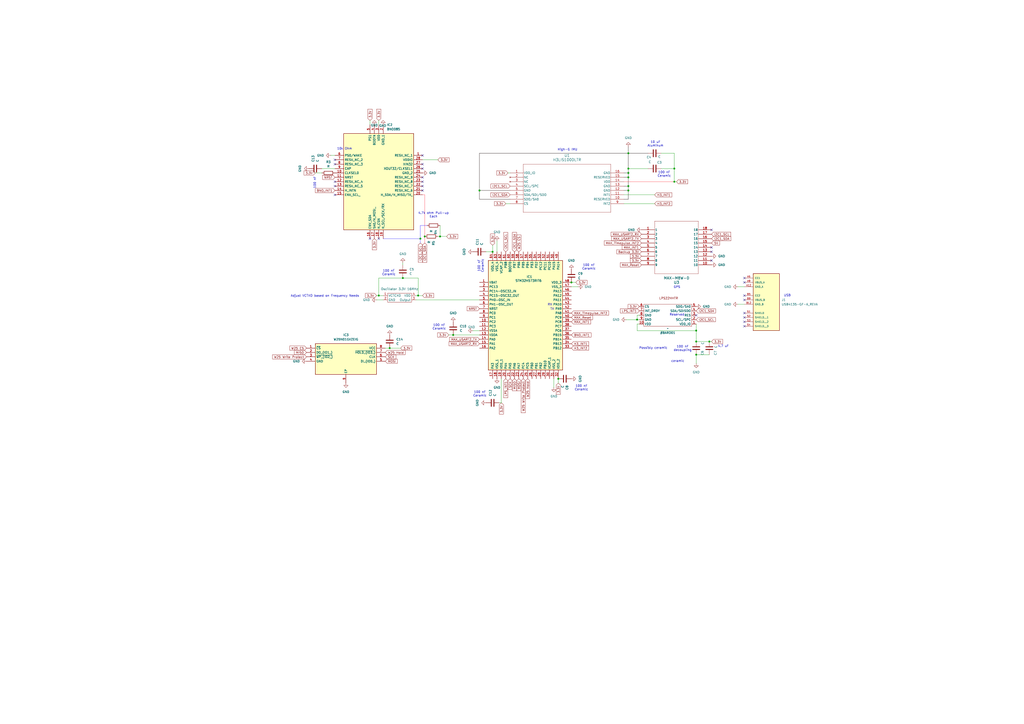
<source format=kicad_sch>
(kicad_sch
	(version 20250114)
	(generator "eeschema")
	(generator_version "9.0")
	(uuid "51572cd8-eebf-4094-8108-0dd0b7d35f78")
	(paper "A2")
	(lib_symbols
		(symbol "Device:C"
			(pin_numbers
				(hide yes)
			)
			(pin_names
				(offset 0.254)
			)
			(exclude_from_sim no)
			(in_bom yes)
			(on_board yes)
			(property "Reference" "C"
				(at 0.635 2.54 0)
				(effects
					(font
						(size 1.27 1.27)
					)
					(justify left)
				)
			)
			(property "Value" "C"
				(at 0.635 -2.54 0)
				(effects
					(font
						(size 1.27 1.27)
					)
					(justify left)
				)
			)
			(property "Footprint" ""
				(at 0.9652 -3.81 0)
				(effects
					(font
						(size 1.27 1.27)
					)
					(hide yes)
				)
			)
			(property "Datasheet" "~"
				(at 0 0 0)
				(effects
					(font
						(size 1.27 1.27)
					)
					(hide yes)
				)
			)
			(property "Description" "Unpolarized capacitor"
				(at 0 0 0)
				(effects
					(font
						(size 1.27 1.27)
					)
					(hide yes)
				)
			)
			(property "ki_keywords" "cap capacitor"
				(at 0 0 0)
				(effects
					(font
						(size 1.27 1.27)
					)
					(hide yes)
				)
			)
			(property "ki_fp_filters" "C_*"
				(at 0 0 0)
				(effects
					(font
						(size 1.27 1.27)
					)
					(hide yes)
				)
			)
			(symbol "C_0_1"
				(polyline
					(pts
						(xy -2.032 0.762) (xy 2.032 0.762)
					)
					(stroke
						(width 0.508)
						(type default)
					)
					(fill
						(type none)
					)
				)
				(polyline
					(pts
						(xy -2.032 -0.762) (xy 2.032 -0.762)
					)
					(stroke
						(width 0.508)
						(type default)
					)
					(fill
						(type none)
					)
				)
			)
			(symbol "C_1_1"
				(pin passive line
					(at 0 3.81 270)
					(length 2.794)
					(name "~"
						(effects
							(font
								(size 1.27 1.27)
							)
						)
					)
					(number "1"
						(effects
							(font
								(size 1.27 1.27)
							)
						)
					)
				)
				(pin passive line
					(at 0 -3.81 90)
					(length 2.794)
					(name "~"
						(effects
							(font
								(size 1.27 1.27)
							)
						)
					)
					(number "2"
						(effects
							(font
								(size 1.27 1.27)
							)
						)
					)
				)
			)
			(embedded_fonts no)
		)
		(symbol "Device:R"
			(pin_numbers
				(hide yes)
			)
			(pin_names
				(offset 0)
			)
			(exclude_from_sim no)
			(in_bom yes)
			(on_board yes)
			(property "Reference" "R"
				(at 2.032 0 90)
				(effects
					(font
						(size 1.27 1.27)
					)
				)
			)
			(property "Value" "R"
				(at 0 0 90)
				(effects
					(font
						(size 1.27 1.27)
					)
				)
			)
			(property "Footprint" ""
				(at -1.778 0 90)
				(effects
					(font
						(size 1.27 1.27)
					)
					(hide yes)
				)
			)
			(property "Datasheet" "~"
				(at 0 0 0)
				(effects
					(font
						(size 1.27 1.27)
					)
					(hide yes)
				)
			)
			(property "Description" "Resistor"
				(at 0 0 0)
				(effects
					(font
						(size 1.27 1.27)
					)
					(hide yes)
				)
			)
			(property "ki_keywords" "R res resistor"
				(at 0 0 0)
				(effects
					(font
						(size 1.27 1.27)
					)
					(hide yes)
				)
			)
			(property "ki_fp_filters" "R_*"
				(at 0 0 0)
				(effects
					(font
						(size 1.27 1.27)
					)
					(hide yes)
				)
			)
			(symbol "R_0_1"
				(rectangle
					(start -1.016 -2.54)
					(end 1.016 2.54)
					(stroke
						(width 0.254)
						(type default)
					)
					(fill
						(type none)
					)
				)
			)
			(symbol "R_1_1"
				(pin passive line
					(at 0 3.81 270)
					(length 1.27)
					(name "~"
						(effects
							(font
								(size 1.27 1.27)
							)
						)
					)
					(number "1"
						(effects
							(font
								(size 1.27 1.27)
							)
						)
					)
				)
				(pin passive line
					(at 0 -3.81 90)
					(length 1.27)
					(name "~"
						(effects
							(font
								(size 1.27 1.27)
							)
						)
					)
					(number "2"
						(effects
							(font
								(size 1.27 1.27)
							)
						)
					)
				)
			)
			(embedded_fonts no)
		)
		(symbol "Rocket Club 2025 Parts Symbols(1):BNO085"
			(exclude_from_sim no)
			(in_bom yes)
			(on_board yes)
			(property "Reference" "IC"
				(at 46.99 17.78 0)
				(effects
					(font
						(size 1.27 1.27)
					)
					(justify left top)
				)
			)
			(property "Value" "BNO085"
				(at 46.99 15.24 0)
				(effects
					(font
						(size 1.27 1.27)
					)
					(justify left top)
				)
			)
			(property "Footprint" "BNO085"
				(at 46.99 -84.76 0)
				(effects
					(font
						(size 1.27 1.27)
					)
					(justify left top)
					(hide yes)
				)
			)
			(property "Datasheet" "https://www.ceva-dsp.com/wp-content/uploads/2019/10/BNO080_085-Datasheet.pdf"
				(at 46.99 -184.76 0)
				(effects
					(font
						(size 1.27 1.27)
					)
					(justify left top)
					(hide yes)
				)
			)
			(property "Description" "Board Mount Motion & Position Sensors 9-axis IMU"
				(at -36.83 -6.858 0)
				(effects
					(font
						(size 1.27 1.27)
					)
					(hide yes)
				)
			)
			(property "Height" "1.18"
				(at 46.99 -384.76 0)
				(effects
					(font
						(size 1.27 1.27)
					)
					(justify left top)
					(hide yes)
				)
			)
			(property "Mouser Part Number" "526-BNO085"
				(at 46.99 -484.76 0)
				(effects
					(font
						(size 1.27 1.27)
					)
					(justify left top)
					(hide yes)
				)
			)
			(property "Mouser Price/Stock" "https://www.mouser.co.uk/ProductDetail/CEVA/BNO085?qs=ulEaXIWI0c9BFVeZDQCmmQ%3D%3D"
				(at 46.99 -584.76 0)
				(effects
					(font
						(size 1.27 1.27)
					)
					(justify left top)
					(hide yes)
				)
			)
			(property "Manufacturer_Name" "CEVA"
				(at 46.99 -684.76 0)
				(effects
					(font
						(size 1.27 1.27)
					)
					(justify left top)
					(hide yes)
				)
			)
			(property "Manufacturer_Part_Number" "BNO085"
				(at 46.99 -784.76 0)
				(effects
					(font
						(size 1.27 1.27)
					)
					(justify left top)
					(hide yes)
				)
			)
			(symbol "BNO085_1_1"
				(rectangle
					(start 5.08 12.7)
					(end 45.72 -43.18)
					(stroke
						(width 0.254)
						(type default)
					)
					(fill
						(type background)
					)
				)
				(pin passive line
					(at 0 0 0)
					(length 5.08)
					(name "PS0/WAKE"
						(effects
							(font
								(size 1.27 1.27)
							)
						)
					)
					(number "6"
						(effects
							(font
								(size 1.27 1.27)
							)
						)
					)
				)
				(pin passive line
					(at 0 -2.54 0)
					(length 5.08)
					(name "RESV_NC_2"
						(effects
							(font
								(size 1.27 1.27)
							)
						)
					)
					(number "7"
						(effects
							(font
								(size 1.27 1.27)
							)
						)
					)
				)
				(pin passive line
					(at 0 -5.08 0)
					(length 5.08)
					(name "RESV_NC_3"
						(effects
							(font
								(size 1.27 1.27)
							)
						)
					)
					(number "8"
						(effects
							(font
								(size 1.27 1.27)
							)
						)
					)
				)
				(pin passive line
					(at 0 -7.62 0)
					(length 5.08)
					(name "CAP"
						(effects
							(font
								(size 1.27 1.27)
							)
						)
					)
					(number "9"
						(effects
							(font
								(size 1.27 1.27)
							)
						)
					)
				)
				(pin passive line
					(at 0 -10.16 0)
					(length 5.08)
					(name "CLKSEL0"
						(effects
							(font
								(size 1.27 1.27)
							)
						)
					)
					(number "10"
						(effects
							(font
								(size 1.27 1.27)
							)
						)
					)
				)
				(pin passive line
					(at 0 -12.7 0)
					(length 5.08)
					(name "NRST"
						(effects
							(font
								(size 1.27 1.27)
							)
						)
					)
					(number "11"
						(effects
							(font
								(size 1.27 1.27)
							)
						)
					)
				)
				(pin passive line
					(at 0 -15.24 0)
					(length 5.08)
					(name "RESV_NC_4"
						(effects
							(font
								(size 1.27 1.27)
							)
						)
					)
					(number "12"
						(effects
							(font
								(size 1.27 1.27)
							)
						)
					)
				)
				(pin passive line
					(at 0 -17.78 0)
					(length 5.08)
					(name "RESV_NC_5"
						(effects
							(font
								(size 1.27 1.27)
							)
						)
					)
					(number "13"
						(effects
							(font
								(size 1.27 1.27)
							)
						)
					)
				)
				(pin passive line
					(at 0 -20.32 0)
					(length 5.08)
					(name "H_INTN"
						(effects
							(font
								(size 1.27 1.27)
							)
						)
					)
					(number "14"
						(effects
							(font
								(size 1.27 1.27)
							)
						)
					)
				)
				(pin passive line
					(at 0 -22.86 0)
					(length 5.08)
					(name "ENV_SCL_"
						(effects
							(font
								(size 1.27 1.27)
							)
						)
					)
					(number "15"
						(effects
							(font
								(size 1.27 1.27)
							)
						)
					)
				)
				(pin passive line
					(at 20.32 17.78 270)
					(length 5.08)
					(name "PS1"
						(effects
							(font
								(size 1.27 1.27)
							)
						)
					)
					(number "5"
						(effects
							(font
								(size 1.27 1.27)
							)
						)
					)
				)
				(pin passive line
					(at 20.32 -48.26 90)
					(length 5.08)
					(name "ENV_SDA"
						(effects
							(font
								(size 1.27 1.27)
							)
						)
					)
					(number "16"
						(effects
							(font
								(size 1.27 1.27)
							)
						)
					)
				)
				(pin passive line
					(at 22.86 17.78 270)
					(length 5.08)
					(name "BOOTN"
						(effects
							(font
								(size 1.27 1.27)
							)
						)
					)
					(number "4"
						(effects
							(font
								(size 1.27 1.27)
							)
						)
					)
				)
				(pin passive line
					(at 22.86 -48.26 90)
					(length 5.08)
					(name "SA0/H_MOSI_"
						(effects
							(font
								(size 1.27 1.27)
							)
						)
					)
					(number "17"
						(effects
							(font
								(size 1.27 1.27)
							)
						)
					)
				)
				(pin passive line
					(at 25.4 17.78 270)
					(length 5.08)
					(name "VDD"
						(effects
							(font
								(size 1.27 1.27)
							)
						)
					)
					(number "3"
						(effects
							(font
								(size 1.27 1.27)
							)
						)
					)
				)
				(pin passive line
					(at 25.4 -48.26 90)
					(length 5.08)
					(name "H_CSN"
						(effects
							(font
								(size 1.27 1.27)
							)
						)
					)
					(number "18"
						(effects
							(font
								(size 1.27 1.27)
							)
						)
					)
				)
				(pin passive line
					(at 27.94 17.78 270)
					(length 5.08)
					(name "GND_1"
						(effects
							(font
								(size 1.27 1.27)
							)
						)
					)
					(number "2"
						(effects
							(font
								(size 1.27 1.27)
							)
						)
					)
				)
				(pin passive line
					(at 27.94 -48.26 90)
					(length 5.08)
					(name "H_SCL/SCK/RX"
						(effects
							(font
								(size 1.27 1.27)
							)
						)
					)
					(number "19"
						(effects
							(font
								(size 1.27 1.27)
							)
						)
					)
				)
				(pin passive line
					(at 50.8 0 180)
					(length 5.08)
					(name "RESV_NC_1"
						(effects
							(font
								(size 1.27 1.27)
							)
						)
					)
					(number "1"
						(effects
							(font
								(size 1.27 1.27)
							)
						)
					)
				)
				(pin passive line
					(at 50.8 -2.54 180)
					(length 5.08)
					(name "VDDIO"
						(effects
							(font
								(size 1.27 1.27)
							)
						)
					)
					(number "28"
						(effects
							(font
								(size 1.27 1.27)
							)
						)
					)
				)
				(pin passive line
					(at 50.8 -5.08 180)
					(length 5.08)
					(name "XIN32"
						(effects
							(font
								(size 1.27 1.27)
							)
						)
					)
					(number "27"
						(effects
							(font
								(size 1.27 1.27)
							)
						)
					)
				)
				(pin passive line
					(at 50.8 -7.62 180)
					(length 5.08)
					(name "XOUT32/CLKSEL1"
						(effects
							(font
								(size 1.27 1.27)
							)
						)
					)
					(number "26"
						(effects
							(font
								(size 1.27 1.27)
							)
						)
					)
				)
				(pin passive line
					(at 50.8 -10.16 180)
					(length 5.08)
					(name "GND_2"
						(effects
							(font
								(size 1.27 1.27)
							)
						)
					)
					(number "25"
						(effects
							(font
								(size 1.27 1.27)
							)
						)
					)
				)
				(pin passive line
					(at 50.8 -12.7 180)
					(length 5.08)
					(name "RESV_NC_9"
						(effects
							(font
								(size 1.27 1.27)
							)
						)
					)
					(number "24"
						(effects
							(font
								(size 1.27 1.27)
							)
						)
					)
				)
				(pin passive line
					(at 50.8 -15.24 180)
					(length 5.08)
					(name "RESV_NC_8"
						(effects
							(font
								(size 1.27 1.27)
							)
						)
					)
					(number "23"
						(effects
							(font
								(size 1.27 1.27)
							)
						)
					)
				)
				(pin passive line
					(at 50.8 -17.78 180)
					(length 5.08)
					(name "RESV_NC_7"
						(effects
							(font
								(size 1.27 1.27)
							)
						)
					)
					(number "22"
						(effects
							(font
								(size 1.27 1.27)
							)
						)
					)
				)
				(pin passive line
					(at 50.8 -20.32 180)
					(length 5.08)
					(name "RESV_NC_6"
						(effects
							(font
								(size 1.27 1.27)
							)
						)
					)
					(number "21"
						(effects
							(font
								(size 1.27 1.27)
							)
						)
					)
				)
				(pin passive line
					(at 50.8 -22.86 180)
					(length 5.08)
					(name "H_SDA/H_MISO/TX_"
						(effects
							(font
								(size 1.27 1.27)
							)
						)
					)
					(number "20"
						(effects
							(font
								(size 1.27 1.27)
							)
						)
					)
				)
			)
			(embedded_fonts no)
		)
		(symbol "Rocket Club 2025 Parts Symbols:W25N01GVZEIG"
			(exclude_from_sim no)
			(in_bom yes)
			(on_board yes)
			(property "Reference" "IC"
				(at 41.91 7.62 0)
				(effects
					(font
						(size 1.27 1.27)
					)
					(justify left top)
				)
			)
			(property "Value" "W25N01GVZEIG"
				(at 41.91 5.08 0)
				(effects
					(font
						(size 1.27 1.27)
					)
					(justify left top)
				)
			)
			(property "Footprint" "SON127P800X600X80-9N-D"
				(at 41.91 -94.92 0)
				(effects
					(font
						(size 1.27 1.27)
					)
					(justify left top)
					(hide yes)
				)
			)
			(property "Datasheet" "https://www.winbond.com/hq/search-resource-file.jsp?partNo=W25N01GVZEIG&type=datasheet"
				(at 41.91 -194.92 0)
				(effects
					(font
						(size 1.27 1.27)
					)
					(justify left top)
					(hide yes)
				)
			)
			(property "Description" "1Gb QspiNAND Flash 104MHz SON8"
				(at 20.32 8.382 0)
				(effects
					(font
						(size 1.27 1.27)
					)
					(hide yes)
				)
			)
			(property "Height" "0.8"
				(at 41.91 -394.92 0)
				(effects
					(font
						(size 1.27 1.27)
					)
					(justify left top)
					(hide yes)
				)
			)
			(property "Mouser Part Number" "454-W25N01GVZEIG"
				(at 41.91 -494.92 0)
				(effects
					(font
						(size 1.27 1.27)
					)
					(justify left top)
					(hide yes)
				)
			)
			(property "Mouser Price/Stock" "https://www.mouser.co.uk/ProductDetail/Winbond/W25N01GVZEIG?qs=qSfuJ%252Bfl%2Fd6Vfx%252BkNMbzhw%3D%3D"
				(at 41.91 -594.92 0)
				(effects
					(font
						(size 1.27 1.27)
					)
					(justify left top)
					(hide yes)
				)
			)
			(property "Manufacturer_Name" "Winbond"
				(at 41.91 -694.92 0)
				(effects
					(font
						(size 1.27 1.27)
					)
					(justify left top)
					(hide yes)
				)
			)
			(property "Manufacturer_Part_Number" "W25N01GVZEIG"
				(at 41.91 -794.92 0)
				(effects
					(font
						(size 1.27 1.27)
					)
					(justify left top)
					(hide yes)
				)
			)
			(symbol "W25N01GVZEIG_1_1"
				(rectangle
					(start 5.08 2.54)
					(end 40.64 -15.24)
					(stroke
						(width 0.254)
						(type default)
					)
					(fill
						(type background)
					)
				)
				(pin passive line
					(at 0 0 0)
					(length 5.08)
					(name "~{CS}"
						(effects
							(font
								(size 1.27 1.27)
							)
						)
					)
					(number "1"
						(effects
							(font
								(size 1.27 1.27)
							)
						)
					)
				)
				(pin passive line
					(at 0 -2.54 0)
					(length 5.08)
					(name "DO_(IO1_)"
						(effects
							(font
								(size 1.27 1.27)
							)
						)
					)
					(number "2"
						(effects
							(font
								(size 1.27 1.27)
							)
						)
					)
				)
				(pin passive line
					(at 0 -5.08 0)
					(length 5.08)
					(name "~{WP_(IO2_)}"
						(effects
							(font
								(size 1.27 1.27)
							)
						)
					)
					(number "3"
						(effects
							(font
								(size 1.27 1.27)
							)
						)
					)
				)
				(pin passive line
					(at 0 -7.62 0)
					(length 5.08)
					(name "GND"
						(effects
							(font
								(size 1.27 1.27)
							)
						)
					)
					(number "4"
						(effects
							(font
								(size 1.27 1.27)
							)
						)
					)
				)
				(pin passive line
					(at 22.86 -20.32 90)
					(length 5.08)
					(name "EP"
						(effects
							(font
								(size 1.27 1.27)
							)
						)
					)
					(number "9"
						(effects
							(font
								(size 1.27 1.27)
							)
						)
					)
				)
				(pin passive line
					(at 45.72 0 180)
					(length 5.08)
					(name "VCC"
						(effects
							(font
								(size 1.27 1.27)
							)
						)
					)
					(number "8"
						(effects
							(font
								(size 1.27 1.27)
							)
						)
					)
				)
				(pin passive line
					(at 45.72 -2.54 180)
					(length 5.08)
					(name "~{HOLD_(IO3_)}"
						(effects
							(font
								(size 1.27 1.27)
							)
						)
					)
					(number "7"
						(effects
							(font
								(size 1.27 1.27)
							)
						)
					)
				)
				(pin passive line
					(at 45.72 -5.08 180)
					(length 5.08)
					(name "CLK"
						(effects
							(font
								(size 1.27 1.27)
							)
						)
					)
					(number "6"
						(effects
							(font
								(size 1.27 1.27)
							)
						)
					)
				)
				(pin passive line
					(at 45.72 -7.62 180)
					(length 5.08)
					(name "DI_(IO0_)"
						(effects
							(font
								(size 1.27 1.27)
							)
						)
					)
					(number "5"
						(effects
							(font
								(size 1.27 1.27)
							)
						)
					)
				)
			)
			(embedded_fonts no)
		)
		(symbol "Rocket Club 2025 Parts Symbols_Including_Full_Stm32:BARO_LPS22HHTR"
			(power)
			(exclude_from_sim no)
			(in_bom no)
			(on_board no)
			(property "Reference" "BARO"
				(at 9.398 2.032 0)
				(effects
					(font
						(size 1.27 1.27)
					)
				)
			)
			(property "Value" ""
				(at 0 0 0)
				(effects
					(font
						(size 1.27 1.27)
					)
				)
			)
			(property "Footprint" ""
				(at 0 0 0)
				(effects
					(font
						(size 1.27 1.27)
					)
					(hide yes)
				)
			)
			(property "Datasheet" ""
				(at 0 0 0)
				(effects
					(font
						(size 1.27 1.27)
					)
					(hide yes)
				)
			)
			(property "Description" ""
				(at 0 0 0)
				(effects
					(font
						(size 1.27 1.27)
					)
					(hide yes)
				)
			)
			(symbol "BARO_LPS22HHTR_0_1"
				(rectangle
					(start -3.81 -2.54)
					(end 24.13 -15.24)
					(stroke
						(width 0)
						(type default)
					)
					(fill
						(type none)
					)
				)
			)
			(symbol "BARO_LPS22HHTR_1_1"
				(text "LPS22HHTR"
					(at 9.652 -18.796 0)
					(effects
						(font
							(size 1.27 1.27)
						)
					)
				)
				(pin input line
					(at -6.35 -3.81 0)
					(length 2.54)
					(name "VDD_IO"
						(effects
							(font
								(size 1.27 1.27)
							)
						)
					)
					(number "1"
						(effects
							(font
								(size 1.27 1.27)
							)
						)
					)
				)
				(pin input line
					(at -6.35 -6.35 0)
					(length 2.54)
					(name "SCL/SPC"
						(effects
							(font
								(size 1.27 1.27)
							)
						)
					)
					(number "2"
						(effects
							(font
								(size 1.27 1.27)
							)
						)
					)
				)
				(pin input line
					(at -6.35 -8.89 0)
					(length 2.54)
					(name "RES"
						(effects
							(font
								(size 1.27 1.27)
							)
						)
					)
					(number "3"
						(effects
							(font
								(size 1.27 1.27)
							)
						)
					)
				)
				(pin bidirectional line
					(at -6.35 -11.43 0)
					(length 2.54)
					(name "SDA/SDISDO"
						(effects
							(font
								(size 1.27 1.27)
							)
						)
					)
					(number "4"
						(effects
							(font
								(size 1.27 1.27)
							)
						)
					)
				)
				(pin bidirectional line
					(at -6.35 -13.97 0)
					(length 2.54)
					(name "SDO/SA0"
						(effects
							(font
								(size 1.27 1.27)
							)
						)
					)
					(number "5"
						(effects
							(font
								(size 1.27 1.27)
							)
						)
					)
				)
				(pin input line
					(at 26.67 -3.81 180)
					(length 2.54)
					(name "VDD"
						(effects
							(font
								(size 1.27 1.27)
							)
						)
					)
					(number "10"
						(effects
							(font
								(size 1.27 1.27)
							)
						)
					)
				)
				(pin input line
					(at 26.67 -6.35 180)
					(length 2.54)
					(name "GND"
						(effects
							(font
								(size 1.27 1.27)
							)
						)
					)
					(number "9"
						(effects
							(font
								(size 1.27 1.27)
							)
						)
					)
				)
				(pin input line
					(at 26.67 -8.89 180)
					(length 2.54)
					(name "GND"
						(effects
							(font
								(size 1.27 1.27)
							)
						)
					)
					(number "8"
						(effects
							(font
								(size 1.27 1.27)
							)
						)
					)
				)
				(pin output line
					(at 26.67 -11.43 180)
					(length 2.54)
					(name "INT_DRDY"
						(effects
							(font
								(size 1.27 1.27)
							)
						)
					)
					(number "7"
						(effects
							(font
								(size 1.27 1.27)
							)
						)
					)
				)
				(pin input line
					(at 26.67 -13.97 180)
					(length 2.54)
					(name "CS"
						(effects
							(font
								(size 1.27 1.27)
							)
						)
					)
					(number "6"
						(effects
							(font
								(size 1.27 1.27)
							)
						)
					)
				)
			)
			(embedded_fonts no)
		)
		(symbol "Rocket Club 2025 Parts Symbols_Including_Full_Stm32:H3LIS100DLTR"
			(pin_names
				(offset 0.254)
			)
			(exclude_from_sim no)
			(in_bom yes)
			(on_board yes)
			(property "Reference" "U"
				(at 33.02 10.16 0)
				(effects
					(font
						(size 1.524 1.524)
					)
				)
			)
			(property "Value" "H3LIS100DLTR"
				(at 33.02 7.62 0)
				(effects
					(font
						(size 1.524 1.524)
					)
				)
			)
			(property "Footprint" "TFLGA16_3P15X3P15_STM"
				(at 33.02 19.304 0)
				(effects
					(font
						(size 1.27 1.27)
						(italic yes)
					)
					(hide yes)
				)
			)
			(property "Datasheet" "H3LIS100DLTR"
				(at 32.512 15.494 0)
				(effects
					(font
						(size 1.27 1.27)
						(italic yes)
					)
					(hide yes)
				)
			)
			(property "Description" ""
				(at 0 0 0)
				(effects
					(font
						(size 1.27 1.27)
					)
					(hide yes)
				)
			)
			(property "ki_locked" ""
				(at 0 0 0)
				(effects
					(font
						(size 1.27 1.27)
					)
				)
			)
			(property "ki_keywords" "H3LIS100DLTR"
				(at 0 0 0)
				(effects
					(font
						(size 1.27 1.27)
					)
					(hide yes)
				)
			)
			(property "ki_fp_filters" "TFLGA16_3P15X3P15_STM TFLGA16_3P15X3P15_STM-M TFLGA16_3P15X3P15_STM-L"
				(at 0 0 0)
				(effects
					(font
						(size 1.27 1.27)
					)
					(hide yes)
				)
			)
			(symbol "H3LIS100DLTR_0_1"
				(polyline
					(pts
						(xy 7.62 5.08) (xy 7.62 -22.86)
					)
					(stroke
						(width 0.127)
						(type default)
					)
					(fill
						(type none)
					)
				)
				(polyline
					(pts
						(xy 7.62 -22.86) (xy 58.42 -22.86)
					)
					(stroke
						(width 0.127)
						(type default)
					)
					(fill
						(type none)
					)
				)
				(polyline
					(pts
						(xy 58.42 5.08) (xy 7.62 5.08)
					)
					(stroke
						(width 0.127)
						(type default)
					)
					(fill
						(type none)
					)
				)
				(polyline
					(pts
						(xy 58.42 -22.86) (xy 58.42 5.08)
					)
					(stroke
						(width 0.127)
						(type default)
					)
					(fill
						(type none)
					)
				)
				(pin power_in line
					(at 0 0 0)
					(length 7.62)
					(name "VDD_IO"
						(effects
							(font
								(size 1.27 1.27)
							)
						)
					)
					(number "1"
						(effects
							(font
								(size 1.27 1.27)
							)
						)
					)
				)
				(pin no_connect line
					(at 0 -2.54 0)
					(length 7.62)
					(name "NC"
						(effects
							(font
								(size 1.27 1.27)
							)
						)
					)
					(number "2"
						(effects
							(font
								(size 1.27 1.27)
							)
						)
					)
				)
				(pin no_connect line
					(at 0 -5.08 0)
					(length 7.62)
					(name "NC"
						(effects
							(font
								(size 1.27 1.27)
							)
						)
					)
					(number "3"
						(effects
							(font
								(size 1.27 1.27)
							)
						)
					)
				)
				(pin bidirectional line
					(at 0 -7.62 0)
					(length 7.62)
					(name "SCL/SPC"
						(effects
							(font
								(size 1.27 1.27)
							)
						)
					)
					(number "4"
						(effects
							(font
								(size 1.27 1.27)
							)
						)
					)
				)
				(pin power_in line
					(at 0 -10.16 0)
					(length 7.62)
					(name "GND"
						(effects
							(font
								(size 1.27 1.27)
							)
						)
					)
					(number "5"
						(effects
							(font
								(size 1.27 1.27)
							)
						)
					)
				)
				(pin bidirectional line
					(at 0 -12.7 0)
					(length 7.62)
					(name "SDA/SDI/SDO"
						(effects
							(font
								(size 1.27 1.27)
							)
						)
					)
					(number "6"
						(effects
							(font
								(size 1.27 1.27)
							)
						)
					)
				)
				(pin bidirectional line
					(at 0 -15.24 0)
					(length 7.62)
					(name "SDO/SA0"
						(effects
							(font
								(size 1.27 1.27)
							)
						)
					)
					(number "7"
						(effects
							(font
								(size 1.27 1.27)
							)
						)
					)
				)
				(pin bidirectional line
					(at 0 -17.78 0)
					(length 7.62)
					(name "CS"
						(effects
							(font
								(size 1.27 1.27)
							)
						)
					)
					(number "8"
						(effects
							(font
								(size 1.27 1.27)
							)
						)
					)
				)
				(pin power_in line
					(at 66.04 0 180)
					(length 7.62)
					(name "GND"
						(effects
							(font
								(size 1.27 1.27)
							)
						)
					)
					(number "16"
						(effects
							(font
								(size 1.27 1.27)
							)
						)
					)
				)
				(pin unspecified line
					(at 66.04 -2.54 180)
					(length 7.62)
					(name "RESERVED"
						(effects
							(font
								(size 1.27 1.27)
							)
						)
					)
					(number "15"
						(effects
							(font
								(size 1.27 1.27)
							)
						)
					)
				)
				(pin power_in line
					(at 66.04 -5.08 180)
					(length 7.62)
					(name "VDD"
						(effects
							(font
								(size 1.27 1.27)
							)
						)
					)
					(number "14"
						(effects
							(font
								(size 1.27 1.27)
							)
						)
					)
				)
				(pin power_in line
					(at 66.04 -7.62 180)
					(length 7.62)
					(name "GND"
						(effects
							(font
								(size 1.27 1.27)
							)
						)
					)
					(number "13"
						(effects
							(font
								(size 1.27 1.27)
							)
						)
					)
				)
				(pin power_in line
					(at 66.04 -10.16 180)
					(length 7.62)
					(name "GND"
						(effects
							(font
								(size 1.27 1.27)
							)
						)
					)
					(number "12"
						(effects
							(font
								(size 1.27 1.27)
							)
						)
					)
				)
				(pin bidirectional line
					(at 66.04 -12.7 180)
					(length 7.62)
					(name "INT1"
						(effects
							(font
								(size 1.27 1.27)
							)
						)
					)
					(number "11"
						(effects
							(font
								(size 1.27 1.27)
							)
						)
					)
				)
				(pin unspecified line
					(at 66.04 -15.24 180)
					(length 7.62)
					(name "RESERVED"
						(effects
							(font
								(size 1.27 1.27)
							)
						)
					)
					(number "10"
						(effects
							(font
								(size 1.27 1.27)
							)
						)
					)
				)
				(pin bidirectional line
					(at 66.04 -17.78 180)
					(length 7.62)
					(name "INT2"
						(effects
							(font
								(size 1.27 1.27)
							)
						)
					)
					(number "9"
						(effects
							(font
								(size 1.27 1.27)
							)
						)
					)
				)
			)
			(embedded_fonts no)
		)
		(symbol "Rocket Club 2025 Parts Symbols_Including_Full_Stm32:MAX-M8W-0"
			(pin_names
				(offset 0.254)
			)
			(exclude_from_sim no)
			(in_bom yes)
			(on_board yes)
			(property "Reference" "U"
				(at 20.32 10.16 0)
				(effects
					(font
						(size 1.524 1.524)
					)
				)
			)
			(property "Value" "MAX-M8W-0"
				(at 20.32 7.62 0)
				(effects
					(font
						(size 1.524 1.524)
					)
				)
			)
			(property "Footprint" "SMT_M8W-0_UBL"
				(at 20.574 16.51 0)
				(effects
					(font
						(size 1.27 1.27)
						(italic yes)
					)
					(hide yes)
				)
			)
			(property "Datasheet" "MAX-M8W-0"
				(at 20.32 13.208 0)
				(effects
					(font
						(size 1.27 1.27)
						(italic yes)
					)
					(hide yes)
				)
			)
			(property "Description" ""
				(at 0 0 0)
				(effects
					(font
						(size 1.27 1.27)
					)
					(hide yes)
				)
			)
			(property "ki_locked" ""
				(at 0 0 0)
				(effects
					(font
						(size 1.27 1.27)
					)
				)
			)
			(property "ki_keywords" "MAX-M8W-0"
				(at 0 0 0)
				(effects
					(font
						(size 1.27 1.27)
					)
					(hide yes)
				)
			)
			(property "ki_fp_filters" "SMT_M8W-0_UBL SMT_M8W-0_UBL-M SMT_M8W-0_UBL-L"
				(at 0 0 0)
				(effects
					(font
						(size 1.27 1.27)
					)
					(hide yes)
				)
			)
			(symbol "MAX-M8W-0_0_1"
				(polyline
					(pts
						(xy 7.62 5.08) (xy 7.62 -25.4)
					)
					(stroke
						(width 0.127)
						(type default)
					)
					(fill
						(type none)
					)
				)
				(polyline
					(pts
						(xy 7.62 -25.4) (xy 33.02 -25.4)
					)
					(stroke
						(width 0.127)
						(type default)
					)
					(fill
						(type none)
					)
				)
				(polyline
					(pts
						(xy 33.02 5.08) (xy 7.62 5.08)
					)
					(stroke
						(width 0.127)
						(type default)
					)
					(fill
						(type none)
					)
				)
				(polyline
					(pts
						(xy 33.02 -25.4) (xy 33.02 5.08)
					)
					(stroke
						(width 0.127)
						(type default)
					)
					(fill
						(type none)
					)
				)
				(pin unspecified line
					(at 0 0 0)
					(length 7.62)
					(name "1"
						(effects
							(font
								(size 1.27 1.27)
							)
						)
					)
					(number "1"
						(effects
							(font
								(size 1.27 1.27)
							)
						)
					)
				)
				(pin unspecified line
					(at 0 -2.54 0)
					(length 7.62)
					(name "2"
						(effects
							(font
								(size 1.27 1.27)
							)
						)
					)
					(number "2"
						(effects
							(font
								(size 1.27 1.27)
							)
						)
					)
				)
				(pin unspecified line
					(at 0 -5.08 0)
					(length 7.62)
					(name "3"
						(effects
							(font
								(size 1.27 1.27)
							)
						)
					)
					(number "3"
						(effects
							(font
								(size 1.27 1.27)
							)
						)
					)
				)
				(pin unspecified line
					(at 0 -7.62 0)
					(length 7.62)
					(name "4"
						(effects
							(font
								(size 1.27 1.27)
							)
						)
					)
					(number "4"
						(effects
							(font
								(size 1.27 1.27)
							)
						)
					)
				)
				(pin unspecified line
					(at 0 -10.16 0)
					(length 7.62)
					(name "5"
						(effects
							(font
								(size 1.27 1.27)
							)
						)
					)
					(number "5"
						(effects
							(font
								(size 1.27 1.27)
							)
						)
					)
				)
				(pin unspecified line
					(at 0 -12.7 0)
					(length 7.62)
					(name "6"
						(effects
							(font
								(size 1.27 1.27)
							)
						)
					)
					(number "6"
						(effects
							(font
								(size 1.27 1.27)
							)
						)
					)
				)
				(pin unspecified line
					(at 0 -15.24 0)
					(length 7.62)
					(name "7"
						(effects
							(font
								(size 1.27 1.27)
							)
						)
					)
					(number "7"
						(effects
							(font
								(size 1.27 1.27)
							)
						)
					)
				)
				(pin unspecified line
					(at 0 -17.78 0)
					(length 7.62)
					(name "8"
						(effects
							(font
								(size 1.27 1.27)
							)
						)
					)
					(number "8"
						(effects
							(font
								(size 1.27 1.27)
							)
						)
					)
				)
				(pin unspecified line
					(at 0 -20.32 0)
					(length 7.62)
					(name "9"
						(effects
							(font
								(size 1.27 1.27)
							)
						)
					)
					(number "9"
						(effects
							(font
								(size 1.27 1.27)
							)
						)
					)
				)
				(pin unspecified line
					(at 40.64 0 180)
					(length 7.62)
					(name "18"
						(effects
							(font
								(size 1.27 1.27)
							)
						)
					)
					(number "18"
						(effects
							(font
								(size 1.27 1.27)
							)
						)
					)
				)
				(pin unspecified line
					(at 40.64 -2.54 180)
					(length 7.62)
					(name "17"
						(effects
							(font
								(size 1.27 1.27)
							)
						)
					)
					(number "17"
						(effects
							(font
								(size 1.27 1.27)
							)
						)
					)
				)
				(pin unspecified line
					(at 40.64 -5.08 180)
					(length 7.62)
					(name "16"
						(effects
							(font
								(size 1.27 1.27)
							)
						)
					)
					(number "16"
						(effects
							(font
								(size 1.27 1.27)
							)
						)
					)
				)
				(pin unspecified line
					(at 40.64 -7.62 180)
					(length 7.62)
					(name "15"
						(effects
							(font
								(size 1.27 1.27)
							)
						)
					)
					(number "15"
						(effects
							(font
								(size 1.27 1.27)
							)
						)
					)
				)
				(pin unspecified line
					(at 40.64 -10.16 180)
					(length 7.62)
					(name "14"
						(effects
							(font
								(size 1.27 1.27)
							)
						)
					)
					(number "14"
						(effects
							(font
								(size 1.27 1.27)
							)
						)
					)
				)
				(pin unspecified line
					(at 40.64 -12.7 180)
					(length 7.62)
					(name "13"
						(effects
							(font
								(size 1.27 1.27)
							)
						)
					)
					(number "13"
						(effects
							(font
								(size 1.27 1.27)
							)
						)
					)
				)
				(pin unspecified line
					(at 40.64 -15.24 180)
					(length 7.62)
					(name "12"
						(effects
							(font
								(size 1.27 1.27)
							)
						)
					)
					(number "12"
						(effects
							(font
								(size 1.27 1.27)
							)
						)
					)
				)
				(pin unspecified line
					(at 40.64 -17.78 180)
					(length 7.62)
					(name "11"
						(effects
							(font
								(size 1.27 1.27)
							)
						)
					)
					(number "11"
						(effects
							(font
								(size 1.27 1.27)
							)
						)
					)
				)
				(pin unspecified line
					(at 40.64 -20.32 180)
					(length 7.62)
					(name "10"
						(effects
							(font
								(size 1.27 1.27)
							)
						)
					)
					(number "10"
						(effects
							(font
								(size 1.27 1.27)
							)
						)
					)
				)
			)
			(embedded_fonts no)
		)
		(symbol "Rocket Club 2025 Parts Symbols_Including_Full_Stm32:Oscillator_TXETDDSANF-16Mhz"
			(exclude_from_sim no)
			(in_bom yes)
			(on_board yes)
			(property "Reference" "Oscillator 3.3V 16MHz"
				(at 3.302 -3.556 0)
				(effects
					(font
						(size 1.27 1.27)
					)
				)
			)
			(property "Value" "Oscillator 3.3V 16MHz"
				(at 3.302 -3.556 0)
				(effects
					(font
						(size 1.27 1.27)
					)
				)
			)
			(property "Footprint" "Oscillator 3.3V 16MHz"
				(at 3.302 -3.556 0)
				(effects
					(font
						(size 1.27 1.27)
					)
					(hide yes)
				)
			)
			(property "Datasheet" "Oscillator 3.3V 16MHz"
				(at 3.302 -3.556 0)
				(effects
					(font
						(size 1.27 1.27)
					)
					(hide yes)
				)
			)
			(property "Description" "Oscillator 3.3V 16MHz"
				(at 3.302 -3.556 0)
				(effects
					(font
						(size 1.27 1.27)
					)
					(hide yes)
				)
			)
			(symbol "Oscillator_TXETDDSANF-16Mhz_0_1"
				(rectangle
					(start -1.27 6.35)
					(end 12.7 1.27)
					(stroke
						(width 0)
						(type default)
					)
					(fill
						(type none)
					)
				)
			)
			(symbol "Oscillator_TXETDDSANF-16Mhz_1_1"
				(pin input line
					(at -3.81 5.08 0)
					(length 2.54)
					(name "VCTCXO"
						(effects
							(font
								(size 1.27 1.27)
							)
						)
					)
					(number "1"
						(effects
							(font
								(size 1.27 1.27)
							)
						)
					)
				)
				(pin input line
					(at -3.81 2.54 0)
					(length 2.54)
					(name "GND"
						(effects
							(font
								(size 1.27 1.27)
							)
						)
					)
					(number "2"
						(effects
							(font
								(size 1.27 1.27)
							)
						)
					)
				)
				(pin input line
					(at 15.24 5.08 180)
					(length 2.54)
					(name "VDD"
						(effects
							(font
								(size 1.27 1.27)
							)
						)
					)
					(number "4"
						(effects
							(font
								(size 1.27 1.27)
							)
						)
					)
				)
				(pin output line
					(at 15.24 2.54 180)
					(length 2.54)
					(name "Output"
						(effects
							(font
								(size 1.27 1.27)
							)
						)
					)
					(number "3"
						(effects
							(font
								(size 1.27 1.27)
							)
						)
					)
				)
			)
			(embedded_fonts no)
		)
		(symbol "Rocket Club 2025 Parts Symbols_Including_Full_Stm32:STM32H573RIT6"
			(exclude_from_sim no)
			(in_bom yes)
			(on_board yes)
			(property "Reference" "IC"
				(at 49.53 17.78 0)
				(effects
					(font
						(size 1.27 1.27)
					)
					(justify left top)
				)
			)
			(property "Value" "STM32H573RIT6"
				(at 49.53 15.24 0)
				(effects
					(font
						(size 1.27 1.27)
					)
					(justify left top)
				)
			)
			(property "Footprint" "QFP50P1200X1200X160-64N"
				(at 49.53 -84.76 0)
				(effects
					(font
						(size 1.27 1.27)
					)
					(justify left top)
					(hide yes)
				)
			)
			(property "Datasheet" "https://www.st.com/resource/en/datasheet/stm32h573ai.pdf"
				(at 49.53 -184.76 0)
				(effects
					(font
						(size 1.27 1.27)
					)
					(justify left top)
					(hide yes)
				)
			)
			(property "Description" "High-performance, Arm Cortex-M33 with TrustZone, MCU with 2-Mbyte Flash, 640-Kbyte RAM, 250 MHz CPU"
				(at 28.194 29.972 0)
				(effects
					(font
						(size 1.27 1.27)
					)
					(hide yes)
				)
			)
			(property "Height" "1.6"
				(at 49.53 -384.76 0)
				(effects
					(font
						(size 1.27 1.27)
					)
					(justify left top)
					(hide yes)
				)
			)
			(property "Mouser Part Number" "511-STM32H573RIT6"
				(at 49.53 -484.76 0)
				(effects
					(font
						(size 1.27 1.27)
					)
					(justify left top)
					(hide yes)
				)
			)
			(property "Mouser Price/Stock" "https://www.mouser.co.uk/ProductDetail/STMicroelectronics/STM32H573RIT6?qs=amGC7iS6iy%252BBDjUHZzn%2F4Q%3D%3D"
				(at 49.53 -584.76 0)
				(effects
					(font
						(size 1.27 1.27)
					)
					(justify left top)
					(hide yes)
				)
			)
			(property "Manufacturer_Name" "STMicroelectronics"
				(at 49.53 -684.76 0)
				(effects
					(font
						(size 1.27 1.27)
					)
					(justify left top)
					(hide yes)
				)
			)
			(property "Manufacturer_Part_Number" "STM32H573RIT6"
				(at 49.53 -784.76 0)
				(effects
					(font
						(size 1.27 1.27)
					)
					(justify left top)
					(hide yes)
				)
			)
			(symbol "STM32H573RIT6_1_1"
				(rectangle
					(start 5.08 12.7)
					(end 48.26 -50.8)
					(stroke
						(width 0.254)
						(type default)
					)
					(fill
						(type background)
					)
				)
				(pin passive line
					(at 0 0 0)
					(length 5.08)
					(name "VBAT"
						(effects
							(font
								(size 1.27 1.27)
							)
						)
					)
					(number "1"
						(effects
							(font
								(size 1.27 1.27)
							)
						)
					)
				)
				(pin passive line
					(at 0 -2.54 0)
					(length 5.08)
					(name "PC13"
						(effects
							(font
								(size 1.27 1.27)
							)
						)
					)
					(number "2"
						(effects
							(font
								(size 1.27 1.27)
							)
						)
					)
				)
				(pin passive line
					(at 0 -5.08 0)
					(length 5.08)
					(name "PC14-OSC32_IN"
						(effects
							(font
								(size 1.27 1.27)
							)
						)
					)
					(number "3"
						(effects
							(font
								(size 1.27 1.27)
							)
						)
					)
				)
				(pin passive line
					(at 0 -7.62 0)
					(length 5.08)
					(name "PC15-OSC32_OUT"
						(effects
							(font
								(size 1.27 1.27)
							)
						)
					)
					(number "4"
						(effects
							(font
								(size 1.27 1.27)
							)
						)
					)
				)
				(pin passive line
					(at 0 -10.16 0)
					(length 5.08)
					(name "PH0-OSC_IN"
						(effects
							(font
								(size 1.27 1.27)
							)
						)
					)
					(number "5"
						(effects
							(font
								(size 1.27 1.27)
							)
						)
					)
				)
				(pin passive line
					(at 0 -12.7 0)
					(length 5.08)
					(name "PH1-OSC_OUT"
						(effects
							(font
								(size 1.27 1.27)
							)
						)
					)
					(number "6"
						(effects
							(font
								(size 1.27 1.27)
							)
						)
					)
				)
				(pin passive line
					(at 0 -15.24 0)
					(length 5.08)
					(name "NRST"
						(effects
							(font
								(size 1.27 1.27)
							)
						)
					)
					(number "7"
						(effects
							(font
								(size 1.27 1.27)
							)
						)
					)
				)
				(pin passive line
					(at 0 -17.78 0)
					(length 5.08)
					(name "PC0"
						(effects
							(font
								(size 1.27 1.27)
							)
						)
					)
					(number "8"
						(effects
							(font
								(size 1.27 1.27)
							)
						)
					)
				)
				(pin passive line
					(at 0 -20.32 0)
					(length 5.08)
					(name "PC1"
						(effects
							(font
								(size 1.27 1.27)
							)
						)
					)
					(number "9"
						(effects
							(font
								(size 1.27 1.27)
							)
						)
					)
				)
				(pin passive line
					(at 0 -22.86 0)
					(length 5.08)
					(name "PC2"
						(effects
							(font
								(size 1.27 1.27)
							)
						)
					)
					(number "10"
						(effects
							(font
								(size 1.27 1.27)
							)
						)
					)
				)
				(pin passive line
					(at 0 -25.4 0)
					(length 5.08)
					(name "PC3"
						(effects
							(font
								(size 1.27 1.27)
							)
						)
					)
					(number "11"
						(effects
							(font
								(size 1.27 1.27)
							)
						)
					)
				)
				(pin passive line
					(at 0 -27.94 0)
					(length 5.08)
					(name "VSSA"
						(effects
							(font
								(size 1.27 1.27)
							)
						)
					)
					(number "12"
						(effects
							(font
								(size 1.27 1.27)
							)
						)
					)
				)
				(pin passive line
					(at 0 -30.48 0)
					(length 5.08)
					(name "VDDA"
						(effects
							(font
								(size 1.27 1.27)
							)
						)
					)
					(number "13"
						(effects
							(font
								(size 1.27 1.27)
							)
						)
					)
				)
				(pin passive line
					(at 0 -33.02 0)
					(length 5.08)
					(name "PA0"
						(effects
							(font
								(size 1.27 1.27)
							)
						)
					)
					(number "14"
						(effects
							(font
								(size 1.27 1.27)
							)
						)
					)
				)
				(pin passive line
					(at 0 -35.56 0)
					(length 5.08)
					(name "PA1"
						(effects
							(font
								(size 1.27 1.27)
							)
						)
					)
					(number "15"
						(effects
							(font
								(size 1.27 1.27)
							)
						)
					)
				)
				(pin passive line
					(at 0 -38.1 0)
					(length 5.08)
					(name "PA2"
						(effects
							(font
								(size 1.27 1.27)
							)
						)
					)
					(number "16"
						(effects
							(font
								(size 1.27 1.27)
							)
						)
					)
				)
				(pin passive line
					(at 7.62 17.78 270)
					(length 5.08)
					(name "VDD_4"
						(effects
							(font
								(size 1.27 1.27)
							)
						)
					)
					(number "64"
						(effects
							(font
								(size 1.27 1.27)
							)
						)
					)
				)
				(pin passive line
					(at 7.62 -55.88 90)
					(length 5.08)
					(name "PA3"
						(effects
							(font
								(size 1.27 1.27)
							)
						)
					)
					(number "17"
						(effects
							(font
								(size 1.27 1.27)
							)
						)
					)
				)
				(pin passive line
					(at 10.16 17.78 270)
					(length 5.08)
					(name "VSS_4"
						(effects
							(font
								(size 1.27 1.27)
							)
						)
					)
					(number "63"
						(effects
							(font
								(size 1.27 1.27)
							)
						)
					)
				)
				(pin passive line
					(at 10.16 -55.88 90)
					(length 5.08)
					(name "VSS_1"
						(effects
							(font
								(size 1.27 1.27)
							)
						)
					)
					(number "18"
						(effects
							(font
								(size 1.27 1.27)
							)
						)
					)
				)
				(pin passive line
					(at 12.7 17.78 270)
					(length 5.08)
					(name "VCAP_2"
						(effects
							(font
								(size 1.27 1.27)
							)
						)
					)
					(number "62"
						(effects
							(font
								(size 1.27 1.27)
							)
						)
					)
				)
				(pin passive line
					(at 12.7 -55.88 90)
					(length 5.08)
					(name "VDD_1"
						(effects
							(font
								(size 1.27 1.27)
							)
						)
					)
					(number "19"
						(effects
							(font
								(size 1.27 1.27)
							)
						)
					)
				)
				(pin passive line
					(at 15.24 17.78 270)
					(length 5.08)
					(name "PB8"
						(effects
							(font
								(size 1.27 1.27)
							)
						)
					)
					(number "61"
						(effects
							(font
								(size 1.27 1.27)
							)
						)
					)
				)
				(pin passive line
					(at 15.24 -55.88 90)
					(length 5.08)
					(name "PA4"
						(effects
							(font
								(size 1.27 1.27)
							)
						)
					)
					(number "20"
						(effects
							(font
								(size 1.27 1.27)
							)
						)
					)
				)
				(pin passive line
					(at 17.78 17.78 270)
					(length 5.08)
					(name "BOOT0"
						(effects
							(font
								(size 1.27 1.27)
							)
						)
					)
					(number "60"
						(effects
							(font
								(size 1.27 1.27)
							)
						)
					)
				)
				(pin passive line
					(at 17.78 -55.88 90)
					(length 5.08)
					(name "PA5"
						(effects
							(font
								(size 1.27 1.27)
							)
						)
					)
					(number "21"
						(effects
							(font
								(size 1.27 1.27)
							)
						)
					)
				)
				(pin passive line
					(at 20.32 17.78 270)
					(length 5.08)
					(name "PB7"
						(effects
							(font
								(size 1.27 1.27)
							)
						)
					)
					(number "59"
						(effects
							(font
								(size 1.27 1.27)
							)
						)
					)
				)
				(pin passive line
					(at 20.32 -55.88 90)
					(length 5.08)
					(name "PA6"
						(effects
							(font
								(size 1.27 1.27)
							)
						)
					)
					(number "22"
						(effects
							(font
								(size 1.27 1.27)
							)
						)
					)
				)
				(pin passive line
					(at 22.86 17.78 270)
					(length 5.08)
					(name "PB6"
						(effects
							(font
								(size 1.27 1.27)
							)
						)
					)
					(number "58"
						(effects
							(font
								(size 1.27 1.27)
							)
						)
					)
				)
				(pin passive line
					(at 22.86 -55.88 90)
					(length 5.08)
					(name "PA7"
						(effects
							(font
								(size 1.27 1.27)
							)
						)
					)
					(number "23"
						(effects
							(font
								(size 1.27 1.27)
							)
						)
					)
				)
				(pin passive line
					(at 25.4 17.78 270)
					(length 5.08)
					(name "PB5"
						(effects
							(font
								(size 1.27 1.27)
							)
						)
					)
					(number "57"
						(effects
							(font
								(size 1.27 1.27)
							)
						)
					)
				)
				(pin passive line
					(at 25.4 -55.88 90)
					(length 5.08)
					(name "PC4"
						(effects
							(font
								(size 1.27 1.27)
							)
						)
					)
					(number "24"
						(effects
							(font
								(size 1.27 1.27)
							)
						)
					)
				)
				(pin passive line
					(at 27.94 17.78 270)
					(length 5.08)
					(name "PB4"
						(effects
							(font
								(size 1.27 1.27)
							)
						)
					)
					(number "56"
						(effects
							(font
								(size 1.27 1.27)
							)
						)
					)
				)
				(pin passive line
					(at 27.94 -55.88 90)
					(length 5.08)
					(name "PC5"
						(effects
							(font
								(size 1.27 1.27)
							)
						)
					)
					(number "25"
						(effects
							(font
								(size 1.27 1.27)
							)
						)
					)
				)
				(pin passive line
					(at 30.48 17.78 270)
					(length 5.08)
					(name "PB3"
						(effects
							(font
								(size 1.27 1.27)
							)
						)
					)
					(number "55"
						(effects
							(font
								(size 1.27 1.27)
							)
						)
					)
				)
				(pin passive line
					(at 30.48 -55.88 90)
					(length 5.08)
					(name "PB0"
						(effects
							(font
								(size 1.27 1.27)
							)
						)
					)
					(number "26"
						(effects
							(font
								(size 1.27 1.27)
							)
						)
					)
				)
				(pin passive line
					(at 33.02 17.78 270)
					(length 5.08)
					(name "PD2"
						(effects
							(font
								(size 1.27 1.27)
							)
						)
					)
					(number "54"
						(effects
							(font
								(size 1.27 1.27)
							)
						)
					)
				)
				(pin passive line
					(at 33.02 -55.88 90)
					(length 5.08)
					(name "PB1"
						(effects
							(font
								(size 1.27 1.27)
							)
						)
					)
					(number "27"
						(effects
							(font
								(size 1.27 1.27)
							)
						)
					)
				)
				(pin passive line
					(at 35.56 17.78 270)
					(length 5.08)
					(name "PC12"
						(effects
							(font
								(size 1.27 1.27)
							)
						)
					)
					(number "53"
						(effects
							(font
								(size 1.27 1.27)
							)
						)
					)
				)
				(pin passive line
					(at 35.56 -55.88 90)
					(length 5.08)
					(name "PB2"
						(effects
							(font
								(size 1.27 1.27)
							)
						)
					)
					(number "28"
						(effects
							(font
								(size 1.27 1.27)
							)
						)
					)
				)
				(pin passive line
					(at 38.1 17.78 270)
					(length 5.08)
					(name "PC11"
						(effects
							(font
								(size 1.27 1.27)
							)
						)
					)
					(number "52"
						(effects
							(font
								(size 1.27 1.27)
							)
						)
					)
				)
				(pin passive line
					(at 38.1 -55.88 90)
					(length 5.08)
					(name "PB10"
						(effects
							(font
								(size 1.27 1.27)
							)
						)
					)
					(number "29"
						(effects
							(font
								(size 1.27 1.27)
							)
						)
					)
				)
				(pin passive line
					(at 40.64 17.78 270)
					(length 5.08)
					(name "PC10"
						(effects
							(font
								(size 1.27 1.27)
							)
						)
					)
					(number "51"
						(effects
							(font
								(size 1.27 1.27)
							)
						)
					)
				)
				(pin passive line
					(at 40.64 -55.88 90)
					(length 5.08)
					(name "VCAP_1"
						(effects
							(font
								(size 1.27 1.27)
							)
						)
					)
					(number "30"
						(effects
							(font
								(size 1.27 1.27)
							)
						)
					)
				)
				(pin passive line
					(at 43.18 17.78 270)
					(length 5.08)
					(name "PA15"
						(effects
							(font
								(size 1.27 1.27)
							)
						)
					)
					(number "50"
						(effects
							(font
								(size 1.27 1.27)
							)
						)
					)
				)
				(pin passive line
					(at 43.18 -55.88 90)
					(length 5.08)
					(name "VSS_2"
						(effects
							(font
								(size 1.27 1.27)
							)
						)
					)
					(number "31"
						(effects
							(font
								(size 1.27 1.27)
							)
						)
					)
				)
				(pin passive line
					(at 45.72 17.78 270)
					(length 5.08)
					(name "PA14"
						(effects
							(font
								(size 1.27 1.27)
							)
						)
					)
					(number "49"
						(effects
							(font
								(size 1.27 1.27)
							)
						)
					)
				)
				(pin passive line
					(at 45.72 -55.88 90)
					(length 5.08)
					(name "VDD_2"
						(effects
							(font
								(size 1.27 1.27)
							)
						)
					)
					(number "32"
						(effects
							(font
								(size 1.27 1.27)
							)
						)
					)
				)
				(pin passive line
					(at 53.34 0 180)
					(length 5.08)
					(name "VDD_3"
						(effects
							(font
								(size 1.27 1.27)
							)
						)
					)
					(number "48"
						(effects
							(font
								(size 1.27 1.27)
							)
						)
					)
				)
				(pin passive line
					(at 53.34 -2.54 180)
					(length 5.08)
					(name "VSS_3"
						(effects
							(font
								(size 1.27 1.27)
							)
						)
					)
					(number "47"
						(effects
							(font
								(size 1.27 1.27)
							)
						)
					)
				)
				(pin passive line
					(at 53.34 -5.08 180)
					(length 5.08)
					(name "PA13"
						(effects
							(font
								(size 1.27 1.27)
							)
						)
					)
					(number "46"
						(effects
							(font
								(size 1.27 1.27)
							)
						)
					)
				)
				(pin passive line
					(at 53.34 -7.62 180)
					(length 5.08)
					(name "PA12"
						(effects
							(font
								(size 1.27 1.27)
							)
						)
					)
					(number "45"
						(effects
							(font
								(size 1.27 1.27)
							)
						)
					)
				)
				(pin passive line
					(at 53.34 -10.16 180)
					(length 5.08)
					(name "PA11"
						(effects
							(font
								(size 1.27 1.27)
							)
						)
					)
					(number "44"
						(effects
							(font
								(size 1.27 1.27)
							)
						)
					)
				)
				(pin passive line
					(at 53.34 -12.7 180)
					(length 5.08)
					(name "PA10"
						(effects
							(font
								(size 1.27 1.27)
							)
						)
					)
					(number "43"
						(effects
							(font
								(size 1.27 1.27)
							)
						)
					)
				)
				(pin passive line
					(at 53.34 -15.24 180)
					(length 5.08)
					(name "PA9"
						(effects
							(font
								(size 1.27 1.27)
							)
						)
					)
					(number "42"
						(effects
							(font
								(size 1.27 1.27)
							)
						)
					)
				)
				(pin passive line
					(at 53.34 -17.78 180)
					(length 5.08)
					(name "PA8"
						(effects
							(font
								(size 1.27 1.27)
							)
						)
					)
					(number "41"
						(effects
							(font
								(size 1.27 1.27)
							)
						)
					)
				)
				(pin passive line
					(at 53.34 -20.32 180)
					(length 5.08)
					(name "PC9"
						(effects
							(font
								(size 1.27 1.27)
							)
						)
					)
					(number "40"
						(effects
							(font
								(size 1.27 1.27)
							)
						)
					)
				)
				(pin passive line
					(at 53.34 -22.86 180)
					(length 5.08)
					(name "PC8"
						(effects
							(font
								(size 1.27 1.27)
							)
						)
					)
					(number "39"
						(effects
							(font
								(size 1.27 1.27)
							)
						)
					)
				)
				(pin passive line
					(at 53.34 -25.4 180)
					(length 5.08)
					(name "PC7"
						(effects
							(font
								(size 1.27 1.27)
							)
						)
					)
					(number "38"
						(effects
							(font
								(size 1.27 1.27)
							)
						)
					)
				)
				(pin passive line
					(at 53.34 -27.94 180)
					(length 5.08)
					(name "PC6"
						(effects
							(font
								(size 1.27 1.27)
							)
						)
					)
					(number "37"
						(effects
							(font
								(size 1.27 1.27)
							)
						)
					)
				)
				(pin passive line
					(at 53.34 -30.48 180)
					(length 5.08)
					(name "PB15"
						(effects
							(font
								(size 1.27 1.27)
							)
						)
					)
					(number "36"
						(effects
							(font
								(size 1.27 1.27)
							)
						)
					)
				)
				(pin passive line
					(at 53.34 -33.02 180)
					(length 5.08)
					(name "PB14"
						(effects
							(font
								(size 1.27 1.27)
							)
						)
					)
					(number "35"
						(effects
							(font
								(size 1.27 1.27)
							)
						)
					)
				)
				(pin passive line
					(at 53.34 -35.56 180)
					(length 5.08)
					(name "PB13"
						(effects
							(font
								(size 1.27 1.27)
							)
						)
					)
					(number "34"
						(effects
							(font
								(size 1.27 1.27)
							)
						)
					)
				)
				(pin passive line
					(at 53.34 -38.1 180)
					(length 5.08)
					(name "PB12"
						(effects
							(font
								(size 1.27 1.27)
							)
						)
					)
					(number "33"
						(effects
							(font
								(size 1.27 1.27)
							)
						)
					)
				)
			)
			(embedded_fonts no)
		)
		(symbol "Rocket Club 2025 Parts Symbols_Including_Full_Stm32:USB4135-GF-A_REVA"
			(pin_names
				(offset 1.016)
			)
			(exclude_from_sim no)
			(in_bom yes)
			(on_board yes)
			(property "Reference" "J"
				(at -7.62 13.462 0)
				(effects
					(font
						(size 1.27 1.27)
					)
					(justify left bottom)
				)
			)
			(property "Value" "USB4135-GF-A_REVA"
				(at -7.62 -21.082 0)
				(effects
					(font
						(size 1.27 1.27)
					)
					(justify left top)
				)
			)
			(property "Footprint" "USB4135-GF-A_REVA:GCT_USB4135-GF-A_REVA"
				(at -5.08 19.304 0)
				(effects
					(font
						(size 1.27 1.27)
					)
					(justify bottom)
					(hide yes)
				)
			)
			(property "Datasheet" ""
				(at 0 0 0)
				(effects
					(font
						(size 1.27 1.27)
					)
					(hide yes)
				)
			)
			(property "Description" ""
				(at 0 0 0)
				(effects
					(font
						(size 1.27 1.27)
					)
					(hide yes)
				)
			)
			(property "PARTREV" "A"
				(at 14.478 4.826 0)
				(effects
					(font
						(size 1.27 1.27)
					)
					(justify bottom)
					(hide yes)
				)
			)
			(property "STANDARD" "Manufacturer Recommendations"
				(at 27.94 15.24 0)
				(effects
					(font
						(size 1.27 1.27)
					)
					(justify bottom)
					(hide yes)
				)
			)
			(property "MAXIMUM_PACKAGE_HEIGHT" "3.25 mm"
				(at 18.542 8.128 0)
				(effects
					(font
						(size 1.27 1.27)
					)
					(justify bottom)
					(hide yes)
				)
			)
			(property "MANUFACTURER" "GCT"
				(at 15.24 11.938 0)
				(effects
					(font
						(size 1.27 1.27)
					)
					(justify bottom)
					(hide yes)
				)
			)
			(symbol "USB4135-GF-A_REVA_0_0"
				(rectangle
					(start -7.62 -20.32)
					(end 7.62 12.7)
					(stroke
						(width 0.254)
						(type default)
					)
					(fill
						(type background)
					)
				)
				(pin bidirectional line
					(at -12.7 10.16 0)
					(length 5.08)
					(name "CC1"
						(effects
							(font
								(size 1.016 1.016)
							)
						)
					)
					(number "A5"
						(effects
							(font
								(size 1.016 1.016)
							)
						)
					)
				)
				(pin power_in line
					(at -12.7 7.62 0)
					(length 5.08)
					(name "VBUS_A"
						(effects
							(font
								(size 1.016 1.016)
							)
						)
					)
					(number "A9"
						(effects
							(font
								(size 1.016 1.016)
							)
						)
					)
				)
				(pin power_in line
					(at -12.7 5.08 0)
					(length 5.08)
					(name "GND_A"
						(effects
							(font
								(size 1.016 1.016)
							)
						)
					)
					(number "A12"
						(effects
							(font
								(size 1.016 1.016)
							)
						)
					)
				)
				(pin bidirectional line
					(at -12.7 0 0)
					(length 5.08)
					(name "CC2"
						(effects
							(font
								(size 1.016 1.016)
							)
						)
					)
					(number "B5"
						(effects
							(font
								(size 1.016 1.016)
							)
						)
					)
				)
				(pin power_in line
					(at -12.7 -2.54 0)
					(length 5.08)
					(name "VBUS_B"
						(effects
							(font
								(size 1.016 1.016)
							)
						)
					)
					(number "B9"
						(effects
							(font
								(size 1.016 1.016)
							)
						)
					)
				)
				(pin power_in line
					(at -12.7 -5.08 0)
					(length 5.08)
					(name "GND_B"
						(effects
							(font
								(size 1.016 1.016)
							)
						)
					)
					(number "B12"
						(effects
							(font
								(size 1.016 1.016)
							)
						)
					)
				)
				(pin passive line
					(at -12.7 -10.16 0)
					(length 5.08)
					(name "SHIELD"
						(effects
							(font
								(size 1.016 1.016)
							)
						)
					)
					(number "S1"
						(effects
							(font
								(size 1.016 1.016)
							)
						)
					)
				)
				(pin passive line
					(at -12.7 -12.7 0)
					(length 5.08)
					(name "SHIELD__1"
						(effects
							(font
								(size 1.016 1.016)
							)
						)
					)
					(number "S2"
						(effects
							(font
								(size 1.016 1.016)
							)
						)
					)
				)
				(pin passive line
					(at -12.7 -15.24 0)
					(length 5.08)
					(name "SHIELD__2"
						(effects
							(font
								(size 1.016 1.016)
							)
						)
					)
					(number "S3"
						(effects
							(font
								(size 1.016 1.016)
							)
						)
					)
				)
				(pin passive line
					(at -12.7 -17.78 0)
					(length 5.08)
					(name "SHIELD__3"
						(effects
							(font
								(size 1.016 1.016)
							)
						)
					)
					(number "S4"
						(effects
							(font
								(size 1.016 1.016)
							)
						)
					)
				)
			)
			(embedded_fonts no)
		)
		(symbol "power:GND"
			(power)
			(pin_numbers
				(hide yes)
			)
			(pin_names
				(offset 0)
				(hide yes)
			)
			(exclude_from_sim no)
			(in_bom yes)
			(on_board yes)
			(property "Reference" "#PWR"
				(at 0 -6.35 0)
				(effects
					(font
						(size 1.27 1.27)
					)
					(hide yes)
				)
			)
			(property "Value" "GND"
				(at 0 -3.81 0)
				(effects
					(font
						(size 1.27 1.27)
					)
				)
			)
			(property "Footprint" ""
				(at 0 0 0)
				(effects
					(font
						(size 1.27 1.27)
					)
					(hide yes)
				)
			)
			(property "Datasheet" ""
				(at 0 0 0)
				(effects
					(font
						(size 1.27 1.27)
					)
					(hide yes)
				)
			)
			(property "Description" "Power symbol creates a global label with name \"GND\" , ground"
				(at 0 0 0)
				(effects
					(font
						(size 1.27 1.27)
					)
					(hide yes)
				)
			)
			(property "ki_keywords" "global power"
				(at 0 0 0)
				(effects
					(font
						(size 1.27 1.27)
					)
					(hide yes)
				)
			)
			(symbol "GND_0_1"
				(polyline
					(pts
						(xy 0 0) (xy 0 -1.27) (xy 1.27 -1.27) (xy 0 -2.54) (xy -1.27 -1.27) (xy 0 -1.27)
					)
					(stroke
						(width 0)
						(type default)
					)
					(fill
						(type none)
					)
				)
			)
			(symbol "GND_1_1"
				(pin power_in line
					(at 0 0 270)
					(length 0)
					(name "~"
						(effects
							(font
								(size 1.27 1.27)
							)
						)
					)
					(number "1"
						(effects
							(font
								(size 1.27 1.27)
							)
						)
					)
				)
			)
			(embedded_fonts no)
		)
	)
	(text "Possibly ceramic"
		(exclude_from_sim no)
		(at 378.968 201.93 0)
		(effects
			(font
				(size 1.27 1.27)
			)
		)
		(uuid "00dd2d5d-a3c0-4f46-b3e9-1154a4b3a244")
	)
	(text "Reserved"
		(exclude_from_sim no)
		(at 392.684 182.626 0)
		(effects
			(font
				(size 1.27 1.27)
			)
		)
		(uuid "03bb8308-362a-41d0-842b-f0c65da22573")
	)
	(text "100 nF\nCeramic\n"
		(exclude_from_sim no)
		(at 225.552 158.242 0)
		(effects
			(font
				(size 1.27 1.27)
			)
		)
		(uuid "06798bcd-631e-4526-81bf-1035030b7da3")
	)
	(text "High-G IMU"
		(exclude_from_sim no)
		(at 329.184 86.868 0)
		(effects
			(font
				(size 1.27 1.27)
			)
		)
		(uuid "284c4b1a-f3cf-4c91-b55c-a010af093118")
	)
	(text "ceramic"
		(exclude_from_sim no)
		(at 393.192 209.55 0)
		(effects
			(font
				(size 1.27 1.27)
			)
		)
		(uuid "2bf85bfe-374d-4996-bd0e-b33e37c63a49")
	)
	(text "4.7 uF\n\n"
		(exclude_from_sim no)
		(at 419.608 201.93 0)
		(effects
			(font
				(size 1.27 1.27)
			)
		)
		(uuid "326dd9eb-1ba6-4915-97b8-10601bc97547")
	)
	(text "TX"
		(exclude_from_sim no)
		(at 320.294 179.324 0)
		(effects
			(font
				(size 1.27 1.27)
			)
		)
		(uuid "5a525aba-facd-431d-8695-a71835765c30")
	)
	(text "USB\n"
		(exclude_from_sim no)
		(at 456.692 171.45 0)
		(effects
			(font
				(size 1.27 1.27)
			)
		)
		(uuid "7295c9cd-bc2e-45ad-8e6a-43f0199f3ad6")
	)
	(text "GPS\n"
		(exclude_from_sim no)
		(at 392.684 166.624 0)
		(effects
			(font
				(size 1.27 1.27)
			)
		)
		(uuid "76901b33-178f-4653-aa86-d5ad62f595e3")
	)
	(text "100 nF\ndecoupling\n"
		(exclude_from_sim no)
		(at 395.986 202.184 0)
		(effects
			(font
				(size 1.27 1.27)
			)
		)
		(uuid "8c39295a-8ea3-4c74-a68c-c1757f4877e6")
	)
	(text "100 nF\nCeramic\n"
		(exclude_from_sim no)
		(at 341.63 154.94 0)
		(effects
			(font
				(size 1.27 1.27)
			)
		)
		(uuid "8d32a88c-05bb-4324-b28b-451faaf66068")
	)
	(text "100 nF\nCeramic\n"
		(exclude_from_sim no)
		(at 337.312 225.044 0)
		(effects
			(font
				(size 1.27 1.27)
			)
		)
		(uuid "90c4c6e5-e26f-47d2-8aa9-288c3481e6de")
	)
	(text "10 uF\nAluminum\n\n"
		(exclude_from_sim no)
		(at 380.238 84.582 0)
		(effects
			(font
				(size 1.27 1.27)
			)
		)
		(uuid "950622b2-b6cd-432c-a85c-817f98be6a0f")
	)
	(text "100 nF\nCeramic\n"
		(exclude_from_sim no)
		(at 278.892 154.178 90)
		(effects
			(font
				(size 1.27 1.27)
			)
		)
		(uuid "9ffd7a0a-c5d3-4850-81fa-3738b079633b")
	)
	(text "Adjust VCTXO based on Frequency Needs\n"
		(exclude_from_sim no)
		(at 188.468 171.704 0)
		(effects
			(font
				(size 1.27 1.27)
			)
		)
		(uuid "a38f86d3-809f-43c5-b566-4f4dd84cfa39")
	)
	(text "100 nF\nCeramic\n"
		(exclude_from_sim no)
		(at 254.762 189.738 0)
		(effects
			(font
				(size 1.27 1.27)
			)
		)
		(uuid "adeaa9bc-e48d-47bf-a7ae-33c4b29140bc")
	)
	(text "10k Ohm\n\n"
		(exclude_from_sim no)
		(at 199.898 87.376 0)
		(effects
			(font
				(size 1.27 1.27)
			)
		)
		(uuid "be58d2a0-e6f9-4d59-8061-cfdaca837e47")
	)
	(text "100 nF\nCeramic\n"
		(exclude_from_sim no)
		(at 278.384 228.6 0)
		(effects
			(font
				(size 1.27 1.27)
			)
		)
		(uuid "c05d87a9-0221-4fae-9368-26e4c6f60c48")
	)
	(text "RX"
		(exclude_from_sim no)
		(at 319.024 176.784 0)
		(effects
			(font
				(size 1.27 1.27)
			)
		)
		(uuid "c42d5d39-5e17-488e-9f2c-13316eda11fe")
	)
	(text "100 nF\nCeramic\n"
		(exclude_from_sim no)
		(at 385.318 101.092 0)
		(effects
			(font
				(size 1.27 1.27)
			)
		)
		(uuid "ccbe0d43-ba5c-40bb-b111-0594ad4e67b8")
	)
	(text "100 nF\n\n"
		(exclude_from_sim no)
		(at 183.642 105.918 90)
		(effects
			(font
				(size 1.27 1.27)
			)
		)
		(uuid "d0757195-3d1a-44e2-b48a-b81b1275ab3d")
	)
	(text "4.7k ohm Pull-up\nEach\n"
		(exclude_from_sim no)
		(at 251.46 124.714 0)
		(effects
			(font
				(size 1.27 1.27)
			)
		)
		(uuid "f747d7d8-52e8-4a7d-adf4-ce2d85588805")
	)
	(junction
		(at 364.49 102.87)
		(diameter 0)
		(color 0 0 0 0)
		(uuid "185a69ea-528f-4c5a-8271-50336432b995")
	)
	(junction
		(at 391.16 97.79)
		(diameter 0)
		(color 0 0 0 0)
		(uuid "20edbe5f-f223-4fa1-84df-2bdaf91c57cd")
	)
	(junction
		(at 246.38 137.16)
		(diameter 0)
		(color 0 0 0 0)
		(uuid "24e25b8f-e250-4e1c-81dc-6ed2cb0defc9")
	)
	(junction
		(at 403.86 191.77)
		(diameter 0)
		(color 0 0 0 0)
		(uuid "32545efe-6f73-40c2-842a-dc00e05b3315")
	)
	(junction
		(at 403.86 198.12)
		(diameter 0)
		(color 0 0 0 0)
		(uuid "3c9ed922-c621-4902-a8a3-774f6119efde")
	)
	(junction
		(at 364.49 97.79)
		(diameter 0)
		(color 0 0 0 0)
		(uuid "3defe997-3375-4c29-b954-991a52893ca1")
	)
	(junction
		(at 364.49 107.95)
		(diameter 0)
		(color 0 0 0 0)
		(uuid "54b8718f-9680-45b8-91c8-032099fe1951")
	)
	(junction
		(at 323.85 219.71)
		(diameter 0)
		(color 0 0 0 0)
		(uuid "63749931-2e3d-4bd2-92ab-03845d9b2e0c")
	)
	(junction
		(at 242.57 171.45)
		(diameter 0)
		(color 0 0 0 0)
		(uuid "65c60190-e667-44d1-9315-235a356fb631")
	)
	(junction
		(at 219.71 171.45)
		(diameter 0)
		(color 0 0 0 0)
		(uuid "6b580010-4b14-440f-9fec-2fbb21b49ad9")
	)
	(junction
		(at 411.48 198.12)
		(diameter 0)
		(color 0 0 0 0)
		(uuid "89f4beb1-b0b6-4ed0-a2bf-b73de230bd89")
	)
	(junction
		(at 364.49 110.49)
		(diameter 0)
		(color 0 0 0 0)
		(uuid "910725f7-ffb2-41c0-bd8e-03e5969c3b7a")
	)
	(junction
		(at 226.06 201.93)
		(diameter 0)
		(color 0 0 0 0)
		(uuid "97fc0261-97de-4a2c-9010-3dd78a3b0238")
	)
	(junction
		(at 391.16 105.41)
		(diameter 0)
		(color 0 0 0 0)
		(uuid "9ce648a8-2a2b-4792-8e3f-68d5161451ec")
	)
	(junction
		(at 403.86 205.74)
		(diameter 0)
		(color 0 0 0 0)
		(uuid "a0d5c028-9618-4367-8915-06380216f572")
	)
	(junction
		(at 364.49 100.33)
		(diameter 0)
		(color 0 0 0 0)
		(uuid "a8c583b0-1952-4ff1-8a22-0cc02f5f8540")
	)
	(junction
		(at 233.68 161.29)
		(diameter 0)
		(color 0 0 0 0)
		(uuid "ba14caa0-a74a-40b6-95b7-8db787531897")
	)
	(junction
		(at 285.75 146.05)
		(diameter 0)
		(color 0 0 0 0)
		(uuid "befbc406-f362-457d-bb67-ea8c16f85fa0")
	)
	(junction
		(at 255.27 137.16)
		(diameter 0)
		(color 0 0 0 0)
		(uuid "bf332a9c-8ea3-4dd5-ae57-87d10a05797e")
	)
	(junction
		(at 262.89 194.31)
		(diameter 0)
		(color 0 0 0 0)
		(uuid "d0454a1a-e15e-4f28-8fbe-7c325747600c")
	)
	(junction
		(at 369.57 185.42)
		(diameter 0)
		(color 0 0 0 0)
		(uuid "d0f25d01-5cd2-4317-98f9-3cc4763facac")
	)
	(junction
		(at 278.13 110.49)
		(diameter 0)
		(color 0 0 0 0)
		(uuid "d9f6b076-cb7e-43f6-a7df-cf733c429608")
	)
	(junction
		(at 243.84 138.43)
		(diameter 0)
		(color 0 0 0 0)
		(uuid "de49c551-5d7a-4425-962c-bf4352d726d4")
	)
	(junction
		(at 364.49 88.9)
		(diameter 0)
		(color 0 0 0 0)
		(uuid "e8450598-539d-454a-9192-c00a012d89bd")
	)
	(junction
		(at 331.47 163.83)
		(diameter 0)
		(color 0 0 0 0)
		(uuid "eec3b4ca-6a00-40a3-8cf0-a35ed1f361a2")
	)
	(no_connect
		(at 245.11 90.17)
		(uuid "0c4c5cc7-d2ed-4e9d-9ae0-a6587e17a6b4")
	)
	(no_connect
		(at 412.75 133.35)
		(uuid "0f68cbe0-506e-4342-ab83-1f9fd0d61aad")
	)
	(no_connect
		(at 431.8 181.61)
		(uuid "145ac75c-2816-44e7-b22b-67bd0929625e")
	)
	(no_connect
		(at 431.8 173.99)
		(uuid "172c738a-0894-41fd-b5fe-98d8600eaa69")
	)
	(no_connect
		(at 245.11 95.25)
		(uuid "1884850f-a19c-49bc-ab1a-f4c09794938e")
	)
	(no_connect
		(at 431.8 189.23)
		(uuid "1997c56e-eaf7-48b5-944b-dd9e38d41e0a")
	)
	(no_connect
		(at 412.75 146.05)
		(uuid "44330383-06ed-4b0f-a5ae-880b09627ff4")
	)
	(no_connect
		(at 431.8 161.29)
		(uuid "4a8094a1-1741-4d59-a946-412b961d1eaa")
	)
	(no_connect
		(at 431.8 186.69)
		(uuid "5b3a68e2-cf7a-4ae2-a142-830fe2b94a44")
	)
	(no_connect
		(at 431.8 163.83)
		(uuid "6b431ede-ca30-4cf1-a3a0-372607edb200")
	)
	(no_connect
		(at 431.8 184.15)
		(uuid "6d63b38e-a86f-48e6-b12d-35ee752417d6")
	)
	(no_connect
		(at 245.11 110.49)
		(uuid "8f8275b5-1ebf-4cb6-9c6a-73315bce38f1")
	)
	(no_connect
		(at 194.31 105.41)
		(uuid "98072979-5d7d-47fb-9373-0a7b633e637f")
	)
	(no_connect
		(at 194.31 95.25)
		(uuid "9ed28072-19c8-4204-8af7-f5e66eab6082")
	)
	(no_connect
		(at 245.11 107.95)
		(uuid "9f1c20ec-b109-4731-9f58-4415992194fb")
	)
	(no_connect
		(at 431.8 171.45)
		(uuid "a37b3634-f84e-48cb-8d58-338c046438c2")
	)
	(no_connect
		(at 403.86 182.88)
		(uuid "a8983a38-0b5a-43b8-b150-e1ad69fb9061")
	)
	(no_connect
		(at 412.75 151.13)
		(uuid "b15db88a-a2ac-4588-8892-4fa200c02bc1")
	)
	(no_connect
		(at 245.11 102.87)
		(uuid "b6164061-6fbf-4e77-a718-9f5e42e3eca3")
	)
	(no_connect
		(at 194.31 113.03)
		(uuid "bcc9fcee-5f8a-4e6c-ad39-04bee27c4b4f")
	)
	(no_connect
		(at 194.31 92.71)
		(uuid "c127d270-edb6-4e5a-9e7b-5f9491dd09fb")
	)
	(no_connect
		(at 412.75 143.51)
		(uuid "cc6d1198-59b3-42b4-a5eb-8b002c079087")
	)
	(no_connect
		(at 214.63 138.43)
		(uuid "ced20e73-ea73-4c05-84ac-ac9690646b88")
	)
	(no_connect
		(at 245.11 105.41)
		(uuid "e5be67e1-01d3-46fa-99a5-666b18a92837")
	)
	(no_connect
		(at 219.71 138.43)
		(uuid "e5c22e0b-8980-4cd4-bb2f-a3106df42bf8")
	)
	(no_connect
		(at 194.31 107.95)
		(uuid "ed352fb3-e2bf-4c7c-899b-b11815bc6187")
	)
	(no_connect
		(at 245.11 97.79)
		(uuid "ef3e3881-fd0f-4519-b64b-91f4c823f0f1")
	)
	(wire
		(pts
			(xy 182.88 100.33) (xy 186.69 100.33)
		)
		(stroke
			(width 0)
			(type default)
		)
		(uuid "020a7453-ec3c-4e08-9c5f-852dd48b8d61")
	)
	(wire
		(pts
			(xy 369.57 191.77) (xy 369.57 187.96)
		)
		(stroke
			(width 0)
			(type default)
		)
		(uuid "022f4f8d-f6a7-4799-95a6-52f135f749f3")
	)
	(wire
		(pts
			(xy 392.43 105.41) (xy 391.16 105.41)
		)
		(stroke
			(width 0)
			(type default)
		)
		(uuid "03dd86b0-975f-4f5d-afe2-117a6a815efd")
	)
	(wire
		(pts
			(xy 260.35 194.31) (xy 262.89 194.31)
		)
		(stroke
			(width 0)
			(type default)
		)
		(uuid "08be37a1-ccb9-4f1c-af55-5cdb30755746")
	)
	(wire
		(pts
			(xy 361.95 107.95) (xy 364.49 107.95)
		)
		(stroke
			(width 0)
			(type default)
			(color 14 0 0 1)
		)
		(uuid "0b5c9bdd-c09c-4ef0-ba73-2cc1a2fe4a03")
	)
	(wire
		(pts
			(xy 246.38 113.03) (xy 246.38 137.16)
		)
		(stroke
			(width 0)
			(type default)
			(color 255 42 66 1)
		)
		(uuid "0d8180ae-4869-4fd4-9334-a9a804ad488a")
	)
	(wire
		(pts
			(xy 242.57 161.29) (xy 242.57 171.45)
		)
		(stroke
			(width 0)
			(type default)
		)
		(uuid "0ee80a94-0d55-4e0b-aae9-d7305eff1438")
	)
	(wire
		(pts
			(xy 427.99 166.37) (xy 431.8 166.37)
		)
		(stroke
			(width 0)
			(type default)
		)
		(uuid "0f31b111-c4cd-415a-adf5-d692f6f5abbd")
	)
	(wire
		(pts
			(xy 241.3 173.99) (xy 278.13 173.99)
		)
		(stroke
			(width 0)
			(type default)
		)
		(uuid "177cece9-f1f9-4671-b22d-f52a8ddbdcc3")
	)
	(wire
		(pts
			(xy 294.64 100.33) (xy 295.91 100.33)
		)
		(stroke
			(width 0)
			(type default)
		)
		(uuid "1cfbae18-0148-478a-a53f-efaf0a8410a7")
	)
	(wire
		(pts
			(xy 323.85 222.25) (xy 323.85 219.71)
		)
		(stroke
			(width 0)
			(type default)
		)
		(uuid "20d86834-3de9-48d1-b68a-76fc9ad70d99")
	)
	(wire
		(pts
			(xy 361.95 100.33) (xy 364.49 100.33)
		)
		(stroke
			(width 0)
			(type default)
			(color 14 0 0 1)
		)
		(uuid "2247b0b4-695f-4fd5-8f47-794093c1de73")
	)
	(wire
		(pts
			(xy 226.06 201.93) (xy 232.41 201.93)
		)
		(stroke
			(width 0)
			(type default)
		)
		(uuid "22b50d74-6ae9-4ceb-9619-d6ae30f5e7e6")
	)
	(wire
		(pts
			(xy 255.27 130.81) (xy 255.27 137.16)
		)
		(stroke
			(width 0)
			(type default)
		)
		(uuid "2589c979-9b51-41f8-83c6-81f61fe88899")
	)
	(wire
		(pts
			(xy 191.77 90.17) (xy 194.31 90.17)
		)
		(stroke
			(width 0)
			(type default)
		)
		(uuid "2c53eebc-ff4c-4db5-8847-64c688b35176")
	)
	(wire
		(pts
			(xy 293.37 118.11) (xy 295.91 118.11)
		)
		(stroke
			(width 0)
			(type default)
		)
		(uuid "33bac598-8208-40b7-a1be-3847c93da2b7")
	)
	(wire
		(pts
			(xy 369.57 187.96) (xy 370.84 187.96)
		)
		(stroke
			(width 0)
			(type default)
		)
		(uuid "3a31f2f4-9303-4b5e-b549-b362d9eca415")
	)
	(wire
		(pts
			(xy 427.99 176.53) (xy 431.8 176.53)
		)
		(stroke
			(width 0)
			(type default)
		)
		(uuid "416812eb-ba89-4fcd-8ae9-9ed38cf8f247")
	)
	(wire
		(pts
			(xy 243.84 138.43) (xy 222.25 138.43)
		)
		(stroke
			(width 0)
			(type default)
			(color 52 41 255 1)
		)
		(uuid "44b3e8f4-4444-46a6-9ebe-1701104f20f5")
	)
	(wire
		(pts
			(xy 403.86 191.77) (xy 369.57 191.77)
		)
		(stroke
			(width 0)
			(type default)
		)
		(uuid "4504b59e-1db7-4def-bf21-1d36e4bb1bc2")
	)
	(wire
		(pts
			(xy 245.11 171.45) (xy 242.57 171.45)
		)
		(stroke
			(width 0)
			(type default)
		)
		(uuid "45279364-4f3e-4f94-ae3e-7591ea8eeb11")
	)
	(wire
		(pts
			(xy 233.68 152.4) (xy 233.68 153.67)
		)
		(stroke
			(width 0)
			(type default)
		)
		(uuid "508ea463-e9e4-464e-b5a7-a155d79ef6eb")
	)
	(wire
		(pts
			(xy 383.54 97.79) (xy 391.16 97.79)
		)
		(stroke
			(width 0)
			(type default)
		)
		(uuid "5185990b-56f2-44e5-b591-d1616c12eaed")
	)
	(wire
		(pts
			(xy 364.49 97.79) (xy 364.49 100.33)
		)
		(stroke
			(width 0)
			(type default)
			(color 14 0 0 1)
		)
		(uuid "56599387-9c97-4c3c-b23b-5724581b0552")
	)
	(wire
		(pts
			(xy 233.68 161.29) (xy 219.71 161.29)
		)
		(stroke
			(width 0)
			(type default)
		)
		(uuid "5becb050-6d34-4260-9649-a5ba66d7b584")
	)
	(wire
		(pts
			(xy 219.71 161.29) (xy 219.71 171.45)
		)
		(stroke
			(width 0)
			(type default)
		)
		(uuid "632846c6-f5a6-4c64-925c-75b34938967b")
	)
	(wire
		(pts
			(xy 290.83 233.68) (xy 289.56 233.68)
		)
		(stroke
			(width 0)
			(type default)
		)
		(uuid "65ad376a-b2f1-43e2-bda5-78da576d7357")
	)
	(wire
		(pts
			(xy 259.08 137.16) (xy 255.27 137.16)
		)
		(stroke
			(width 0)
			(type default)
		)
		(uuid "6691dbcc-a8b9-45bb-882f-79cc8e614c30")
	)
	(wire
		(pts
			(xy 219.71 171.45) (xy 222.25 171.45)
		)
		(stroke
			(width 0)
			(type default)
		)
		(uuid "69f27c5f-fb2f-4728-bf7a-db44b4ea362a")
	)
	(wire
		(pts
			(xy 364.49 107.95) (xy 364.49 110.49)
		)
		(stroke
			(width 0)
			(type default)
			(color 14 0 0 1)
		)
		(uuid "6a852953-3cc6-442d-a6c5-1bdbcac7a874")
	)
	(wire
		(pts
			(xy 364.49 88.9) (xy 375.92 88.9)
		)
		(stroke
			(width 0)
			(type default)
			(color 14 0 0 1)
		)
		(uuid "6ec7e730-bc51-4624-8ee7-51f2304186c3")
	)
	(wire
		(pts
			(xy 218.44 173.99) (xy 222.25 173.99)
		)
		(stroke
			(width 0)
			(type default)
		)
		(uuid "700149db-048e-46da-9a76-2a9eb79d55a8")
	)
	(wire
		(pts
			(xy 379.73 113.03) (xy 361.95 113.03)
		)
		(stroke
			(width 0)
			(type default)
		)
		(uuid "71eb88ac-0eec-4e31-8940-5a7ea45030c1")
	)
	(wire
		(pts
			(xy 243.84 130.81) (xy 247.65 130.81)
		)
		(stroke
			(width 0)
			(type default)
			(color 45 14 255 1)
		)
		(uuid "7508e9dc-25c1-4759-aacc-fe9a99892683")
	)
	(wire
		(pts
			(xy 391.16 97.79) (xy 391.16 105.41)
		)
		(stroke
			(width 0)
			(type default)
		)
		(uuid "76ec9cfd-a979-400a-92c5-455450ac81c8")
	)
	(wire
		(pts
			(xy 274.32 191.77) (xy 278.13 191.77)
		)
		(stroke
			(width 0)
			(type default)
		)
		(uuid "784ab483-1e72-411d-a494-3451335ed182")
	)
	(wire
		(pts
			(xy 364.49 110.49) (xy 364.49 115.57)
		)
		(stroke
			(width 0)
			(type default)
			(color 14 0 0 1)
		)
		(uuid "79491b74-4ae1-48a8-ad9f-994b8f8e8cb7")
	)
	(wire
		(pts
			(xy 278.13 115.57) (xy 278.13 110.49)
		)
		(stroke
			(width 0)
			(type default)
			(color 14 0 0 1)
		)
		(uuid "79d8bedf-5883-4315-ab4b-d5e5972ce7d8")
	)
	(wire
		(pts
			(xy 233.68 161.29) (xy 242.57 161.29)
		)
		(stroke
			(width 0)
			(type default)
		)
		(uuid "7bc8f1be-e54d-4bfc-9a1f-027e13f4d501")
	)
	(wire
		(pts
			(xy 214.63 69.85) (xy 214.63 72.39)
		)
		(stroke
			(width 0)
			(type default)
		)
		(uuid "7fa146b4-ce50-443c-83bf-1f1362c92bf7")
	)
	(wire
		(pts
			(xy 321.31 224.79) (xy 321.31 219.71)
		)
		(stroke
			(width 0)
			(type default)
		)
		(uuid "8060e1f9-ec0b-4ace-a1e4-64c5c317b409")
	)
	(wire
		(pts
			(xy 288.29 139.7) (xy 288.29 146.05)
		)
		(stroke
			(width 0)
			(type default)
		)
		(uuid "886c4033-163b-4d9b-acf6-4ebe7b4ff53c")
	)
	(wire
		(pts
			(xy 262.89 194.31) (xy 278.13 194.31)
		)
		(stroke
			(width 0)
			(type default)
		)
		(uuid "89ed48d7-07e0-4b8f-a161-9de84709aad1")
	)
	(wire
		(pts
			(xy 246.38 137.16) (xy 246.38 140.97)
		)
		(stroke
			(width 0)
			(type default)
			(color 255 42 66 1)
		)
		(uuid "8afcfc01-52e6-4c14-944e-9fff23d38b10")
	)
	(wire
		(pts
			(xy 364.49 97.79) (xy 375.92 97.79)
		)
		(stroke
			(width 0)
			(type default)
		)
		(uuid "8bbf75a6-6e60-4bfc-9d34-05941b08ee78")
	)
	(wire
		(pts
			(xy 379.73 118.11) (xy 361.95 118.11)
		)
		(stroke
			(width 0)
			(type default)
		)
		(uuid "8e0d05e1-1c95-4e00-a5ce-bb5db55978bf")
	)
	(wire
		(pts
			(xy 364.49 88.9) (xy 364.49 97.79)
		)
		(stroke
			(width 0)
			(type default)
			(color 14 0 0 1)
		)
		(uuid "931ca47e-fff3-4775-b394-cbfd23b7cb22")
	)
	(wire
		(pts
			(xy 370.84 182.88) (xy 369.57 182.88)
		)
		(stroke
			(width 0)
			(type default)
		)
		(uuid "94beba72-f506-4afe-98b9-79dc3bdc6e39")
	)
	(wire
		(pts
			(xy 364.49 100.33) (xy 364.49 102.87)
		)
		(stroke
			(width 0)
			(type default)
			(color 14 0 0 1)
		)
		(uuid "988ec759-6c25-4c0e-8b5b-1b6c4b46deec")
	)
	(wire
		(pts
			(xy 254 92.71) (xy 245.11 92.71)
		)
		(stroke
			(width 0)
			(type default)
		)
		(uuid "9cf7618f-0ecd-45bb-a18b-9d28c69f0ccf")
	)
	(wire
		(pts
			(xy 335.28 166.37) (xy 331.47 166.37)
		)
		(stroke
			(width 0)
			(type default)
		)
		(uuid "9d5933e3-d83f-4ff1-baa1-5732ad6220fb")
	)
	(wire
		(pts
			(xy 243.84 138.43) (xy 243.84 140.97)
		)
		(stroke
			(width 0)
			(type default)
			(color 52 41 255 1)
		)
		(uuid "9e9f07c4-f5f1-4221-b55c-85b0d0cbe229")
	)
	(wire
		(pts
			(xy 218.44 171.45) (xy 219.71 171.45)
		)
		(stroke
			(width 0)
			(type default)
		)
		(uuid "9f72307c-e853-4ed1-b3c6-725da5d9c174")
	)
	(wire
		(pts
			(xy 391.16 88.9) (xy 391.16 97.79)
		)
		(stroke
			(width 0)
			(type default)
		)
		(uuid "a2cb4db7-44dd-4974-9e32-d89cc10c7da1")
	)
	(wire
		(pts
			(xy 369.57 182.88) (xy 369.57 185.42)
		)
		(stroke
			(width 0)
			(type default)
		)
		(uuid "a2eabdf2-3615-492f-b68e-893d414305c8")
	)
	(wire
		(pts
			(xy 242.57 171.45) (xy 241.3 171.45)
		)
		(stroke
			(width 0)
			(type default)
		)
		(uuid "a8e36d38-100f-4a52-8f20-24f266a9a98e")
	)
	(wire
		(pts
			(xy 369.57 185.42) (xy 370.84 185.42)
		)
		(stroke
			(width 0)
			(type default)
		)
		(uuid "aaafe763-0a03-47f4-9143-9471703f02db")
	)
	(wire
		(pts
			(xy 411.48 198.12) (xy 403.86 198.12)
		)
		(stroke
			(width 0)
			(type default)
		)
		(uuid "acf310ba-f4e7-4504-87f4-b8beec1a66be")
	)
	(wire
		(pts
			(xy 383.54 88.9) (xy 391.16 88.9)
		)
		(stroke
			(width 0)
			(type default)
		)
		(uuid "aee8f661-4fad-4261-b04f-36d0dda42abe")
	)
	(wire
		(pts
			(xy 364.49 115.57) (xy 361.95 115.57)
		)
		(stroke
			(width 0)
			(type default)
			(color 14 0 0 1)
		)
		(uuid "b1418c7d-ebce-49cf-9371-35090b77d325")
	)
	(wire
		(pts
			(xy 278.13 115.57) (xy 295.91 115.57)
		)
		(stroke
			(width 0)
			(type default)
			(color 14 0 0 1)
		)
		(uuid "b35b6c63-82da-4a9e-aa45-3a5d3a1051c4")
	)
	(wire
		(pts
			(xy 290.83 219.71) (xy 290.83 233.68)
		)
		(stroke
			(width 0)
			(type default)
		)
		(uuid "b5657318-db1e-410a-a6a1-a43eca7c2ece")
	)
	(wire
		(pts
			(xy 363.22 185.42) (xy 369.57 185.42)
		)
		(stroke
			(width 0)
			(type default)
		)
		(uuid "b6ff81de-0c15-4614-8b2e-61242a2f720f")
	)
	(wire
		(pts
			(xy 285.75 142.24) (xy 285.75 146.05)
		)
		(stroke
			(width 0)
			(type default)
		)
		(uuid "bb0c6f9a-3da2-41d3-96d7-bedfec9e1771")
	)
	(wire
		(pts
			(xy 403.86 198.12) (xy 403.86 191.77)
		)
		(stroke
			(width 0)
			(type default)
		)
		(uuid "be9bdd22-f364-49b5-83f1-4df210a39383")
	)
	(wire
		(pts
			(xy 243.84 130.81) (xy 243.84 138.43)
		)
		(stroke
			(width 0)
			(type default)
			(color 45 14 255 1)
		)
		(uuid "c27212d1-7c7a-4a02-b3f3-cb33c78656a8")
	)
	(wire
		(pts
			(xy 364.49 102.87) (xy 364.49 107.95)
		)
		(stroke
			(width 0)
			(type default)
			(color 14 0 0 1)
		)
		(uuid "c3b4184e-e0ec-44c7-98cb-07fb95953a2e")
	)
	(wire
		(pts
			(xy 278.13 88.9) (xy 364.49 88.9)
		)
		(stroke
			(width 0)
			(type default)
			(color 14 0 0 1)
		)
		(uuid "c6ce0bb5-802d-4383-b54b-1cc74e0ca1ad")
	)
	(wire
		(pts
			(xy 412.75 198.12) (xy 411.48 198.12)
		)
		(stroke
			(width 0)
			(type default)
		)
		(uuid "cdfb79af-e384-45bf-bd56-d86380dccb02")
	)
	(wire
		(pts
			(xy 403.86 191.77) (xy 403.86 187.96)
		)
		(stroke
			(width 0)
			(type default)
		)
		(uuid "d0547d38-89ec-40c5-879c-d0d2c3ee7ea8")
	)
	(wire
		(pts
			(xy 219.71 69.85) (xy 219.71 72.39)
		)
		(stroke
			(width 0)
			(type default)
		)
		(uuid "d0b32e0b-30b9-4478-bebf-af2cd8ce3ab9")
	)
	(wire
		(pts
			(xy 278.13 110.49) (xy 295.91 110.49)
		)
		(stroke
			(width 0)
			(type default)
			(color 14 0 0 1)
		)
		(uuid "d3cacfcc-a998-464c-a29c-152a3a39cc1c")
	)
	(wire
		(pts
			(xy 278.13 110.49) (xy 278.13 88.9)
		)
		(stroke
			(width 0)
			(type default)
			(color 14 0 0 1)
		)
		(uuid "d4c15fec-6de0-43b8-accf-c3bdbabdd7d8")
	)
	(wire
		(pts
			(xy 223.52 201.93) (xy 226.06 201.93)
		)
		(stroke
			(width 0)
			(type default)
		)
		(uuid "d64f7587-7732-420d-a882-53454a3768a7")
	)
	(wire
		(pts
			(xy 334.01 163.83) (xy 331.47 163.83)
		)
		(stroke
			(width 0)
			(type default)
		)
		(uuid "dbf9c4b0-8668-4f6c-840b-d168b12df7c7")
	)
	(wire
		(pts
			(xy 361.95 110.49) (xy 364.49 110.49)
		)
		(stroke
			(width 0)
			(type default)
			(color 14 0 0 1)
		)
		(uuid "dc1f6c10-a5d5-4f88-aa33-81b00b89e7c0")
	)
	(wire
		(pts
			(xy 403.86 210.82) (xy 403.86 205.74)
		)
		(stroke
			(width 0)
			(type default)
		)
		(uuid "df42c982-d7fa-4bb0-8298-a4e6a2b8de73")
	)
	(wire
		(pts
			(xy 361.95 102.87) (xy 364.49 102.87)
		)
		(stroke
			(width 0)
			(type default)
			(color 16 0 0 1)
		)
		(uuid "e058166a-81bf-4a0c-88a4-ec00ebf119ab")
	)
	(wire
		(pts
			(xy 186.69 97.79) (xy 194.31 97.79)
		)
		(stroke
			(width 0)
			(type default)
		)
		(uuid "e775ec37-d9b7-4413-80b6-9d9084fdf912")
	)
	(wire
		(pts
			(xy 281.94 146.05) (xy 285.75 146.05)
		)
		(stroke
			(width 0)
			(type default)
		)
		(uuid "eb4d5d3d-ba76-4dc9-bb1e-943dbaa915f8")
	)
	(wire
		(pts
			(xy 391.16 105.41) (xy 361.95 105.41)
		)
		(stroke
			(width 0)
			(type default)
			(color 255 29 37 1)
		)
		(uuid "efdbcfa4-c71b-4f57-abf4-f3673027589a")
	)
	(wire
		(pts
			(xy 246.38 113.03) (xy 245.11 113.03)
		)
		(stroke
			(width 0)
			(type default)
			(color 255 42 66 1)
		)
		(uuid "f08cc12a-87c9-49c6-a5ad-f6b5ec5d1429")
	)
	(wire
		(pts
			(xy 411.48 205.74) (xy 403.86 205.74)
		)
		(stroke
			(width 0)
			(type default)
		)
		(uuid "f32bd7f8-018c-4921-8ccc-f85b992bc3b6")
	)
	(wire
		(pts
			(xy 364.49 85.09) (xy 364.49 88.9)
		)
		(stroke
			(width 0)
			(type default)
			(color 13 0 0 1)
		)
		(uuid "f563ab9f-3f79-42a9-a7dc-05fd39a4069a")
	)
	(wire
		(pts
			(xy 255.27 137.16) (xy 254 137.16)
		)
		(stroke
			(width 0)
			(type default)
		)
		(uuid "fa52b470-f25f-4178-a28e-67d2f8507576")
	)
	(global_label "MAX_Timepulse_INT2"
		(shape input)
		(at 331.47 181.61 0)
		(fields_autoplaced yes)
		(effects
			(font
				(size 1.27 1.27)
			)
			(justify left)
		)
		(uuid "04acf655-6172-4ba5-a13b-8e46a99f48cf")
		(property "Intersheetrefs" "${INTERSHEET_REFS}"
			(at 353.6865 181.61 0)
			(effects
				(font
					(size 1.27 1.27)
				)
				(justify left)
				(hide yes)
			)
		)
	)
	(global_label "3.3V"
		(shape input)
		(at 217.17 138.43 270)
		(fields_autoplaced yes)
		(effects
			(font
				(size 1.27 1.27)
			)
			(justify right)
		)
		(uuid "0ad92152-f909-4c46-8c40-40001c17f9bc")
		(property "Intersheetrefs" "${INTERSHEET_REFS}"
			(at 217.17 145.5276 90)
			(effects
				(font
					(size 1.27 1.27)
				)
				(justify right)
				(hide yes)
			)
		)
	)
	(global_label "3.3V"
		(shape input)
		(at 372.11 148.59 180)
		(fields_autoplaced yes)
		(effects
			(font
				(size 1.27 1.27)
			)
			(justify right)
		)
		(uuid "11d263dd-d224-4e82-a4c7-3fc4cbdf9d53")
		(property "Intersheetrefs" "${INTERSHEET_REFS}"
			(at 365.0124 148.59 0)
			(effects
				(font
					(size 1.27 1.27)
				)
				(justify right)
				(hide yes)
			)
		)
	)
	(global_label "W25 Hold"
		(shape input)
		(at 306.07 219.71 270)
		(fields_autoplaced yes)
		(effects
			(font
				(size 1.27 1.27)
			)
			(justify right)
		)
		(uuid "13f13f5a-4981-4f36-96aa-84a53d40fd32")
		(property "Intersheetrefs" "${INTERSHEET_REFS}"
			(at 306.07 231.8269 90)
			(effects
				(font
					(size 1.27 1.27)
				)
				(justify right)
				(hide yes)
			)
		)
	)
	(global_label "3.3V"
		(shape input)
		(at 260.35 194.31 180)
		(fields_autoplaced yes)
		(effects
			(font
				(size 1.27 1.27)
			)
			(justify right)
		)
		(uuid "15d442ed-43dc-41e8-9021-ac03d2da6630")
		(property "Intersheetrefs" "${INTERSHEET_REFS}"
			(at 253.2524 194.31 0)
			(effects
				(font
					(size 1.27 1.27)
				)
				(justify right)
				(hide yes)
			)
		)
	)
	(global_label "3.3V"
		(shape input)
		(at 370.84 177.8 180)
		(fields_autoplaced yes)
		(effects
			(font
				(size 1.27 1.27)
			)
			(justify right)
		)
		(uuid "16750d52-96b2-49f1-a40d-c64534a7da15")
		(property "Intersheetrefs" "${INTERSHEET_REFS}"
			(at 363.7424 177.8 0)
			(effects
				(font
					(size 1.27 1.27)
				)
				(justify right)
				(hide yes)
			)
		)
	)
	(global_label "I2C1_SDA"
		(shape input)
		(at 403.86 180.34 0)
		(fields_autoplaced yes)
		(effects
			(font
				(size 1.27 1.27)
			)
			(justify left)
		)
		(uuid "194bfa2e-fe4b-4c3b-bc7a-46ee82f3dd00")
		(property "Intersheetrefs" "${INTERSHEET_REFS}"
			(at 415.6747 180.34 0)
			(effects
				(font
					(size 1.27 1.27)
				)
				(justify left)
				(hide yes)
			)
		)
	)
	(global_label "H3_INT1"
		(shape input)
		(at 379.73 113.03 0)
		(fields_autoplaced yes)
		(effects
			(font
				(size 1.27 1.27)
			)
			(justify left)
		)
		(uuid "1e70c49e-0a0d-4cad-8756-833db0aaf1d7")
		(property "Intersheetrefs" "${INTERSHEET_REFS}"
			(at 390.3352 113.03 0)
			(effects
				(font
					(size 1.27 1.27)
				)
				(justify left)
				(hide yes)
			)
		)
	)
	(global_label "MAX_INT1"
		(shape input)
		(at 331.47 186.69 0)
		(fields_autoplaced yes)
		(effects
			(font
				(size 1.27 1.27)
			)
			(justify left)
		)
		(uuid "24874a5d-a51d-4cf4-89a0-84b152ec259a")
		(property "Intersheetrefs" "${INTERSHEET_REFS}"
			(at 343.2847 186.69 0)
			(effects
				(font
					(size 1.27 1.27)
				)
				(justify left)
				(hide yes)
			)
		)
	)
	(global_label "I2C1_SCL"
		(shape input)
		(at 412.75 135.89 0)
		(fields_autoplaced yes)
		(effects
			(font
				(size 1.27 1.27)
			)
			(justify left)
		)
		(uuid "34d4ca8b-a6af-48c6-8aba-e74e033ba24e")
		(property "Intersheetrefs" "${INTERSHEET_REFS}"
			(at 424.5042 135.89 0)
			(effects
				(font
					(size 1.27 1.27)
				)
				(justify left)
				(hide yes)
			)
		)
	)
	(global_label "MISO"
		(shape input)
		(at 177.8 204.47 180)
		(fields_autoplaced yes)
		(effects
			(font
				(size 1.27 1.27)
			)
			(justify right)
		)
		(uuid "3775d440-dd2d-47dd-80dc-206cfdf71055")
		(property "Intersheetrefs" "${INTERSHEET_REFS}"
			(at 170.2186 204.47 0)
			(effects
				(font
					(size 1.27 1.27)
				)
				(justify right)
				(hide yes)
			)
		)
	)
	(global_label "I2C1_SDA"
		(shape input)
		(at 412.75 138.43 0)
		(fields_autoplaced yes)
		(effects
			(font
				(size 1.27 1.27)
			)
			(justify left)
		)
		(uuid "3ebac568-ef05-4c6b-9dbe-9e2a9f578efe")
		(property "Intersheetrefs" "${INTERSHEET_REFS}"
			(at 424.5647 138.43 0)
			(effects
				(font
					(size 1.27 1.27)
				)
				(justify left)
				(hide yes)
			)
		)
	)
	(global_label "3.3V"
		(shape input)
		(at 232.41 201.93 0)
		(fields_autoplaced yes)
		(effects
			(font
				(size 1.27 1.27)
			)
			(justify left)
		)
		(uuid "40baf7e3-76be-4088-8917-fa57599bf671")
		(property "Intersheetrefs" "${INTERSHEET_REFS}"
			(at 239.5076 201.93 0)
			(effects
				(font
					(size 1.27 1.27)
				)
				(justify left)
				(hide yes)
			)
		)
	)
	(global_label "MOSI"
		(shape input)
		(at 223.52 209.55 0)
		(fields_autoplaced yes)
		(effects
			(font
				(size 1.27 1.27)
			)
			(justify left)
		)
		(uuid "45512b7e-b93e-4c35-a203-7e0fa72509b5")
		(property "Intersheetrefs" "${INTERSHEET_REFS}"
			(at 231.1014 209.55 0)
			(effects
				(font
					(size 1.27 1.27)
				)
				(justify left)
				(hide yes)
			)
		)
	)
	(global_label "3.3V"
		(shape input)
		(at 392.43 105.41 0)
		(fields_autoplaced yes)
		(effects
			(font
				(size 1.27 1.27)
			)
			(justify left)
		)
		(uuid "4851000f-74ea-4f3d-96f6-bada38aea139")
		(property "Intersheetrefs" "${INTERSHEET_REFS}"
			(at 399.5276 105.41 0)
			(effects
				(font
					(size 1.27 1.27)
				)
				(justify left)
				(hide yes)
			)
		)
	)
	(global_label "3.3V"
		(shape input)
		(at 372.11 151.13 180)
		(fields_autoplaced yes)
		(effects
			(font
				(size 1.27 1.27)
			)
			(justify right)
		)
		(uuid "4a0573c6-f232-440d-bc26-ba068e7a6a13")
		(property "Intersheetrefs" "${INTERSHEET_REFS}"
			(at 365.0124 151.13 0)
			(effects
				(font
					(size 1.27 1.27)
				)
				(justify right)
				(hide yes)
			)
		)
	)
	(global_label "5V"
		(shape input)
		(at 412.75 140.97 0)
		(fields_autoplaced yes)
		(effects
			(font
				(size 1.27 1.27)
			)
			(justify left)
		)
		(uuid "4a3f4521-348b-4e91-bc81-3235f6fdfaa5")
		(property "Intersheetrefs" "${INTERSHEET_REFS}"
			(at 418.0333 140.97 0)
			(effects
				(font
					(size 1.27 1.27)
				)
				(justify left)
				(hide yes)
			)
		)
	)
	(global_label "SCK"
		(shape input)
		(at 223.52 207.01 0)
		(fields_autoplaced yes)
		(effects
			(font
				(size 1.27 1.27)
			)
			(justify left)
		)
		(uuid "4c229d03-c420-4a64-8637-5e7b59071919")
		(property "Intersheetrefs" "${INTERSHEET_REFS}"
			(at 230.2547 207.01 0)
			(effects
				(font
					(size 1.27 1.27)
				)
				(justify left)
				(hide yes)
			)
		)
	)
	(global_label "H3_INT1"
		(shape input)
		(at 331.47 199.39 0)
		(fields_autoplaced yes)
		(effects
			(font
				(size 1.27 1.27)
			)
			(justify left)
		)
		(uuid "5012f3d3-17e0-4fcc-969e-a21741b69d3e")
		(property "Intersheetrefs" "${INTERSHEET_REFS}"
			(at 342.0752 199.39 0)
			(effects
				(font
					(size 1.27 1.27)
				)
				(justify left)
				(hide yes)
			)
		)
	)
	(global_label "I2C1_SCL"
		(shape input)
		(at 293.37 146.05 90)
		(fields_autoplaced yes)
		(effects
			(font
				(size 1.27 1.27)
			)
			(justify left)
		)
		(uuid "58d94ac4-8828-421b-ad46-dda6aab8b11c")
		(property "Intersheetrefs" "${INTERSHEET_REFS}"
			(at 293.37 134.2958 90)
			(effects
				(font
					(size 1.27 1.27)
				)
				(justify left)
				(hide yes)
			)
		)
	)
	(global_label "BNO_INT1"
		(shape input)
		(at 194.31 110.49 180)
		(fields_autoplaced yes)
		(effects
			(font
				(size 1.27 1.27)
			)
			(justify right)
		)
		(uuid "5f776a39-19ab-4a1e-af77-81ee0be0563d")
		(property "Intersheetrefs" "${INTERSHEET_REFS}"
			(at 182.3138 110.49 0)
			(effects
				(font
					(size 1.27 1.27)
				)
				(justify right)
				(hide yes)
			)
		)
	)
	(global_label "3.3V"
		(shape input)
		(at 245.11 171.45 0)
		(fields_autoplaced yes)
		(effects
			(font
				(size 1.27 1.27)
			)
			(justify left)
		)
		(uuid "6059c2c6-c918-465e-b309-cb26bf648616")
		(property "Intersheetrefs" "${INTERSHEET_REFS}"
			(at 252.2076 171.45 0)
			(effects
				(font
					(size 1.27 1.27)
				)
				(justify left)
				(hide yes)
			)
		)
	)
	(global_label "Backup 3.3V"
		(shape input)
		(at 372.11 146.05 180)
		(fields_autoplaced yes)
		(effects
			(font
				(size 1.27 1.27)
			)
			(justify right)
		)
		(uuid "619767d7-8a9e-4bfd-9dc5-5ee2d61d02fd")
		(property "Intersheetrefs" "${INTERSHEET_REFS}"
			(at 357.2111 146.05 0)
			(effects
				(font
					(size 1.27 1.27)
				)
				(justify right)
				(hide yes)
			)
		)
	)
	(global_label "H3_INT2"
		(shape input)
		(at 331.47 201.93 0)
		(fields_autoplaced yes)
		(effects
			(font
				(size 1.27 1.27)
			)
			(justify left)
		)
		(uuid "66122931-af25-45b1-826c-9f7c3ad6db60")
		(property "Intersheetrefs" "${INTERSHEET_REFS}"
			(at 342.0752 201.93 0)
			(effects
				(font
					(size 1.27 1.27)
				)
				(justify left)
				(hide yes)
			)
		)
	)
	(global_label "3.3V"
		(shape input)
		(at 294.64 100.33 180)
		(fields_autoplaced yes)
		(effects
			(font
				(size 1.27 1.27)
			)
			(justify right)
		)
		(uuid "67787a19-3002-49f2-88dc-4947e0e9ca6e")
		(property "Intersheetrefs" "${INTERSHEET_REFS}"
			(at 287.5424 100.33 0)
			(effects
				(font
					(size 1.27 1.27)
				)
				(justify right)
				(hide yes)
			)
		)
	)
	(global_label "3.3V"
		(shape input)
		(at 259.08 137.16 0)
		(fields_autoplaced yes)
		(effects
			(font
				(size 1.27 1.27)
			)
			(justify left)
		)
		(uuid "6ae3aa6b-2bd6-4c3c-83be-0c3beeed27f8")
		(property "Intersheetrefs" "${INTERSHEET_REFS}"
			(at 266.1776 137.16 0)
			(effects
				(font
					(size 1.27 1.27)
				)
				(justify left)
				(hide yes)
			)
		)
	)
	(global_label "LPS_INT1"
		(shape input)
		(at 293.37 219.71 270)
		(fields_autoplaced yes)
		(effects
			(font
				(size 1.27 1.27)
			)
			(justify right)
		)
		(uuid "6c6e6429-5f66-492a-85f6-8f591530afa0")
		(property "Intersheetrefs" "${INTERSHEET_REFS}"
			(at 293.37 231.2828 90)
			(effects
				(font
					(size 1.27 1.27)
				)
				(justify right)
				(hide yes)
			)
		)
	)
	(global_label "3.3V"
		(shape input)
		(at 412.75 198.12 0)
		(fields_autoplaced yes)
		(effects
			(font
				(size 1.27 1.27)
			)
			(justify left)
		)
		(uuid "6f5089c7-9e87-44c6-a6a4-1e5a6e99b8b7")
		(property "Intersheetrefs" "${INTERSHEET_REFS}"
			(at 419.8476 198.12 0)
			(effects
				(font
					(size 1.27 1.27)
				)
				(justify left)
				(hide yes)
			)
		)
	)
	(global_label "W25 Write Protect"
		(shape input)
		(at 303.53 219.71 270)
		(fields_autoplaced yes)
		(effects
			(font
				(size 1.27 1.27)
			)
			(justify right)
		)
		(uuid "70afddcc-1b91-4a5c-b133-a45f0d09f0f0")
		(property "Intersheetrefs" "${INTERSHEET_REFS}"
			(at 303.53 239.9913 90)
			(effects
				(font
					(size 1.27 1.27)
				)
				(justify right)
				(hide yes)
			)
		)
	)
	(global_label "3.3V"
		(shape input)
		(at 218.44 171.45 180)
		(fields_autoplaced yes)
		(effects
			(font
				(size 1.27 1.27)
			)
			(justify right)
		)
		(uuid "78672a5b-e58c-4bd7-bc6a-d41b7d657248")
		(property "Intersheetrefs" "${INTERSHEET_REFS}"
			(at 211.3424 171.45 0)
			(effects
				(font
					(size 1.27 1.27)
				)
				(justify right)
				(hide yes)
			)
		)
	)
	(global_label "3.3V"
		(shape input)
		(at 254 92.71 0)
		(fields_autoplaced yes)
		(effects
			(font
				(size 1.27 1.27)
			)
			(justify left)
		)
		(uuid "7a4e5f33-a9cf-4597-9cbd-d53dfbf45307")
		(property "Intersheetrefs" "${INTERSHEET_REFS}"
			(at 261.0976 92.71 0)
			(effects
				(font
					(size 1.27 1.27)
				)
				(justify left)
				(hide yes)
			)
		)
	)
	(global_label "3.3V"
		(shape input)
		(at 285.75 142.24 90)
		(fields_autoplaced yes)
		(effects
			(font
				(size 1.27 1.27)
			)
			(justify left)
		)
		(uuid "82ffb448-ccc1-47be-bfa2-1ee5c0007aa4")
		(property "Intersheetrefs" "${INTERSHEET_REFS}"
			(at 285.75 135.1424 90)
			(effects
				(font
					(size 1.27 1.27)
				)
				(justify left)
				(hide yes)
			)
		)
	)
	(global_label "I2C1_SCL"
		(shape input)
		(at 295.91 107.95 180)
		(fields_autoplaced yes)
		(effects
			(font
				(size 1.27 1.27)
			)
			(justify right)
		)
		(uuid "8300dcd5-0a12-43d0-805f-718b956978f7")
		(property "Intersheetrefs" "${INTERSHEET_REFS}"
			(at 284.1558 107.95 0)
			(effects
				(font
					(size 1.27 1.27)
				)
				(justify right)
				(hide yes)
			)
		)
	)
	(global_label "3.3V"
		(shape input)
		(at 334.01 163.83 0)
		(fields_autoplaced yes)
		(effects
			(font
				(size 1.27 1.27)
			)
			(justify left)
		)
		(uuid "8ce429f6-7228-43df-9d16-fed0a1285950")
		(property "Intersheetrefs" "${INTERSHEET_REFS}"
			(at 341.1076 163.83 0)
			(effects
				(font
					(size 1.27 1.27)
				)
				(justify left)
				(hide yes)
			)
		)
	)
	(global_label "MAX_USART2_RX"
		(shape input)
		(at 372.11 135.89 180)
		(fields_autoplaced yes)
		(effects
			(font
				(size 1.27 1.27)
			)
			(justify right)
		)
		(uuid "8cfb74e6-f37d-4f22-8452-1b931476546e")
		(property "Intersheetrefs" "${INTERSHEET_REFS}"
			(at 353.8849 135.89 0)
			(effects
				(font
					(size 1.27 1.27)
				)
				(justify right)
				(hide yes)
			)
		)
	)
	(global_label "3.3V"
		(shape input)
		(at 214.63 69.85 90)
		(fields_autoplaced yes)
		(effects
			(font
				(size 1.27 1.27)
			)
			(justify left)
		)
		(uuid "92a84524-e589-42b6-a932-f4b58a089050")
		(property "Intersheetrefs" "${INTERSHEET_REFS}"
			(at 214.63 62.7524 90)
			(effects
				(font
					(size 1.27 1.27)
				)
				(justify left)
				(hide yes)
			)
		)
	)
	(global_label "MAX_USART2_TX"
		(shape input)
		(at 372.11 138.43 180)
		(fields_autoplaced yes)
		(effects
			(font
				(size 1.27 1.27)
			)
			(justify right)
		)
		(uuid "956b3e9a-6a79-4a78-a565-b472a10d2ef6")
		(property "Intersheetrefs" "${INTERSHEET_REFS}"
			(at 354.1873 138.43 0)
			(effects
				(font
					(size 1.27 1.27)
				)
				(justify right)
				(hide yes)
			)
		)
	)
	(global_label "MAX_Reset"
		(shape input)
		(at 331.47 184.15 0)
		(fields_autoplaced yes)
		(effects
			(font
				(size 1.27 1.27)
			)
			(justify left)
		)
		(uuid "95e66939-9365-4d96-807c-9e3f4fa7d86f")
		(property "Intersheetrefs" "${INTERSHEET_REFS}"
			(at 344.3733 184.15 0)
			(effects
				(font
					(size 1.27 1.27)
				)
				(justify left)
				(hide yes)
			)
		)
	)
	(global_label "3.3V"
		(shape input)
		(at 290.83 233.68 270)
		(fields_autoplaced yes)
		(effects
			(font
				(size 1.27 1.27)
			)
			(justify right)
		)
		(uuid "97fd3326-81c9-4898-bc16-3bdb23ac9f6d")
		(property "Intersheetrefs" "${INTERSHEET_REFS}"
			(at 290.83 240.7776 90)
			(effects
				(font
					(size 1.27 1.27)
				)
				(justify right)
				(hide yes)
			)
		)
	)
	(global_label "I2C1_SDA"
		(shape input)
		(at 295.91 113.03 180)
		(fields_autoplaced yes)
		(effects
			(font
				(size 1.27 1.27)
			)
			(justify right)
		)
		(uuid "99f3d9fa-3d6b-40b7-990f-0d3e76f2270b")
		(property "Intersheetrefs" "${INTERSHEET_REFS}"
			(at 284.0953 113.03 0)
			(effects
				(font
					(size 1.27 1.27)
				)
				(justify right)
				(hide yes)
			)
		)
	)
	(global_label "I2C1_SDA"
		(shape input)
		(at 246.38 140.97 270)
		(fields_autoplaced yes)
		(effects
			(font
				(size 1.27 1.27)
			)
			(justify right)
		)
		(uuid "9b4e30a6-c754-4127-9751-1d0d4eb75d7a")
		(property "Intersheetrefs" "${INTERSHEET_REFS}"
			(at 246.38 152.7847 90)
			(effects
				(font
					(size 1.27 1.27)
				)
				(justify right)
				(hide yes)
			)
		)
	)
	(global_label "3.3V"
		(shape input)
		(at 293.37 118.11 180)
		(fields_autoplaced yes)
		(effects
			(font
				(size 1.27 1.27)
			)
			(justify right)
		)
		(uuid "9f00e959-971f-4ded-a9d6-b090e7ecedbf")
		(property "Intersheetrefs" "${INTERSHEET_REFS}"
			(at 286.2724 118.11 0)
			(effects
				(font
					(size 1.27 1.27)
				)
				(justify right)
				(hide yes)
			)
		)
	)
	(global_label "W25 Write Protect"
		(shape input)
		(at 177.8 207.01 180)
		(fields_autoplaced yes)
		(effects
			(font
				(size 1.27 1.27)
			)
			(justify right)
		)
		(uuid "9fc16ab7-c49f-4474-bb72-565f536d0043")
		(property "Intersheetrefs" "${INTERSHEET_REFS}"
			(at 157.5187 207.01 0)
			(effects
				(font
					(size 1.27 1.27)
				)
				(justify right)
				(hide yes)
			)
		)
	)
	(global_label "3.3V"
		(shape input)
		(at 182.88 100.33 180)
		(fields_autoplaced yes)
		(effects
			(font
				(size 1.27 1.27)
			)
			(justify right)
		)
		(uuid "a1d69268-b13e-4aa0-a9ff-4bbc04a68f73")
		(property "Intersheetrefs" "${INTERSHEET_REFS}"
			(at 175.7824 100.33 0)
			(effects
				(font
					(size 1.27 1.27)
				)
				(justify right)
				(hide yes)
			)
		)
	)
	(global_label "SCK"
		(shape input)
		(at 295.91 219.71 270)
		(fields_autoplaced yes)
		(effects
			(font
				(size 1.27 1.27)
			)
			(justify right)
		)
		(uuid "a1e2c77a-b642-47aa-91e3-8804ca93032e")
		(property "Intersheetrefs" "${INTERSHEET_REFS}"
			(at 295.91 226.4447 90)
			(effects
				(font
					(size 1.27 1.27)
				)
				(justify right)
				(hide yes)
			)
		)
	)
	(global_label "W25 CS"
		(shape input)
		(at 300.99 146.05 90)
		(fields_autoplaced yes)
		(effects
			(font
				(size 1.27 1.27)
			)
			(justify left)
		)
		(uuid "a5c99e64-0400-4375-ad85-7716b0f67d55")
		(property "Intersheetrefs" "${INTERSHEET_REFS}"
			(at 300.99 135.7473 90)
			(effects
				(font
					(size 1.27 1.27)
				)
				(justify left)
				(hide yes)
			)
		)
	)
	(global_label "3.3V"
		(shape input)
		(at 219.71 69.85 90)
		(fields_autoplaced yes)
		(effects
			(font
				(size 1.27 1.27)
			)
			(justify left)
		)
		(uuid "a62b0851-89a5-4232-a5b4-35cfd895b98b")
		(property "Intersheetrefs" "${INTERSHEET_REFS}"
			(at 219.71 62.7524 90)
			(effects
				(font
					(size 1.27 1.27)
				)
				(justify left)
				(hide yes)
			)
		)
	)
	(global_label "MAX_Reset"
		(shape input)
		(at 372.11 153.67 180)
		(fields_autoplaced yes)
		(effects
			(font
				(size 1.27 1.27)
			)
			(justify right)
		)
		(uuid "a7216da4-e0ec-426c-89dd-ec6dacf8c80b")
		(property "Intersheetrefs" "${INTERSHEET_REFS}"
			(at 359.2067 153.67 0)
			(effects
				(font
					(size 1.27 1.27)
				)
				(justify right)
				(hide yes)
			)
		)
	)
	(global_label "W25 CS"
		(shape input)
		(at 177.8 201.93 180)
		(fields_autoplaced yes)
		(effects
			(font
				(size 1.27 1.27)
			)
			(justify right)
		)
		(uuid "a9018013-759f-405a-ae85-55d45dc1f8ef")
		(property "Intersheetrefs" "${INTERSHEET_REFS}"
			(at 167.4973 201.93 0)
			(effects
				(font
					(size 1.27 1.27)
				)
				(justify right)
				(hide yes)
			)
		)
	)
	(global_label "MAX_USART2_TX"
		(shape input)
		(at 278.13 196.85 180)
		(fields_autoplaced yes)
		(effects
			(font
				(size 1.27 1.27)
			)
			(justify right)
		)
		(uuid "b261de86-664a-4ab5-bcbb-51455354fabc")
		(property "Intersheetrefs" "${INTERSHEET_REFS}"
			(at 260.2073 196.85 0)
			(effects
				(font
					(size 1.27 1.27)
				)
				(justify right)
				(hide yes)
			)
		)
	)
	(global_label "MAX_INT1"
		(shape input)
		(at 372.11 143.51 180)
		(fields_autoplaced yes)
		(effects
			(font
				(size 1.27 1.27)
			)
			(justify right)
		)
		(uuid "bc86e223-ea3d-4915-bb01-eec4165f3f33")
		(property "Intersheetrefs" "${INTERSHEET_REFS}"
			(at 360.2953 143.51 0)
			(effects
				(font
					(size 1.27 1.27)
				)
				(justify right)
				(hide yes)
			)
		)
	)
	(global_label "I2C1_SCL"
		(shape input)
		(at 403.86 185.42 0)
		(fields_autoplaced yes)
		(effects
			(font
				(size 1.27 1.27)
			)
			(justify left)
		)
		(uuid "c081c767-da45-4e85-924f-83f0bcb298e6")
		(property "Intersheetrefs" "${INTERSHEET_REFS}"
			(at 415.6142 185.42 0)
			(effects
				(font
					(size 1.27 1.27)
				)
				(justify left)
				(hide yes)
			)
		)
	)
	(global_label "W25 Hold"
		(shape input)
		(at 223.52 204.47 0)
		(fields_autoplaced yes)
		(effects
			(font
				(size 1.27 1.27)
			)
			(justify left)
		)
		(uuid "c2b8b0d2-8092-494e-9d3f-bc4bdc95fbfe")
		(property "Intersheetrefs" "${INTERSHEET_REFS}"
			(at 235.6369 204.47 0)
			(effects
				(font
					(size 1.27 1.27)
				)
				(justify left)
				(hide yes)
			)
		)
	)
	(global_label "H3_INT2"
		(shape input)
		(at 379.73 118.11 0)
		(fields_autoplaced yes)
		(effects
			(font
				(size 1.27 1.27)
			)
			(justify left)
		)
		(uuid "c4086a94-5ea9-414b-8550-f5219b285437")
		(property "Intersheetrefs" "${INTERSHEET_REFS}"
			(at 390.3352 118.11 0)
			(effects
				(font
					(size 1.27 1.27)
				)
				(justify left)
				(hide yes)
			)
		)
	)
	(global_label "NRST"
		(shape input)
		(at 194.31 102.87 180)
		(fields_autoplaced yes)
		(effects
			(font
				(size 1.27 1.27)
			)
			(justify right)
		)
		(uuid "cc36a4d6-9b0e-4305-b336-ed85bdde3c6a")
		(property "Intersheetrefs" "${INTERSHEET_REFS}"
			(at 186.5472 102.87 0)
			(effects
				(font
					(size 1.27 1.27)
				)
				(justify right)
				(hide yes)
			)
		)
	)
	(global_label "MAX_Timepulse_INT2"
		(shape input)
		(at 372.11 140.97 180)
		(fields_autoplaced yes)
		(effects
			(font
				(size 1.27 1.27)
			)
			(justify right)
		)
		(uuid "cd380ee7-d1d8-45c8-8ed9-162aa9d21d45")
		(property "Intersheetrefs" "${INTERSHEET_REFS}"
			(at 349.8935 140.97 0)
			(effects
				(font
					(size 1.27 1.27)
				)
				(justify right)
				(hide yes)
			)
		)
	)
	(global_label "MAX_USART2_RX"
		(shape input)
		(at 278.13 199.39 180)
		(fields_autoplaced yes)
		(effects
			(font
				(size 1.27 1.27)
			)
			(justify right)
		)
		(uuid "e44ad0df-bf24-4ecb-9e31-0d6821944c53")
		(property "Intersheetrefs" "${INTERSHEET_REFS}"
			(at 259.9049 199.39 0)
			(effects
				(font
					(size 1.27 1.27)
				)
				(justify right)
				(hide yes)
			)
		)
	)
	(global_label "LPS_INT1"
		(shape input)
		(at 370.84 180.34 180)
		(fields_autoplaced yes)
		(effects
			(font
				(size 1.27 1.27)
			)
			(justify right)
		)
		(uuid "e5838250-0329-4201-8efb-84b389846acb")
		(property "Intersheetrefs" "${INTERSHEET_REFS}"
			(at 359.2672 180.34 0)
			(effects
				(font
					(size 1.27 1.27)
				)
				(justify right)
				(hide yes)
			)
		)
	)
	(global_label "3.3V"
		(shape input)
		(at 323.85 222.25 270)
		(fields_autoplaced yes)
		(effects
			(font
				(size 1.27 1.27)
			)
			(justify right)
		)
		(uuid "ef02c573-2826-4d67-87af-a17199bdc6be")
		(property "Intersheetrefs" "${INTERSHEET_REFS}"
			(at 323.85 229.3476 90)
			(effects
				(font
					(size 1.27 1.27)
				)
				(justify right)
				(hide yes)
			)
		)
	)
	(global_label "MISO"
		(shape input)
		(at 298.45 219.71 270)
		(fields_autoplaced yes)
		(effects
			(font
				(size 1.27 1.27)
			)
			(justify right)
		)
		(uuid "f18e610f-c333-4435-835a-e15bb0cd6ad1")
		(property "Intersheetrefs" "${INTERSHEET_REFS}"
			(at 298.45 227.2914 90)
			(effects
				(font
					(size 1.27 1.27)
				)
				(justify right)
				(hide yes)
			)
		)
	)
	(global_label "I2C1_SDA"
		(shape input)
		(at 298.45 146.05 90)
		(fields_autoplaced yes)
		(effects
			(font
				(size 1.27 1.27)
			)
			(justify left)
		)
		(uuid "f285641f-0c9d-49bf-bb27-1fb06a46640c")
		(property "Intersheetrefs" "${INTERSHEET_REFS}"
			(at 298.45 134.2353 90)
			(effects
				(font
					(size 1.27 1.27)
				)
				(justify left)
				(hide yes)
			)
		)
	)
	(global_label "BNO_INT1"
		(shape input)
		(at 331.47 194.31 0)
		(fields_autoplaced yes)
		(effects
			(font
				(size 1.27 1.27)
			)
			(justify left)
		)
		(uuid "f49e7a62-95f7-4da5-ab41-924d54b1a11c")
		(property "Intersheetrefs" "${INTERSHEET_REFS}"
			(at 343.4662 194.31 0)
			(effects
				(font
					(size 1.27 1.27)
				)
				(justify left)
				(hide yes)
			)
		)
	)
	(global_label "NRST"
		(shape input)
		(at 278.13 179.07 180)
		(fields_autoplaced yes)
		(effects
			(font
				(size 1.27 1.27)
			)
			(justify right)
		)
		(uuid "f579a882-29e4-47be-95aa-8f61f1314531")
		(property "Intersheetrefs" "${INTERSHEET_REFS}"
			(at 270.3672 179.07 0)
			(effects
				(font
					(size 1.27 1.27)
				)
				(justify right)
				(hide yes)
			)
		)
	)
	(global_label "I2C1_SCL"
		(shape input)
		(at 243.84 140.97 270)
		(fields_autoplaced yes)
		(effects
			(font
				(size 1.27 1.27)
			)
			(justify right)
		)
		(uuid "f8771e2e-d840-42d8-b210-19153fd31f9e")
		(property "Intersheetrefs" "${INTERSHEET_REFS}"
			(at 243.84 152.7242 90)
			(effects
				(font
					(size 1.27 1.27)
				)
				(justify right)
				(hide yes)
			)
		)
	)
	(global_label "MOSI"
		(shape input)
		(at 300.99 219.71 270)
		(fields_autoplaced yes)
		(effects
			(font
				(size 1.27 1.27)
			)
			(justify right)
		)
		(uuid "faeb070f-d15c-4397-a20d-bd46e5962274")
		(property "Intersheetrefs" "${INTERSHEET_REFS}"
			(at 300.99 227.2914 90)
			(effects
				(font
					(size 1.27 1.27)
				)
				(justify right)
				(hide yes)
			)
		)
	)
	(symbol
		(lib_id "power:GND")
		(at 427.99 176.53 270)
		(unit 1)
		(exclude_from_sim no)
		(in_bom yes)
		(on_board yes)
		(dnp no)
		(fields_autoplaced yes)
		(uuid "055bac16-4a95-4f4a-bbea-f78f73148164")
		(property "Reference" "#PWR017"
			(at 421.64 176.53 0)
			(effects
				(font
					(size 1.27 1.27)
				)
				(hide yes)
			)
		)
		(property "Value" "GND"
			(at 424.18 176.5299 90)
			(effects
				(font
					(size 1.27 1.27)
				)
				(justify right)
			)
		)
		(property "Footprint" ""
			(at 427.99 176.53 0)
			(effects
				(font
					(size 1.27 1.27)
				)
				(hide yes)
			)
		)
		(property "Datasheet" ""
			(at 427.99 176.53 0)
			(effects
				(font
					(size 1.27 1.27)
				)
				(hide yes)
			)
		)
		(property "Description" "Power symbol creates a global label with name \"GND\" , ground"
			(at 427.99 176.53 0)
			(effects
				(font
					(size 1.27 1.27)
				)
				(hide yes)
			)
		)
		(pin "1"
			(uuid "3989c77a-84d8-40c1-ade0-fe02344f41fb")
		)
		(instances
			(project "Rocket Club V1 Schematic I2C V1"
				(path "/51572cd8-eebf-4094-8108-0dd0b7d35f78"
					(reference "#PWR017")
					(unit 1)
				)
			)
		)
	)
	(symbol
		(lib_id "power:GND")
		(at 218.44 173.99 270)
		(unit 1)
		(exclude_from_sim no)
		(in_bom yes)
		(on_board yes)
		(dnp no)
		(fields_autoplaced yes)
		(uuid "08f2bb9e-49a1-4f87-8750-344209e0d145")
		(property "Reference" "#PWR010"
			(at 212.09 173.99 0)
			(effects
				(font
					(size 1.27 1.27)
				)
				(hide yes)
			)
		)
		(property "Value" "GND"
			(at 214.63 173.9899 90)
			(effects
				(font
					(size 1.27 1.27)
				)
				(justify right)
			)
		)
		(property "Footprint" ""
			(at 218.44 173.99 0)
			(effects
				(font
					(size 1.27 1.27)
				)
				(hide yes)
			)
		)
		(property "Datasheet" ""
			(at 218.44 173.99 0)
			(effects
				(font
					(size 1.27 1.27)
				)
				(hide yes)
			)
		)
		(property "Description" "Power symbol creates a global label with name \"GND\" , ground"
			(at 218.44 173.99 0)
			(effects
				(font
					(size 1.27 1.27)
				)
				(hide yes)
			)
		)
		(pin "1"
			(uuid "4d80e282-6175-43fc-9363-30cf649d5645")
		)
		(instances
			(project "Rocket Club V1 Schematic I2C V1"
				(path "/51572cd8-eebf-4094-8108-0dd0b7d35f78"
					(reference "#PWR010")
					(unit 1)
				)
			)
		)
	)
	(symbol
		(lib_id "Rocket Club 2025 Parts Symbols_Including_Full_Stm32:H3LIS100DLTR")
		(at 295.91 100.33 0)
		(unit 1)
		(exclude_from_sim no)
		(in_bom yes)
		(on_board yes)
		(dnp no)
		(fields_autoplaced yes)
		(uuid "0cf9bd41-64f7-4f4b-b154-af06ae0588ef")
		(property "Reference" "U1"
			(at 328.93 90.17 0)
			(effects
				(font
					(size 1.524 1.524)
				)
			)
		)
		(property "Value" "H3LIS100DLTR"
			(at 328.93 92.71 0)
			(effects
				(font
					(size 1.524 1.524)
				)
			)
		)
		(property "Footprint" "RocketClub:PQFN50P300X300X100-16N-H3"
			(at 328.93 81.026 0)
			(effects
				(font
					(size 1.27 1.27)
					(italic yes)
				)
				(hide yes)
			)
		)
		(property "Datasheet" "H3LIS100DLTR"
			(at 328.422 84.836 0)
			(effects
				(font
					(size 1.27 1.27)
					(italic yes)
				)
				(hide yes)
			)
		)
		(property "Description" ""
			(at 295.91 100.33 0)
			(effects
				(font
					(size 1.27 1.27)
				)
				(hide yes)
			)
		)
		(pin "8"
			(uuid "7dd1c1d8-c1cb-4bed-81e1-09db640a7ae1")
		)
		(pin "16"
			(uuid "689959eb-7dc8-4dce-98bb-e0b99eea063e")
		)
		(pin "6"
			(uuid "ab9000fb-1fc2-4046-8461-d6d3cd9de673")
		)
		(pin "7"
			(uuid "edb3c290-afef-4ce2-8309-39f384af6f06")
		)
		(pin "1"
			(uuid "63af6751-f29e-4313-9b75-98750a2bfdef")
		)
		(pin "2"
			(uuid "f8b57a1a-53b3-4105-b98b-29c1aea5b840")
		)
		(pin "3"
			(uuid "8e4c8dbb-c0a4-4040-ab8c-b897b04e2578")
		)
		(pin "4"
			(uuid "867127a9-17dc-4c3f-98ef-fa14af319478")
		)
		(pin "5"
			(uuid "eb1ecfe2-bfea-403d-b3d9-d4ab455d9c8f")
		)
		(pin "13"
			(uuid "f9a72652-0d59-4356-8c8f-f070ef903716")
		)
		(pin "11"
			(uuid "eb3a982f-d283-4471-bfe1-eb0020347626")
		)
		(pin "10"
			(uuid "1f1bb7da-3869-472a-85cb-c0dece8b80a1")
		)
		(pin "9"
			(uuid "bc9ee2f1-7315-4cf6-807b-8e55020d03b5")
		)
		(pin "12"
			(uuid "22c00177-8509-4760-8ff9-a83d27982d60")
		)
		(pin "14"
			(uuid "e48d64e4-322f-428b-b573-ec3eb6cf2f18")
		)
		(pin "15"
			(uuid "45cd757f-d016-4691-b969-4d17c8d65d6c")
		)
		(instances
			(project "Rocket Club V1 Schematic I2C V1"
				(path "/51572cd8-eebf-4094-8108-0dd0b7d35f78"
					(reference "U1")
					(unit 1)
				)
			)
		)
	)
	(symbol
		(lib_id "Rocket Club 2025 Parts Symbols:W25N01GVZEIG")
		(at 177.8 201.93 0)
		(unit 1)
		(exclude_from_sim no)
		(in_bom yes)
		(on_board yes)
		(dnp no)
		(fields_autoplaced yes)
		(uuid "0d675e70-7cfe-4c0c-aa30-72b4860fa904")
		(property "Reference" "IC3"
			(at 200.66 194.31 0)
			(effects
				(font
					(size 1.27 1.27)
				)
			)
		)
		(property "Value" "W25N01GVZEIG"
			(at 200.66 196.85 0)
			(effects
				(font
					(size 1.27 1.27)
				)
			)
		)
		(property "Footprint" "SON127P800X600X80-9N-D"
			(at 219.71 296.85 0)
			(effects
				(font
					(size 1.27 1.27)
				)
				(justify left top)
				(hide yes)
			)
		)
		(property "Datasheet" "https://www.winbond.com/hq/search-resource-file.jsp?partNo=W25N01GVZEIG&type=datasheet"
			(at 219.71 396.85 0)
			(effects
				(font
					(size 1.27 1.27)
				)
				(justify left top)
				(hide yes)
			)
		)
		(property "Description" "1Gb QspiNAND Flash 104MHz SON8"
			(at 198.12 193.548 0)
			(effects
				(font
					(size 1.27 1.27)
				)
				(hide yes)
			)
		)
		(property "Height" "0.8"
			(at 219.71 596.85 0)
			(effects
				(font
					(size 1.27 1.27)
				)
				(justify left top)
				(hide yes)
			)
		)
		(property "Mouser Part Number" "454-W25N01GVZEIG"
			(at 219.71 696.85 0)
			(effects
				(font
					(size 1.27 1.27)
				)
				(justify left top)
				(hide yes)
			)
		)
		(property "Mouser Price/Stock" "https://www.mouser.co.uk/ProductDetail/Winbond/W25N01GVZEIG?qs=qSfuJ%252Bfl%2Fd6Vfx%252BkNMbzhw%3D%3D"
			(at 219.71 796.85 0)
			(effects
				(font
					(size 1.27 1.27)
				)
				(justify left top)
				(hide yes)
			)
		)
		(property "Manufacturer_Name" "Winbond"
			(at 219.71 896.85 0)
			(effects
				(font
					(size 1.27 1.27)
				)
				(justify left top)
				(hide yes)
			)
		)
		(property "Manufacturer_Part_Number" "W25N01GVZEIG"
			(at 219.71 996.85 0)
			(effects
				(font
					(size 1.27 1.27)
				)
				(justify left top)
				(hide yes)
			)
		)
		(pin "3"
			(uuid "0292952c-ca64-45fa-b8ba-777382cc0ccc")
		)
		(pin "2"
			(uuid "5d16da10-86a6-4141-b4b5-7c278d36b752")
		)
		(pin "5"
			(uuid "89c3eab0-d414-47ac-b493-56a9e48242d1")
		)
		(pin "8"
			(uuid "16e620e7-7b9a-4a9f-be2b-7f0f61037a53")
		)
		(pin "1"
			(uuid "0280949a-67cc-415f-af06-9824e1a83288")
		)
		(pin "7"
			(uuid "888b4d63-7bc9-4199-8081-5fb6aa83f216")
		)
		(pin "4"
			(uuid "38815a1d-11da-472b-9f3c-81c951822064")
		)
		(pin "6"
			(uuid "95cfc919-5dc2-4dfb-8b58-c9efb52e4a86")
		)
		(pin "9"
			(uuid "7cbf4462-51ea-43ac-86a2-05b157d6f582")
		)
		(instances
			(project ""
				(path "/51572cd8-eebf-4094-8108-0dd0b7d35f78"
					(reference "IC3")
					(unit 1)
				)
			)
		)
	)
	(symbol
		(lib_id "Device:C")
		(at 379.73 97.79 90)
		(unit 1)
		(exclude_from_sim no)
		(in_bom yes)
		(on_board yes)
		(dnp no)
		(uuid "10def1d3-93ec-4b06-a6ad-13085c9f37c7")
		(property "Reference" "C3"
			(at 382.524 94.234 90)
			(effects
				(font
					(size 1.27 1.27)
				)
			)
		)
		(property "Value" "C"
			(at 376.936 93.98 90)
			(effects
				(font
					(size 1.27 1.27)
				)
			)
		)
		(property "Footprint" "Capacitor_SMD:C_0201_0603Metric"
			(at 383.54 96.8248 0)
			(effects
				(font
					(size 1.27 1.27)
				)
				(hide yes)
			)
		)
		(property "Datasheet" "~"
			(at 379.73 97.79 0)
			(effects
				(font
					(size 1.27 1.27)
				)
				(hide yes)
			)
		)
		(property "Description" "Unpolarized capacitor"
			(at 379.73 97.79 0)
			(effects
				(font
					(size 1.27 1.27)
				)
				(hide yes)
			)
		)
		(pin "2"
			(uuid "f7efd0c9-4351-4f1f-8dee-6cc181bcc994")
		)
		(pin "1"
			(uuid "d9b462d9-e7c7-4893-8db8-ef427da6e62e")
		)
		(instances
			(project "Rocket Club V1 Schematic I2C V1"
				(path "/51572cd8-eebf-4094-8108-0dd0b7d35f78"
					(reference "C3")
					(unit 1)
				)
			)
		)
	)
	(symbol
		(lib_id "power:GND")
		(at 217.17 72.39 180)
		(unit 1)
		(exclude_from_sim no)
		(in_bom yes)
		(on_board yes)
		(dnp no)
		(uuid "159456a9-d10f-464f-829c-01c48976863d")
		(property "Reference" "#PWR021"
			(at 217.17 66.04 0)
			(effects
				(font
					(size 1.27 1.27)
				)
				(hide yes)
			)
		)
		(property "Value" "GND"
			(at 217.17 72.644 0)
			(effects
				(font
					(size 1.27 1.27)
				)
			)
		)
		(property "Footprint" ""
			(at 217.17 72.39 0)
			(effects
				(font
					(size 1.27 1.27)
				)
				(hide yes)
			)
		)
		(property "Datasheet" ""
			(at 217.17 72.39 0)
			(effects
				(font
					(size 1.27 1.27)
				)
				(hide yes)
			)
		)
		(property "Description" "Power symbol creates a global label with name \"GND\" , ground"
			(at 217.17 72.39 0)
			(effects
				(font
					(size 1.27 1.27)
				)
				(hide yes)
			)
		)
		(pin "1"
			(uuid "a52e35a8-b411-4044-9d42-75a7c05d3c26")
		)
		(instances
			(project "Rocket Club V1 Schematic I2C 3"
				(path "/51572cd8-eebf-4094-8108-0dd0b7d35f78"
					(reference "#PWR021")
					(unit 1)
				)
			)
		)
	)
	(symbol
		(lib_id "power:GND")
		(at 321.31 224.79 0)
		(unit 1)
		(exclude_from_sim no)
		(in_bom yes)
		(on_board yes)
		(dnp no)
		(fields_autoplaced yes)
		(uuid "19f0708a-2f30-443e-8cc2-26fd0ccfcee7")
		(property "Reference" "#PWR011"
			(at 321.31 231.14 0)
			(effects
				(font
					(size 1.27 1.27)
				)
				(hide yes)
			)
		)
		(property "Value" "GND"
			(at 321.31 229.87 0)
			(effects
				(font
					(size 1.27 1.27)
				)
			)
		)
		(property "Footprint" ""
			(at 321.31 224.79 0)
			(effects
				(font
					(size 1.27 1.27)
				)
				(hide yes)
			)
		)
		(property "Datasheet" ""
			(at 321.31 224.79 0)
			(effects
				(font
					(size 1.27 1.27)
				)
				(hide yes)
			)
		)
		(property "Description" "Power symbol creates a global label with name \"GND\" , ground"
			(at 321.31 224.79 0)
			(effects
				(font
					(size 1.27 1.27)
				)
				(hide yes)
			)
		)
		(pin "1"
			(uuid "91dc9176-f165-459b-948e-c1244afb11ab")
		)
		(instances
			(project "Rocket Club V1 Schematic I2C V1"
				(path "/51572cd8-eebf-4094-8108-0dd0b7d35f78"
					(reference "#PWR011")
					(unit 1)
				)
			)
		)
	)
	(symbol
		(lib_id "power:GND")
		(at 331.47 156.21 180)
		(unit 1)
		(exclude_from_sim no)
		(in_bom yes)
		(on_board yes)
		(dnp no)
		(fields_autoplaced yes)
		(uuid "1c9fa1fe-05db-4eda-86aa-e05a8fb129d8")
		(property "Reference" "#PWR03"
			(at 331.47 149.86 0)
			(effects
				(font
					(size 1.27 1.27)
				)
				(hide yes)
			)
		)
		(property "Value" "GND"
			(at 331.47 151.13 0)
			(effects
				(font
					(size 1.27 1.27)
				)
			)
		)
		(property "Footprint" ""
			(at 331.47 156.21 0)
			(effects
				(font
					(size 1.27 1.27)
				)
				(hide yes)
			)
		)
		(property "Datasheet" ""
			(at 331.47 156.21 0)
			(effects
				(font
					(size 1.27 1.27)
				)
				(hide yes)
			)
		)
		(property "Description" "Power symbol creates a global label with name \"GND\" , ground"
			(at 331.47 156.21 0)
			(effects
				(font
					(size 1.27 1.27)
				)
				(hide yes)
			)
		)
		(pin "1"
			(uuid "600511f2-861a-4ca3-8ce0-3f2f806f8ba0")
		)
		(instances
			(project "Rocket Club V1 Schematic I2C V1"
				(path "/51572cd8-eebf-4094-8108-0dd0b7d35f78"
					(reference "#PWR03")
					(unit 1)
				)
			)
		)
	)
	(symbol
		(lib_id "power:GND")
		(at 200.66 222.25 0)
		(unit 1)
		(exclude_from_sim no)
		(in_bom yes)
		(on_board yes)
		(dnp no)
		(fields_autoplaced yes)
		(uuid "1ddcbd8e-6763-452f-9ac5-1132d34f54c6")
		(property "Reference" "#PWR025"
			(at 200.66 228.6 0)
			(effects
				(font
					(size 1.27 1.27)
				)
				(hide yes)
			)
		)
		(property "Value" "GND"
			(at 200.66 227.33 0)
			(effects
				(font
					(size 1.27 1.27)
				)
			)
		)
		(property "Footprint" ""
			(at 200.66 222.25 0)
			(effects
				(font
					(size 1.27 1.27)
				)
				(hide yes)
			)
		)
		(property "Datasheet" ""
			(at 200.66 222.25 0)
			(effects
				(font
					(size 1.27 1.27)
				)
				(hide yes)
			)
		)
		(property "Description" "Power symbol creates a global label with name \"GND\" , ground"
			(at 200.66 222.25 0)
			(effects
				(font
					(size 1.27 1.27)
				)
				(hide yes)
			)
		)
		(pin "1"
			(uuid "e5d770a0-09d7-4b66-accb-4a6753ab87bf")
		)
		(instances
			(project "Rocket Club V1 Schematic I2C 5"
				(path "/51572cd8-eebf-4094-8108-0dd0b7d35f78"
					(reference "#PWR025")
					(unit 1)
				)
			)
		)
	)
	(symbol
		(lib_id "power:GND")
		(at 281.94 233.68 270)
		(unit 1)
		(exclude_from_sim no)
		(in_bom yes)
		(on_board yes)
		(dnp no)
		(fields_autoplaced yes)
		(uuid "24326a27-9311-47c1-ac70-13609ab55846")
		(property "Reference" "#PWR024"
			(at 275.59 233.68 0)
			(effects
				(font
					(size 1.27 1.27)
				)
				(hide yes)
			)
		)
		(property "Value" "GND"
			(at 276.86 233.68 0)
			(effects
				(font
					(size 1.27 1.27)
				)
			)
		)
		(property "Footprint" ""
			(at 281.94 233.68 0)
			(effects
				(font
					(size 1.27 1.27)
				)
				(hide yes)
			)
		)
		(property "Datasheet" ""
			(at 281.94 233.68 0)
			(effects
				(font
					(size 1.27 1.27)
				)
				(hide yes)
			)
		)
		(property "Description" "Power symbol creates a global label with name \"GND\" , ground"
			(at 281.94 233.68 0)
			(effects
				(font
					(size 1.27 1.27)
				)
				(hide yes)
			)
		)
		(pin "1"
			(uuid "384c0c16-a2b0-4e57-9256-4a6b9e573f8a")
		)
		(instances
			(project "Rocket Club V1 Schematic I2C V1"
				(path "/51572cd8-eebf-4094-8108-0dd0b7d35f78"
					(reference "#PWR024")
					(unit 1)
				)
			)
		)
	)
	(symbol
		(lib_id "Device:R")
		(at 250.19 137.16 270)
		(unit 1)
		(exclude_from_sim no)
		(in_bom yes)
		(on_board yes)
		(dnp no)
		(fields_autoplaced yes)
		(uuid "28d7a166-2314-418b-b871-60a88a849104")
		(property "Reference" "R5"
			(at 251.4601 139.7 0)
			(effects
				(font
					(size 1.27 1.27)
				)
				(justify left)
			)
		)
		(property "Value" "R"
			(at 248.9201 139.7 0)
			(effects
				(font
					(size 1.27 1.27)
				)
				(justify left)
			)
		)
		(property "Footprint" "Resistor_SMD:R_0201_0603Metric"
			(at 250.19 135.382 90)
			(effects
				(font
					(size 1.27 1.27)
				)
				(hide yes)
			)
		)
		(property "Datasheet" "~"
			(at 250.19 137.16 0)
			(effects
				(font
					(size 1.27 1.27)
				)
				(hide yes)
			)
		)
		(property "Description" "Resistor"
			(at 250.19 137.16 0)
			(effects
				(font
					(size 1.27 1.27)
				)
				(hide yes)
			)
		)
		(pin "2"
			(uuid "a64535ab-9ccc-4f7a-8f22-c124aa1486b2")
		)
		(pin "1"
			(uuid "2897d8d6-dce1-4332-9917-614952c1b7e1")
		)
		(instances
			(project "Rocket Club V1 Schematic I2C 3"
				(path "/51572cd8-eebf-4094-8108-0dd0b7d35f78"
					(reference "R5")
					(unit 1)
				)
			)
		)
	)
	(symbol
		(lib_id "power:GND")
		(at 288.29 139.7 180)
		(unit 1)
		(exclude_from_sim no)
		(in_bom yes)
		(on_board yes)
		(dnp no)
		(fields_autoplaced yes)
		(uuid "4232061c-d773-4bef-a2b5-0b8a99daf337")
		(property "Reference" "#PWR014"
			(at 288.29 133.35 0)
			(effects
				(font
					(size 1.27 1.27)
				)
				(hide yes)
			)
		)
		(property "Value" "GND"
			(at 288.29 134.62 0)
			(effects
				(font
					(size 1.27 1.27)
				)
			)
		)
		(property "Footprint" ""
			(at 288.29 139.7 0)
			(effects
				(font
					(size 1.27 1.27)
				)
				(hide yes)
			)
		)
		(property "Datasheet" ""
			(at 288.29 139.7 0)
			(effects
				(font
					(size 1.27 1.27)
				)
				(hide yes)
			)
		)
		(property "Description" "Power symbol creates a global label with name \"GND\" , ground"
			(at 288.29 139.7 0)
			(effects
				(font
					(size 1.27 1.27)
				)
				(hide yes)
			)
		)
		(pin "1"
			(uuid "e0891a8e-e723-49d7-97b9-0be514bcc7e5")
		)
		(instances
			(project "Rocket Club V1 Schematic I2C V1"
				(path "/51572cd8-eebf-4094-8108-0dd0b7d35f78"
					(reference "#PWR014")
					(unit 1)
				)
			)
		)
	)
	(symbol
		(lib_id "power:GND")
		(at 233.68 152.4 180)
		(unit 1)
		(exclude_from_sim no)
		(in_bom yes)
		(on_board yes)
		(dnp no)
		(fields_autoplaced yes)
		(uuid "4e4f1e08-0b33-40a1-9d26-1bb15058dc2d")
		(property "Reference" "#PWR01"
			(at 233.68 146.05 0)
			(effects
				(font
					(size 1.27 1.27)
				)
				(hide yes)
			)
		)
		(property "Value" "GND"
			(at 233.68 147.32 0)
			(effects
				(font
					(size 1.27 1.27)
				)
			)
		)
		(property "Footprint" ""
			(at 233.68 152.4 0)
			(effects
				(font
					(size 1.27 1.27)
				)
				(hide yes)
			)
		)
		(property "Datasheet" ""
			(at 233.68 152.4 0)
			(effects
				(font
					(size 1.27 1.27)
				)
				(hide yes)
			)
		)
		(property "Description" "Power symbol creates a global label with name \"GND\" , ground"
			(at 233.68 152.4 0)
			(effects
				(font
					(size 1.27 1.27)
				)
				(hide yes)
			)
		)
		(pin "1"
			(uuid "2645b658-e0f6-4e56-86f7-c8811df362cf")
		)
		(instances
			(project ""
				(path "/51572cd8-eebf-4094-8108-0dd0b7d35f78"
					(reference "#PWR01")
					(unit 1)
				)
			)
		)
	)
	(symbol
		(lib_id "power:GND")
		(at 262.89 186.69 180)
		(unit 1)
		(exclude_from_sim no)
		(in_bom yes)
		(on_board yes)
		(dnp no)
		(fields_autoplaced yes)
		(uuid "55940ebd-2c9b-4649-a8d7-ce9a7d1efc27")
		(property "Reference" "#PWR07"
			(at 262.89 180.34 0)
			(effects
				(font
					(size 1.27 1.27)
				)
				(hide yes)
			)
		)
		(property "Value" "GND"
			(at 262.89 181.61 0)
			(effects
				(font
					(size 1.27 1.27)
				)
			)
		)
		(property "Footprint" ""
			(at 262.89 186.69 0)
			(effects
				(font
					(size 1.27 1.27)
				)
				(hide yes)
			)
		)
		(property "Datasheet" ""
			(at 262.89 186.69 0)
			(effects
				(font
					(size 1.27 1.27)
				)
				(hide yes)
			)
		)
		(property "Description" "Power symbol creates a global label with name \"GND\" , ground"
			(at 262.89 186.69 0)
			(effects
				(font
					(size 1.27 1.27)
				)
				(hide yes)
			)
		)
		(pin "1"
			(uuid "2a5d43dc-9eb0-43b2-9196-0a4ed5b62686")
		)
		(instances
			(project "Rocket Club V1 Schematic I2C V1"
				(path "/51572cd8-eebf-4094-8108-0dd0b7d35f78"
					(reference "#PWR07")
					(unit 1)
				)
			)
		)
	)
	(symbol
		(lib_id "power:GND")
		(at 403.86 210.82 0)
		(unit 1)
		(exclude_from_sim no)
		(in_bom yes)
		(on_board yes)
		(dnp no)
		(fields_autoplaced yes)
		(uuid "577ae350-76f9-49ba-95d4-ee9452dd2d8f")
		(property "Reference" "#PWR027"
			(at 403.86 217.17 0)
			(effects
				(font
					(size 1.27 1.27)
				)
				(hide yes)
			)
		)
		(property "Value" "GND"
			(at 403.86 215.9 0)
			(effects
				(font
					(size 1.27 1.27)
				)
			)
		)
		(property "Footprint" ""
			(at 403.86 210.82 0)
			(effects
				(font
					(size 1.27 1.27)
				)
				(hide yes)
			)
		)
		(property "Datasheet" ""
			(at 403.86 210.82 0)
			(effects
				(font
					(size 1.27 1.27)
				)
				(hide yes)
			)
		)
		(property "Description" "Power symbol creates a global label with name \"GND\" , ground"
			(at 403.86 210.82 0)
			(effects
				(font
					(size 1.27 1.27)
				)
				(hide yes)
			)
		)
		(pin "1"
			(uuid "04ddb6fc-d432-42c6-9e4d-aa091a20c2b0")
		)
		(instances
			(project "Rocket Club V1 Schematic I2C V1"
				(path "/51572cd8-eebf-4094-8108-0dd0b7d35f78"
					(reference "#PWR027")
					(unit 1)
				)
			)
		)
	)
	(symbol
		(lib_id "Device:C")
		(at 327.66 219.71 270)
		(unit 1)
		(exclude_from_sim no)
		(in_bom yes)
		(on_board yes)
		(dnp no)
		(fields_autoplaced yes)
		(uuid "5cebddf3-91e5-49a2-83c3-e01523ce91a8")
		(property "Reference" "C8"
			(at 328.9301 223.52 0)
			(effects
				(font
					(size 1.27 1.27)
				)
				(justify left)
			)
		)
		(property "Value" "C"
			(at 326.3901 223.52 0)
			(effects
				(font
					(size 1.27 1.27)
				)
				(justify left)
			)
		)
		(property "Footprint" "Capacitor_SMD:C_0201_0603Metric"
			(at 323.85 220.6752 0)
			(effects
				(font
					(size 1.27 1.27)
				)
				(hide yes)
			)
		)
		(property "Datasheet" "~"
			(at 327.66 219.71 0)
			(effects
				(font
					(size 1.27 1.27)
				)
				(hide yes)
			)
		)
		(property "Description" "Unpolarized capacitor"
			(at 327.66 219.71 0)
			(effects
				(font
					(size 1.27 1.27)
				)
				(hide yes)
			)
		)
		(pin "2"
			(uuid "61522ec3-3c24-47c6-8fc1-71d34f9fa886")
		)
		(pin "1"
			(uuid "ee8a45d6-c527-4569-9e87-a5f8f0f1d945")
		)
		(instances
			(project "Rocket Club V1 Schematic I2C V1"
				(path "/51572cd8-eebf-4094-8108-0dd0b7d35f78"
					(reference "C8")
					(unit 1)
				)
			)
		)
	)
	(symbol
		(lib_id "power:GND")
		(at 427.99 166.37 270)
		(unit 1)
		(exclude_from_sim no)
		(in_bom yes)
		(on_board yes)
		(dnp no)
		(fields_autoplaced yes)
		(uuid "5de10ca9-9036-4b12-92b7-36d6b85d8213")
		(property "Reference" "#PWR018"
			(at 421.64 166.37 0)
			(effects
				(font
					(size 1.27 1.27)
				)
				(hide yes)
			)
		)
		(property "Value" "GND"
			(at 424.18 166.3699 90)
			(effects
				(font
					(size 1.27 1.27)
				)
				(justify right)
			)
		)
		(property "Footprint" ""
			(at 427.99 166.37 0)
			(effects
				(font
					(size 1.27 1.27)
				)
				(hide yes)
			)
		)
		(property "Datasheet" ""
			(at 427.99 166.37 0)
			(effects
				(font
					(size 1.27 1.27)
				)
				(hide yes)
			)
		)
		(property "Description" "Power symbol creates a global label with name \"GND\" , ground"
			(at 427.99 166.37 0)
			(effects
				(font
					(size 1.27 1.27)
				)
				(hide yes)
			)
		)
		(pin "1"
			(uuid "6aa39a75-a7e2-40f1-baf2-9567133b6e5a")
		)
		(instances
			(project "Rocket Club V1 Schematic I2C V1"
				(path "/51572cd8-eebf-4094-8108-0dd0b7d35f78"
					(reference "#PWR018")
					(unit 1)
				)
			)
		)
	)
	(symbol
		(lib_id "Device:C")
		(at 233.68 157.48 0)
		(unit 1)
		(exclude_from_sim no)
		(in_bom yes)
		(on_board yes)
		(dnp no)
		(fields_autoplaced yes)
		(uuid "5dfd47a1-431e-4054-80e4-7bb4db8d3a17")
		(property "Reference" "C5"
			(at 237.49 156.2099 0)
			(effects
				(font
					(size 1.27 1.27)
				)
				(justify left)
			)
		)
		(property "Value" "C"
			(at 237.49 158.7499 0)
			(effects
				(font
					(size 1.27 1.27)
				)
				(justify left)
			)
		)
		(property "Footprint" "Capacitor_SMD:C_0201_0603Metric"
			(at 234.6452 161.29 0)
			(effects
				(font
					(size 1.27 1.27)
				)
				(hide yes)
			)
		)
		(property "Datasheet" "~"
			(at 233.68 157.48 0)
			(effects
				(font
					(size 1.27 1.27)
				)
				(hide yes)
			)
		)
		(property "Description" "Unpolarized capacitor"
			(at 233.68 157.48 0)
			(effects
				(font
					(size 1.27 1.27)
				)
				(hide yes)
			)
		)
		(pin "2"
			(uuid "7a20ac4f-0b99-41df-aaa5-fc7b1bf6f37b")
		)
		(pin "1"
			(uuid "4a92de80-f691-4288-a263-00c3bfa01428")
		)
		(instances
			(project "Rocket Club V1 Schematic I2C V1"
				(path "/51572cd8-eebf-4094-8108-0dd0b7d35f78"
					(reference "C5")
					(unit 1)
				)
			)
		)
	)
	(symbol
		(lib_id "Device:C")
		(at 379.73 88.9 90)
		(unit 1)
		(exclude_from_sim no)
		(in_bom yes)
		(on_board yes)
		(dnp no)
		(uuid "5e53506d-e262-40ca-8182-64b610915aea")
		(property "Reference" "C4"
			(at 376.428 91.186 90)
			(effects
				(font
					(size 1.27 1.27)
				)
			)
		)
		(property "Value" "C"
			(at 382.524 90.932 90)
			(effects
				(font
					(size 1.27 1.27)
				)
			)
		)
		(property "Footprint" "Capacitor_SMD:C_0201_0603Metric"
			(at 383.54 87.9348 0)
			(effects
				(font
					(size 1.27 1.27)
				)
				(hide yes)
			)
		)
		(property "Datasheet" "~"
			(at 379.73 88.9 0)
			(effects
				(font
					(size 1.27 1.27)
				)
				(hide yes)
			)
		)
		(property "Description" "Unpolarized capacitor"
			(at 379.73 88.9 0)
			(effects
				(font
					(size 1.27 1.27)
				)
				(hide yes)
			)
		)
		(pin "2"
			(uuid "f472ff85-ab08-4d52-9281-a93d5488e42f")
		)
		(pin "1"
			(uuid "52665e4e-b96f-46d9-8bcd-36067cc0ccfd")
		)
		(instances
			(project "Rocket Club V1 Schematic I2C V1"
				(path "/51572cd8-eebf-4094-8108-0dd0b7d35f78"
					(reference "C4")
					(unit 1)
				)
			)
		)
	)
	(symbol
		(lib_id "power:GND")
		(at 245.11 100.33 90)
		(unit 1)
		(exclude_from_sim no)
		(in_bom yes)
		(on_board yes)
		(dnp no)
		(fields_autoplaced yes)
		(uuid "6665b05c-5e2b-4102-80b7-94c0206fe9f8")
		(property "Reference" "#PWR08"
			(at 251.46 100.33 0)
			(effects
				(font
					(size 1.27 1.27)
				)
				(hide yes)
			)
		)
		(property "Value" "GND"
			(at 248.92 100.3299 90)
			(effects
				(font
					(size 1.27 1.27)
				)
				(justify right)
			)
		)
		(property "Footprint" ""
			(at 245.11 100.33 0)
			(effects
				(font
					(size 1.27 1.27)
				)
				(hide yes)
			)
		)
		(property "Datasheet" ""
			(at 245.11 100.33 0)
			(effects
				(font
					(size 1.27 1.27)
				)
				(hide yes)
			)
		)
		(property "Description" "Power symbol creates a global label with name \"GND\" , ground"
			(at 245.11 100.33 0)
			(effects
				(font
					(size 1.27 1.27)
				)
				(hide yes)
			)
		)
		(pin "1"
			(uuid "c85d7526-ea27-4784-ae21-145bd6bcb9ac")
		)
		(instances
			(project "Rocket Club V1 Schematic I2C 3"
				(path "/51572cd8-eebf-4094-8108-0dd0b7d35f78"
					(reference "#PWR08")
					(unit 1)
				)
			)
		)
	)
	(symbol
		(lib_id "power:GND")
		(at 403.86 177.8 90)
		(unit 1)
		(exclude_from_sim no)
		(in_bom yes)
		(on_board yes)
		(dnp no)
		(fields_autoplaced yes)
		(uuid "68e4d76b-4b56-46d8-b01f-ac45db7c1947")
		(property "Reference" "#PWR026"
			(at 410.21 177.8 0)
			(effects
				(font
					(size 1.27 1.27)
				)
				(hide yes)
			)
		)
		(property "Value" "GND"
			(at 407.67 177.8001 90)
			(effects
				(font
					(size 1.27 1.27)
				)
				(justify right)
			)
		)
		(property "Footprint" ""
			(at 403.86 177.8 0)
			(effects
				(font
					(size 1.27 1.27)
				)
				(hide yes)
			)
		)
		(property "Datasheet" ""
			(at 403.86 177.8 0)
			(effects
				(font
					(size 1.27 1.27)
				)
				(hide yes)
			)
		)
		(property "Description" "Power symbol creates a global label with name \"GND\" , ground"
			(at 403.86 177.8 0)
			(effects
				(font
					(size 1.27 1.27)
				)
				(hide yes)
			)
		)
		(pin "1"
			(uuid "fbf32d45-17ef-4f31-9e25-f0fd43b094ae")
		)
		(instances
			(project "Rocket Club V1 Schematic I2C V1"
				(path "/51572cd8-eebf-4094-8108-0dd0b7d35f78"
					(reference "#PWR026")
					(unit 1)
				)
			)
		)
	)
	(symbol
		(lib_id "Device:R")
		(at 190.5 100.33 90)
		(unit 1)
		(exclude_from_sim no)
		(in_bom yes)
		(on_board yes)
		(dnp no)
		(fields_autoplaced yes)
		(uuid "68ea5cac-40fa-441a-9604-603c7d150395")
		(property "Reference" "R3"
			(at 190.5 93.98 90)
			(effects
				(font
					(size 1.27 1.27)
				)
			)
		)
		(property "Value" "R"
			(at 190.5 96.52 90)
			(effects
				(font
					(size 1.27 1.27)
				)
			)
		)
		(property "Footprint" "Resistor_SMD:R_0201_0603Metric"
			(at 190.5 102.108 90)
			(effects
				(font
					(size 1.27 1.27)
				)
				(hide yes)
			)
		)
		(property "Datasheet" "~"
			(at 190.5 100.33 0)
			(effects
				(font
					(size 1.27 1.27)
				)
				(hide yes)
			)
		)
		(property "Description" "Resistor"
			(at 190.5 100.33 0)
			(effects
				(font
					(size 1.27 1.27)
				)
				(hide yes)
			)
		)
		(pin "2"
			(uuid "9d9a70db-00de-4057-89ad-9d669caa562f")
		)
		(pin "1"
			(uuid "884f97bb-98dc-4242-b953-30e97593553a")
		)
		(instances
			(project "Rocket Club V1 Schematic I2C 3"
				(path "/51572cd8-eebf-4094-8108-0dd0b7d35f78"
					(reference "R3")
					(unit 1)
				)
			)
		)
	)
	(symbol
		(lib_id "power:GND")
		(at 274.32 191.77 270)
		(unit 1)
		(exclude_from_sim no)
		(in_bom yes)
		(on_board yes)
		(dnp no)
		(uuid "6a156bed-8bdc-4f44-9923-916b59824509")
		(property "Reference" "#PWR013"
			(at 267.97 191.77 0)
			(effects
				(font
					(size 1.27 1.27)
				)
				(hide yes)
			)
		)
		(property "Value" "GND"
			(at 275.59 189.738 90)
			(effects
				(font
					(size 1.27 1.27)
				)
				(justify right)
			)
		)
		(property "Footprint" ""
			(at 274.32 191.77 0)
			(effects
				(font
					(size 1.27 1.27)
				)
				(hide yes)
			)
		)
		(property "Datasheet" ""
			(at 274.32 191.77 0)
			(effects
				(font
					(size 1.27 1.27)
				)
				(hide yes)
			)
		)
		(property "Description" "Power symbol creates a global label with name \"GND\" , ground"
			(at 274.32 191.77 0)
			(effects
				(font
					(size 1.27 1.27)
				)
				(hide yes)
			)
		)
		(pin "1"
			(uuid "f50165a3-1efc-478c-9fdd-36875cb82e59")
		)
		(instances
			(project "Rocket Club V1 Schematic I2C V1"
				(path "/51572cd8-eebf-4094-8108-0dd0b7d35f78"
					(reference "#PWR013")
					(unit 1)
				)
			)
		)
	)
	(symbol
		(lib_id "Device:C")
		(at 411.48 201.93 0)
		(unit 1)
		(exclude_from_sim no)
		(in_bom yes)
		(on_board yes)
		(dnp no)
		(uuid "7a77554e-1862-482a-8122-b4f45efd771b")
		(property "Reference" "C7"
			(at 415.036 204.724 90)
			(effects
				(font
					(size 1.27 1.27)
				)
			)
		)
		(property "Value" "C"
			(at 415.29 201.168 90)
			(effects
				(font
					(size 1.27 1.27)
				)
			)
		)
		(property "Footprint" "Capacitor_SMD:C_0201_0603Metric"
			(at 412.4452 205.74 0)
			(effects
				(font
					(size 1.27 1.27)
				)
				(hide yes)
			)
		)
		(property "Datasheet" "~"
			(at 411.48 201.93 0)
			(effects
				(font
					(size 1.27 1.27)
				)
				(hide yes)
			)
		)
		(property "Description" "Unpolarized capacitor"
			(at 411.48 201.93 0)
			(effects
				(font
					(size 1.27 1.27)
				)
				(hide yes)
			)
		)
		(pin "2"
			(uuid "9e0276d7-6295-48a1-a9d1-2d27eab79913")
		)
		(pin "1"
			(uuid "882bdfb1-4803-47f1-8bce-00960d6f9a63")
		)
		(instances
			(project "Rocket Club V1 Schematic I2C V1"
				(path "/51572cd8-eebf-4094-8108-0dd0b7d35f78"
					(reference "C7")
					(unit 1)
				)
			)
		)
	)
	(symbol
		(lib_id "power:GND")
		(at 412.75 153.67 90)
		(unit 1)
		(exclude_from_sim no)
		(in_bom yes)
		(on_board yes)
		(dnp no)
		(fields_autoplaced yes)
		(uuid "7d91472d-0670-4575-9212-ee97c62a8965")
		(property "Reference" "#PWR029"
			(at 419.1 153.67 0)
			(effects
				(font
					(size 1.27 1.27)
				)
				(hide yes)
			)
		)
		(property "Value" "GND"
			(at 416.56 153.6701 90)
			(effects
				(font
					(size 1.27 1.27)
				)
				(justify right)
			)
		)
		(property "Footprint" ""
			(at 412.75 153.67 0)
			(effects
				(font
					(size 1.27 1.27)
				)
				(hide yes)
			)
		)
		(property "Datasheet" ""
			(at 412.75 153.67 0)
			(effects
				(font
					(size 1.27 1.27)
				)
				(hide yes)
			)
		)
		(property "Description" "Power symbol creates a global label with name \"GND\" , ground"
			(at 412.75 153.67 0)
			(effects
				(font
					(size 1.27 1.27)
				)
				(hide yes)
			)
		)
		(pin "1"
			(uuid "e4008416-5c6e-4d3b-af8c-2fb653619f54")
		)
		(instances
			(project "Rocket Club V1 Schematic I2C V1"
				(path "/51572cd8-eebf-4094-8108-0dd0b7d35f78"
					(reference "#PWR029")
					(unit 1)
				)
			)
		)
	)
	(symbol
		(lib_id "power:GND")
		(at 274.32 146.05 270)
		(unit 1)
		(exclude_from_sim no)
		(in_bom yes)
		(on_board yes)
		(dnp no)
		(fields_autoplaced yes)
		(uuid "7ecf553e-d630-4360-8607-5c2fe279594d")
		(property "Reference" "#PWR023"
			(at 267.97 146.05 0)
			(effects
				(font
					(size 1.27 1.27)
				)
				(hide yes)
			)
		)
		(property "Value" "GND"
			(at 269.24 146.05 0)
			(effects
				(font
					(size 1.27 1.27)
				)
			)
		)
		(property "Footprint" ""
			(at 274.32 146.05 0)
			(effects
				(font
					(size 1.27 1.27)
				)
				(hide yes)
			)
		)
		(property "Datasheet" ""
			(at 274.32 146.05 0)
			(effects
				(font
					(size 1.27 1.27)
				)
				(hide yes)
			)
		)
		(property "Description" "Power symbol creates a global label with name \"GND\" , ground"
			(at 274.32 146.05 0)
			(effects
				(font
					(size 1.27 1.27)
				)
				(hide yes)
			)
		)
		(pin "1"
			(uuid "58cf15c5-2aac-4218-babc-e9325a73c0e7")
		)
		(instances
			(project "Rocket Club V1 Schematic I2C V1"
				(path "/51572cd8-eebf-4094-8108-0dd0b7d35f78"
					(reference "#PWR023")
					(unit 1)
				)
			)
		)
	)
	(symbol
		(lib_id "power:GND")
		(at 226.06 194.31 180)
		(unit 1)
		(exclude_from_sim no)
		(in_bom yes)
		(on_board yes)
		(dnp no)
		(fields_autoplaced yes)
		(uuid "7fcb3e61-3890-456b-8bdf-5f185b8d6615")
		(property "Reference" "#PWR028"
			(at 226.06 187.96 0)
			(effects
				(font
					(size 1.27 1.27)
				)
				(hide yes)
			)
		)
		(property "Value" "GND"
			(at 226.06 189.23 0)
			(effects
				(font
					(size 1.27 1.27)
				)
			)
		)
		(property "Footprint" ""
			(at 226.06 194.31 0)
			(effects
				(font
					(size 1.27 1.27)
				)
				(hide yes)
			)
		)
		(property "Datasheet" ""
			(at 226.06 194.31 0)
			(effects
				(font
					(size 1.27 1.27)
				)
				(hide yes)
			)
		)
		(property "Description" "Power symbol creates a global label with name \"GND\" , ground"
			(at 226.06 194.31 0)
			(effects
				(font
					(size 1.27 1.27)
				)
				(hide yes)
			)
		)
		(pin "1"
			(uuid "46fc98b0-f6ea-4c9c-841d-cffc602c6664")
		)
		(instances
			(project "Rocket Club V1 Schematic I2C 5"
				(path "/51572cd8-eebf-4094-8108-0dd0b7d35f78"
					(reference "#PWR028")
					(unit 1)
				)
			)
		)
	)
	(symbol
		(lib_id "power:GND")
		(at 288.29 219.71 0)
		(unit 1)
		(exclude_from_sim no)
		(in_bom yes)
		(on_board yes)
		(dnp no)
		(fields_autoplaced yes)
		(uuid "843d54db-6828-4915-9d12-d516d5e8c1c3")
		(property "Reference" "#PWR012"
			(at 288.29 226.06 0)
			(effects
				(font
					(size 1.27 1.27)
				)
				(hide yes)
			)
		)
		(property "Value" "GND"
			(at 288.29 224.79 0)
			(effects
				(font
					(size 1.27 1.27)
				)
			)
		)
		(property "Footprint" ""
			(at 288.29 219.71 0)
			(effects
				(font
					(size 1.27 1.27)
				)
				(hide yes)
			)
		)
		(property "Datasheet" ""
			(at 288.29 219.71 0)
			(effects
				(font
					(size 1.27 1.27)
				)
				(hide yes)
			)
		)
		(property "Description" "Power symbol creates a global label with name \"GND\" , ground"
			(at 288.29 219.71 0)
			(effects
				(font
					(size 1.27 1.27)
				)
				(hide yes)
			)
		)
		(pin "1"
			(uuid "978b0d40-324f-40e0-b2f5-6e8f0524efa7")
		)
		(instances
			(project "Rocket Club V1 Schematic I2C V1"
				(path "/51572cd8-eebf-4094-8108-0dd0b7d35f78"
					(reference "#PWR012")
					(unit 1)
				)
			)
		)
	)
	(symbol
		(lib_id "power:GND")
		(at 335.28 166.37 90)
		(unit 1)
		(exclude_from_sim no)
		(in_bom yes)
		(on_board yes)
		(dnp no)
		(fields_autoplaced yes)
		(uuid "8b12b240-e2ea-4ea0-8045-8d655ef816ec")
		(property "Reference" "#PWR015"
			(at 341.63 166.37 0)
			(effects
				(font
					(size 1.27 1.27)
				)
				(hide yes)
			)
		)
		(property "Value" "GND"
			(at 339.09 166.3699 90)
			(effects
				(font
					(size 1.27 1.27)
				)
				(justify right)
			)
		)
		(property "Footprint" ""
			(at 335.28 166.37 0)
			(effects
				(font
					(size 1.27 1.27)
				)
				(hide yes)
			)
		)
		(property "Datasheet" ""
			(at 335.28 166.37 0)
			(effects
				(font
					(size 1.27 1.27)
				)
				(hide yes)
			)
		)
		(property "Description" "Power symbol creates a global label with name \"GND\" , ground"
			(at 335.28 166.37 0)
			(effects
				(font
					(size 1.27 1.27)
				)
				(hide yes)
			)
		)
		(pin "1"
			(uuid "37cc13c5-de5f-4704-be36-6f6dd6536884")
		)
		(instances
			(project "Rocket Club V1 Schematic I2C V1"
				(path "/51572cd8-eebf-4094-8108-0dd0b7d35f78"
					(reference "#PWR015")
					(unit 1)
				)
			)
		)
	)
	(symbol
		(lib_id "Rocket Club 2025 Parts Symbols_Including_Full_Stm32:MAX-M8W-0")
		(at 372.11 133.35 0)
		(unit 1)
		(exclude_from_sim no)
		(in_bom yes)
		(on_board yes)
		(dnp no)
		(fields_autoplaced yes)
		(uuid "90c6f0f0-86b3-494f-a06f-463c7c63e357")
		(property "Reference" "U3"
			(at 392.43 163.83 0)
			(effects
				(font
					(size 1.524 1.524)
				)
			)
		)
		(property "Value" "MAX-M8W-0"
			(at 392.43 161.29 0)
			(effects
				(font
					(size 1.524 1.524)
				)
			)
		)
		(property "Footprint" "RocketClub:SMT_M8W-0_UBL"
			(at 392.684 116.84 0)
			(effects
				(font
					(size 1.27 1.27)
					(italic yes)
				)
				(hide yes)
			)
		)
		(property "Datasheet" "MAX-M8W-0"
			(at 392.43 120.142 0)
			(effects
				(font
					(size 1.27 1.27)
					(italic yes)
				)
				(hide yes)
			)
		)
		(property "Description" ""
			(at 372.11 133.35 0)
			(effects
				(font
					(size 1.27 1.27)
				)
				(hide yes)
			)
		)
		(pin "1"
			(uuid "445c8093-2ee3-454e-9366-9f7a44b8d990")
		)
		(pin "2"
			(uuid "d24287c5-4b63-439e-9eb8-feb8144a2c71")
		)
		(pin "3"
			(uuid "28c82237-ea73-4af4-8ff6-9108f3036469")
		)
		(pin "4"
			(uuid "4ccb1ccd-ac8e-40b6-9604-356ee1155a25")
		)
		(pin "5"
			(uuid "235b1591-44e1-4e51-b76b-47a904b4db61")
		)
		(pin "6"
			(uuid "2fc4847c-4748-4237-bba0-2fe1bc948fed")
		)
		(pin "13"
			(uuid "c040b019-6f74-46df-be68-9fd80cd45cde")
		)
		(pin "8"
			(uuid "3693e9ab-713b-445f-a772-57c1bdf1c85b")
		)
		(pin "10"
			(uuid "d3b4f826-b941-480d-bd75-81f5c2bd81ea")
		)
		(pin "15"
			(uuid "13534581-5dca-4805-ac8e-cb8b9e37de52")
		)
		(pin "17"
			(uuid "f85d804d-0c3a-4cf7-9082-f8175bd4e4a5")
		)
		(pin "9"
			(uuid "27351ec2-e785-4972-ad64-82e40fff3a17")
		)
		(pin "12"
			(uuid "f0db371d-28bc-4139-a89e-529748c654ff")
		)
		(pin "14"
			(uuid "859d3a5f-472a-4fd7-9f31-7086971cca38")
		)
		(pin "11"
			(uuid "38da3700-6437-4d55-bd49-f3434fe73025")
		)
		(pin "7"
			(uuid "8d780d5b-0372-4afe-81ce-5357bcf3cac0")
		)
		(pin "16"
			(uuid "535626f5-ef61-418d-a8b3-de39523804fa")
		)
		(pin "18"
			(uuid "20ee7f8a-a92e-46c2-be4e-c69d0edab684")
		)
		(instances
			(project "Rocket Club V1 Schematic I2C V1"
				(path "/51572cd8-eebf-4094-8108-0dd0b7d35f78"
					(reference "U3")
					(unit 1)
				)
			)
		)
	)
	(symbol
		(lib_id "power:GND")
		(at 412.75 148.59 90)
		(unit 1)
		(exclude_from_sim no)
		(in_bom yes)
		(on_board yes)
		(dnp no)
		(fields_autoplaced yes)
		(uuid "90e344a6-1ddf-413c-bfba-f7bb86eca77e")
		(property "Reference" "#PWR030"
			(at 419.1 148.59 0)
			(effects
				(font
					(size 1.27 1.27)
				)
				(hide yes)
			)
		)
		(property "Value" "GND"
			(at 416.56 148.5901 90)
			(effects
				(font
					(size 1.27 1.27)
				)
				(justify right)
			)
		)
		(property "Footprint" ""
			(at 412.75 148.59 0)
			(effects
				(font
					(size 1.27 1.27)
				)
				(hide yes)
			)
		)
		(property "Datasheet" ""
			(at 412.75 148.59 0)
			(effects
				(font
					(size 1.27 1.27)
				)
				(hide yes)
			)
		)
		(property "Description" "Power symbol creates a global label with name \"GND\" , ground"
			(at 412.75 148.59 0)
			(effects
				(font
					(size 1.27 1.27)
				)
				(hide yes)
			)
		)
		(pin "1"
			(uuid "8103da82-5910-4563-9931-e21d51a75c17")
		)
		(instances
			(project "Rocket Club V1 Schematic I2C V1"
				(path "/51572cd8-eebf-4094-8108-0dd0b7d35f78"
					(reference "#PWR030")
					(unit 1)
				)
			)
		)
	)
	(symbol
		(lib_id "Device:C")
		(at 262.89 190.5 0)
		(unit 1)
		(exclude_from_sim no)
		(in_bom yes)
		(on_board yes)
		(dnp no)
		(fields_autoplaced yes)
		(uuid "a09bc210-64b8-4dfe-bf48-2bbff1d627d5")
		(property "Reference" "C10"
			(at 266.7 189.2299 0)
			(effects
				(font
					(size 1.27 1.27)
				)
				(justify left)
			)
		)
		(property "Value" "C"
			(at 266.7 191.7699 0)
			(effects
				(font
					(size 1.27 1.27)
				)
				(justify left)
			)
		)
		(property "Footprint" "Capacitor_SMD:C_0201_0603Metric"
			(at 263.8552 194.31 0)
			(effects
				(font
					(size 1.27 1.27)
				)
				(hide yes)
			)
		)
		(property "Datasheet" "~"
			(at 262.89 190.5 0)
			(effects
				(font
					(size 1.27 1.27)
				)
				(hide yes)
			)
		)
		(property "Description" "Unpolarized capacitor"
			(at 262.89 190.5 0)
			(effects
				(font
					(size 1.27 1.27)
				)
				(hide yes)
			)
		)
		(pin "2"
			(uuid "c4832a64-59a9-465c-8961-ae86c2823f74")
		)
		(pin "1"
			(uuid "77b6a988-72ad-4d60-990a-91f74ee97bfd")
		)
		(instances
			(project "Rocket Club V1 Schematic I2C V1"
				(path "/51572cd8-eebf-4094-8108-0dd0b7d35f78"
					(reference "C10")
					(unit 1)
				)
			)
		)
	)
	(symbol
		(lib_id "power:GND")
		(at 364.49 85.09 180)
		(unit 1)
		(exclude_from_sim no)
		(in_bom yes)
		(on_board yes)
		(dnp no)
		(fields_autoplaced yes)
		(uuid "a1dd04d5-5e96-44ab-9694-28e06a016ccc")
		(property "Reference" "#PWR022"
			(at 364.49 78.74 0)
			(effects
				(font
					(size 1.27 1.27)
				)
				(hide yes)
			)
		)
		(property "Value" "GND"
			(at 364.49 80.01 0)
			(effects
				(font
					(size 1.27 1.27)
				)
			)
		)
		(property "Footprint" ""
			(at 364.49 85.09 0)
			(effects
				(font
					(size 1.27 1.27)
				)
				(hide yes)
			)
		)
		(property "Datasheet" ""
			(at 364.49 85.09 0)
			(effects
				(font
					(size 1.27 1.27)
				)
				(hide yes)
			)
		)
		(property "Description" "Power symbol creates a global label with name \"GND\" , ground"
			(at 364.49 85.09 0)
			(effects
				(font
					(size 1.27 1.27)
				)
				(hide yes)
			)
		)
		(pin "1"
			(uuid "0d4cad36-d9f5-48d3-b283-b34bf309cf0a")
		)
		(instances
			(project "Rocket Club V1 Schematic I2C V1"
				(path "/51572cd8-eebf-4094-8108-0dd0b7d35f78"
					(reference "#PWR022")
					(unit 1)
				)
			)
		)
	)
	(symbol
		(lib_id "Device:C")
		(at 403.86 201.93 0)
		(unit 1)
		(exclude_from_sim no)
		(in_bom yes)
		(on_board yes)
		(dnp no)
		(uuid "a43be0a1-b25a-4cf1-ad84-8c51924268c4")
		(property "Reference" "C6"
			(at 407.416 204.724 90)
			(effects
				(font
					(size 1.27 1.27)
				)
			)
		)
		(property "Value" "C"
			(at 407.67 199.136 90)
			(effects
				(font
					(size 1.27 1.27)
				)
			)
		)
		(property "Footprint" "Capacitor_SMD:C_0201_0603Metric"
			(at 404.8252 205.74 0)
			(effects
				(font
					(size 1.27 1.27)
				)
				(hide yes)
			)
		)
		(property "Datasheet" "~"
			(at 403.86 201.93 0)
			(effects
				(font
					(size 1.27 1.27)
				)
				(hide yes)
			)
		)
		(property "Description" "Unpolarized capacitor"
			(at 403.86 201.93 0)
			(effects
				(font
					(size 1.27 1.27)
				)
				(hide yes)
			)
		)
		(pin "2"
			(uuid "8574a917-1d05-47fe-9a7e-686c072c41b6")
		)
		(pin "1"
			(uuid "89f8a6f9-a055-4f49-833e-dae6f7c60ee7")
		)
		(instances
			(project "Rocket Club V1 Schematic I2C V1"
				(path "/51572cd8-eebf-4094-8108-0dd0b7d35f78"
					(reference "C6")
					(unit 1)
				)
			)
		)
	)
	(symbol
		(lib_id "Device:C")
		(at 182.88 97.79 90)
		(unit 1)
		(exclude_from_sim no)
		(in_bom yes)
		(on_board yes)
		(dnp no)
		(fields_autoplaced yes)
		(uuid "a6ddc20a-33cd-48dc-a93c-5f9c175dcdf1")
		(property "Reference" "C13"
			(at 181.6099 93.98 0)
			(effects
				(font
					(size 1.27 1.27)
				)
				(justify left)
			)
		)
		(property "Value" "C"
			(at 184.1499 93.98 0)
			(effects
				(font
					(size 1.27 1.27)
				)
				(justify left)
			)
		)
		(property "Footprint" "Capacitor_SMD:C_0201_0603Metric"
			(at 186.69 96.8248 0)
			(effects
				(font
					(size 1.27 1.27)
				)
				(hide yes)
			)
		)
		(property "Datasheet" "~"
			(at 182.88 97.79 0)
			(effects
				(font
					(size 1.27 1.27)
				)
				(hide yes)
			)
		)
		(property "Description" "Unpolarized capacitor"
			(at 182.88 97.79 0)
			(effects
				(font
					(size 1.27 1.27)
				)
				(hide yes)
			)
		)
		(pin "2"
			(uuid "5253a251-daa6-41b3-b961-6ed5289485e9")
		)
		(pin "1"
			(uuid "9fb33464-254e-471c-b5ea-ee0245692c96")
		)
		(instances
			(project "Rocket Club V1 Schematic I2C 3"
				(path "/51572cd8-eebf-4094-8108-0dd0b7d35f78"
					(reference "C13")
					(unit 1)
				)
			)
		)
	)
	(symbol
		(lib_id "Device:C")
		(at 331.47 160.02 0)
		(unit 1)
		(exclude_from_sim no)
		(in_bom yes)
		(on_board yes)
		(dnp no)
		(fields_autoplaced yes)
		(uuid "a7145239-e0e1-4177-b3e7-418ffbed0546")
		(property "Reference" "C9"
			(at 335.28 158.7499 0)
			(effects
				(font
					(size 1.27 1.27)
				)
				(justify left)
			)
		)
		(property "Value" "C"
			(at 335.28 161.2899 0)
			(effects
				(font
					(size 1.27 1.27)
				)
				(justify left)
			)
		)
		(property "Footprint" "Capacitor_SMD:C_0201_0603Metric"
			(at 332.4352 163.83 0)
			(effects
				(font
					(size 1.27 1.27)
				)
				(hide yes)
			)
		)
		(property "Datasheet" "~"
			(at 331.47 160.02 0)
			(effects
				(font
					(size 1.27 1.27)
				)
				(hide yes)
			)
		)
		(property "Description" "Unpolarized capacitor"
			(at 331.47 160.02 0)
			(effects
				(font
					(size 1.27 1.27)
				)
				(hide yes)
			)
		)
		(pin "2"
			(uuid "699dd686-9360-46a4-94ab-de14b9a4c214")
		)
		(pin "1"
			(uuid "e28f4a71-e22f-425e-8b8f-73661fc4e743")
		)
		(instances
			(project "Rocket Club V1 Schematic I2C V1"
				(path "/51572cd8-eebf-4094-8108-0dd0b7d35f78"
					(reference "C9")
					(unit 1)
				)
			)
		)
	)
	(symbol
		(lib_id "Rocket Club 2025 Parts Symbols_Including_Full_Stm32:Oscillator_TXETDDSANF-16Mhz")
		(at 226.06 176.53 0)
		(unit 1)
		(exclude_from_sim no)
		(in_bom yes)
		(on_board yes)
		(dnp no)
		(fields_autoplaced yes)
		(uuid "a88631a2-b099-4b77-90ec-e1ef7f10d619")
		(property "Reference" "Oscillator 3.3V 16MHz1"
			(at 231.775 165.1 0)
			(effects
				(font
					(size 1.27 1.27)
				)
				(hide yes)
			)
		)
		(property "Value" "Oscillator 3.3V 16MHz"
			(at 231.775 167.64 0)
			(effects
				(font
					(size 1.27 1.27)
				)
			)
		)
		(property "Footprint" "RocketClub:SMT_16.000000_TTN"
			(at 229.362 180.086 0)
			(effects
				(font
					(size 1.27 1.27)
				)
				(hide yes)
			)
		)
		(property "Datasheet" "Oscillator 3.3V 16MHz"
			(at 229.362 180.086 0)
			(effects
				(font
					(size 1.27 1.27)
				)
				(hide yes)
			)
		)
		(property "Description" "Oscillator 3.3V 16MHz"
			(at 229.362 180.086 0)
			(effects
				(font
					(size 1.27 1.27)
				)
				(hide yes)
			)
		)
		(pin "1"
			(uuid "77a75e56-e2f7-4533-bd09-f9ef35590c93")
		)
		(pin "2"
			(uuid "c2df5096-c977-4139-a638-7d7696e95def")
		)
		(pin "4"
			(uuid "557442a7-c9ac-408f-8790-8ae93e238eb8")
		)
		(pin "3"
			(uuid "bf202ff2-10b6-4071-85c2-a6b1ea996051")
		)
		(instances
			(project "Rocket Club V1 Schematic I2C V1"
				(path "/51572cd8-eebf-4094-8108-0dd0b7d35f78"
					(reference "Oscillator 3.3V 16MHz1")
					(unit 1)
				)
			)
		)
	)
	(symbol
		(lib_id "power:GND")
		(at 177.8 209.55 270)
		(unit 1)
		(exclude_from_sim no)
		(in_bom yes)
		(on_board yes)
		(dnp no)
		(fields_autoplaced yes)
		(uuid "b2b96653-edea-40d0-9680-3110d5c8a1c4")
		(property "Reference" "#PWR019"
			(at 171.45 209.55 0)
			(effects
				(font
					(size 1.27 1.27)
				)
				(hide yes)
			)
		)
		(property "Value" "GND"
			(at 173.99 209.5499 90)
			(effects
				(font
					(size 1.27 1.27)
				)
				(justify right)
			)
		)
		(property "Footprint" ""
			(at 177.8 209.55 0)
			(effects
				(font
					(size 1.27 1.27)
				)
				(hide yes)
			)
		)
		(property "Datasheet" ""
			(at 177.8 209.55 0)
			(effects
				(font
					(size 1.27 1.27)
				)
				(hide yes)
			)
		)
		(property "Description" "Power symbol creates a global label with name \"GND\" , ground"
			(at 177.8 209.55 0)
			(effects
				(font
					(size 1.27 1.27)
				)
				(hide yes)
			)
		)
		(pin "1"
			(uuid "fa8e8e27-1acb-434d-a45d-c9b9cf64e0dc")
		)
		(instances
			(project "Rocket Club V1 Schematic I2C 5"
				(path "/51572cd8-eebf-4094-8108-0dd0b7d35f78"
					(reference "#PWR019")
					(unit 1)
				)
			)
		)
	)
	(symbol
		(lib_id "Device:R")
		(at 251.46 130.81 270)
		(unit 1)
		(exclude_from_sim no)
		(in_bom yes)
		(on_board yes)
		(dnp no)
		(fields_autoplaced yes)
		(uuid "b3e9532d-a5dc-4281-a6af-58acb23fd53c")
		(property "Reference" "R4"
			(at 252.7301 133.35 0)
			(effects
				(font
					(size 1.27 1.27)
				)
				(justify left)
			)
		)
		(property "Value" "R"
			(at 250.1901 133.35 0)
			(effects
				(font
					(size 1.27 1.27)
				)
				(justify left)
			)
		)
		(property "Footprint" "Resistor_SMD:R_0201_0603Metric"
			(at 251.46 129.032 90)
			(effects
				(font
					(size 1.27 1.27)
				)
				(hide yes)
			)
		)
		(property "Datasheet" "~"
			(at 251.46 130.81 0)
			(effects
				(font
					(size 1.27 1.27)
				)
				(hide yes)
			)
		)
		(property "Description" "Resistor"
			(at 251.46 130.81 0)
			(effects
				(font
					(size 1.27 1.27)
				)
				(hide yes)
			)
		)
		(pin "2"
			(uuid "91669c09-f00a-4ef2-89c7-95f032b65b18")
		)
		(pin "1"
			(uuid "dde303c1-f4a6-4a0a-81ee-bc8e3af2ac70")
		)
		(instances
			(project "Rocket Club V1 Schematic I2C 3"
				(path "/51572cd8-eebf-4094-8108-0dd0b7d35f78"
					(reference "R4")
					(unit 1)
				)
			)
		)
	)
	(symbol
		(lib_id "power:GND")
		(at 331.47 219.71 90)
		(unit 1)
		(exclude_from_sim no)
		(in_bom yes)
		(on_board yes)
		(dnp no)
		(fields_autoplaced yes)
		(uuid "bda3d402-2d58-4adc-90c6-2aad01a2aa26")
		(property "Reference" "#PWR02"
			(at 337.82 219.71 0)
			(effects
				(font
					(size 1.27 1.27)
				)
				(hide yes)
			)
		)
		(property "Value" "GND"
			(at 336.55 219.71 0)
			(effects
				(font
					(size 1.27 1.27)
				)
			)
		)
		(property "Footprint" ""
			(at 331.47 219.71 0)
			(effects
				(font
					(size 1.27 1.27)
				)
				(hide yes)
			)
		)
		(property "Datasheet" ""
			(at 331.47 219.71 0)
			(effects
				(font
					(size 1.27 1.27)
				)
				(hide yes)
			)
		)
		(property "Description" "Power symbol creates a global label with name \"GND\" , ground"
			(at 331.47 219.71 0)
			(effects
				(font
					(size 1.27 1.27)
				)
				(hide yes)
			)
		)
		(pin "1"
			(uuid "b9556c85-4381-4c67-b12b-81282d3ea60c")
		)
		(instances
			(project "Rocket Club V1 Schematic I2C V1"
				(path "/51572cd8-eebf-4094-8108-0dd0b7d35f78"
					(reference "#PWR02")
					(unit 1)
				)
			)
		)
	)
	(symbol
		(lib_id "Rocket Club 2025 Parts Symbols_Including_Full_Stm32:BARO_LPS22HHTR")
		(at 397.51 191.77 180)
		(unit 1)
		(exclude_from_sim no)
		(in_bom no)
		(on_board no)
		(dnp no)
		(fields_autoplaced yes)
		(uuid "bf65e17d-7c69-4407-9eef-079767597227")
		(property "Reference" "#BARO01"
			(at 387.35 193.04 0)
			(effects
				(font
					(size 1.27 1.27)
				)
			)
		)
		(property "Value" "~"
			(at 387.35 190.5 0)
			(effects
				(font
					(size 1.27 1.27)
				)
			)
		)
		(property "Footprint" ""
			(at 397.51 191.77 0)
			(effects
				(font
					(size 1.27 1.27)
				)
				(hide yes)
			)
		)
		(property "Datasheet" ""
			(at 397.51 191.77 0)
			(effects
				(font
					(size 1.27 1.27)
				)
				(hide yes)
			)
		)
		(property "Description" ""
			(at 397.51 191.77 0)
			(effects
				(font
					(size 1.27 1.27)
				)
				(hide yes)
			)
		)
		(pin "9"
			(uuid "862c8164-3114-4cb8-9b82-bc5be2a0339e")
		)
		(pin "2"
			(uuid "3927fd74-a3df-4cb6-9e36-8ab0771c3804")
		)
		(pin "1"
			(uuid "e0c3307c-a9d2-4417-8eb0-d3f61aa24cf5")
		)
		(pin "7"
			(uuid "8ab7a29e-bb89-4c30-a09e-03441d8259b4")
		)
		(pin "3"
			(uuid "edec506a-cdba-4567-bd7c-b1925f4498af")
		)
		(pin "10"
			(uuid "2b5aa266-872f-44d8-a87c-9da491fac908")
		)
		(pin "4"
			(uuid "907ed476-2df1-4bd0-b5b1-43a263237e76")
		)
		(pin "6"
			(uuid "229ade30-fba4-45ff-be5e-e0f3ae162ecc")
		)
		(pin "5"
			(uuid "74a53786-8888-47a1-a1d8-6afa3f4e7ea4")
		)
		(pin "8"
			(uuid "4ee2422f-afe2-469b-a225-9f94b817b9cd")
		)
		(instances
			(project "Rocket Club V1 Schematic I2C V1"
				(path "/51572cd8-eebf-4094-8108-0dd0b7d35f78"
					(reference "#BARO01")
					(unit 1)
				)
			)
		)
	)
	(symbol
		(lib_id "Device:C")
		(at 278.13 146.05 90)
		(unit 1)
		(exclude_from_sim no)
		(in_bom yes)
		(on_board yes)
		(dnp no)
		(fields_autoplaced yes)
		(uuid "c341d34d-7c0f-490d-82d5-86f79dd8baa5")
		(property "Reference" "C11"
			(at 276.8599 142.24 0)
			(effects
				(font
					(size 1.27 1.27)
				)
				(justify left)
			)
		)
		(property "Value" "C"
			(at 279.3999 142.24 0)
			(effects
				(font
					(size 1.27 1.27)
				)
				(justify left)
			)
		)
		(property "Footprint" "Capacitor_SMD:C_0201_0603Metric"
			(at 281.94 145.0848 0)
			(effects
				(font
					(size 1.27 1.27)
				)
				(hide yes)
			)
		)
		(property "Datasheet" "~"
			(at 278.13 146.05 0)
			(effects
				(font
					(size 1.27 1.27)
				)
				(hide yes)
			)
		)
		(property "Description" "Unpolarized capacitor"
			(at 278.13 146.05 0)
			(effects
				(font
					(size 1.27 1.27)
				)
				(hide yes)
			)
		)
		(pin "2"
			(uuid "21d77eba-0f87-4ece-b478-bf9e8b74b71d")
		)
		(pin "1"
			(uuid "ae06081c-dcaf-4d8e-8702-16ccd714347d")
		)
		(instances
			(project "Rocket Club V1 Schematic I2C V1"
				(path "/51572cd8-eebf-4094-8108-0dd0b7d35f78"
					(reference "C11")
					(unit 1)
				)
			)
		)
	)
	(symbol
		(lib_id "power:GND")
		(at 222.25 72.39 180)
		(unit 1)
		(exclude_from_sim no)
		(in_bom yes)
		(on_board yes)
		(dnp no)
		(uuid "c856b663-d7db-4640-96d8-53c6b1223372")
		(property "Reference" "#PWR09"
			(at 222.25 66.04 0)
			(effects
				(font
					(size 1.27 1.27)
				)
				(hide yes)
			)
		)
		(property "Value" "GND"
			(at 221.996 72.898 0)
			(effects
				(font
					(size 1.27 1.27)
				)
			)
		)
		(property "Footprint" ""
			(at 222.25 72.39 0)
			(effects
				(font
					(size 1.27 1.27)
				)
				(hide yes)
			)
		)
		(property "Datasheet" ""
			(at 222.25 72.39 0)
			(effects
				(font
					(size 1.27 1.27)
				)
				(hide yes)
			)
		)
		(property "Description" "Power symbol creates a global label with name \"GND\" , ground"
			(at 222.25 72.39 0)
			(effects
				(font
					(size 1.27 1.27)
				)
				(hide yes)
			)
		)
		(pin "1"
			(uuid "9ab3302a-3d1e-4115-bc47-47ff010551bf")
		)
		(instances
			(project "Rocket Club V1 Schematic I2C 3"
				(path "/51572cd8-eebf-4094-8108-0dd0b7d35f78"
					(reference "#PWR09")
					(unit 1)
				)
			)
		)
	)
	(symbol
		(lib_id "Rocket Club 2025 Parts Symbols_Including_Full_Stm32:STM32H573RIT6")
		(at 278.13 163.83 0)
		(unit 1)
		(exclude_from_sim no)
		(in_bom yes)
		(on_board yes)
		(dnp no)
		(uuid "cb085854-c680-4358-b7aa-00ac34c5d3a1")
		(property "Reference" "IC1"
			(at 307.086 160.528 0)
			(effects
				(font
					(size 1.27 1.27)
				)
			)
		)
		(property "Value" "STM32H573RIT6"
			(at 306.578 162.814 0)
			(effects
				(font
					(size 1.27 1.27)
				)
			)
		)
		(property "Footprint" "RocketClub:LQFP64-10x10mm_STM"
			(at 327.66 248.59 0)
			(effects
				(font
					(size 1.27 1.27)
				)
				(justify left top)
				(hide yes)
			)
		)
		(property "Datasheet" "https://www.st.com/resource/en/datasheet/stm32h573ai.pdf"
			(at 327.66 348.59 0)
			(effects
				(font
					(size 1.27 1.27)
				)
				(justify left top)
				(hide yes)
			)
		)
		(property "Description" "High-performance, Arm Cortex-M33 with TrustZone, MCU with 2-Mbyte Flash, 640-Kbyte RAM, 250 MHz CPU"
			(at 306.324 133.858 0)
			(effects
				(font
					(size 1.27 1.27)
				)
				(hide yes)
			)
		)
		(property "Height" "1.6"
			(at 327.66 548.59 0)
			(effects
				(font
					(size 1.27 1.27)
				)
				(justify left top)
				(hide yes)
			)
		)
		(property "Mouser Part Number" "511-STM32H573RIT6"
			(at 327.66 648.59 0)
			(effects
				(font
					(size 1.27 1.27)
				)
				(justify left top)
				(hide yes)
			)
		)
		(property "Mouser Price/Stock" "https://www.mouser.co.uk/ProductDetail/STMicroelectronics/STM32H573RIT6?qs=amGC7iS6iy%252BBDjUHZzn%2F4Q%3D%3D"
			(at 327.66 748.59 0)
			(effects
				(font
					(size 1.27 1.27)
				)
				(justify left top)
				(hide yes)
			)
		)
		(property "Manufacturer_Name" "STMicroelectronics"
			(at 327.66 848.59 0)
			(effects
				(font
					(size 1.27 1.27)
				)
				(justify left top)
				(hide yes)
			)
		)
		(property "Manufacturer_Part_Number" "STM32H573RIT6"
			(at 327.66 948.59 0)
			(effects
				(font
					(size 1.27 1.27)
				)
				(justify left top)
				(hide yes)
			)
		)
		(pin "8"
			(uuid "57d8e9be-d295-4c80-b783-2c8ad1b1466d")
		)
		(pin "11"
			(uuid "8b7309a1-3fd2-4319-8f68-97b8683bda20")
		)
		(pin "10"
			(uuid "4143854d-7f54-4292-88cc-870ceca697c4")
		)
		(pin "6"
			(uuid "a5e7c38f-e44a-49fd-8b44-069135321522")
		)
		(pin "3"
			(uuid "e500d5e0-2406-43b9-a8ce-83560d3f1af0")
		)
		(pin "13"
			(uuid "1c29e932-6ce3-45f3-aa3a-341c0f55cc4b")
		)
		(pin "17"
			(uuid "3ef9afff-15db-489d-a0dc-d0747b182622")
		)
		(pin "18"
			(uuid "58a5af35-e510-4e23-b230-8521ac3db8f1")
		)
		(pin "2"
			(uuid "206b09d8-d4cb-4370-97e8-5d21a563027d")
		)
		(pin "61"
			(uuid "ea335f75-f52a-42bd-bd42-80fe28578843")
		)
		(pin "1"
			(uuid "174e1d90-c384-4a13-8791-79aa17c2fe5f")
		)
		(pin "4"
			(uuid "8827d5ff-f803-48f5-ae1b-c3dd65f0f157")
		)
		(pin "5"
			(uuid "1622af98-5298-42b1-a4c7-6d21d2a7c023")
		)
		(pin "7"
			(uuid "c6f7217c-ae5b-4834-8b41-7999213b0949")
		)
		(pin "9"
			(uuid "a3239590-9798-495f-8b09-939ca34ccf93")
		)
		(pin "12"
			(uuid "bb9b307c-f328-4f32-85ef-465df8d24927")
		)
		(pin "14"
			(uuid "c6c6f97b-5d69-449c-9cad-cd7dd04ec966")
		)
		(pin "15"
			(uuid "094f91b6-5070-4165-9593-182861d92344")
		)
		(pin "16"
			(uuid "f7b2a507-44e2-416d-9b5b-1d1d428b68b0")
		)
		(pin "64"
			(uuid "541bee1a-30fd-4728-a243-25531e7779fd")
		)
		(pin "63"
			(uuid "42258e96-30e4-4cc3-a590-db931a9c82a3")
		)
		(pin "62"
			(uuid "8b0e9646-9f71-4062-8b6a-d8705b89a33b")
		)
		(pin "19"
			(uuid "09fc743d-67c5-448f-b7e4-7caebc884dc1")
		)
		(pin "60"
			(uuid "4b4b2f7e-f749-4f24-bef0-ceb6599efc12")
		)
		(pin "23"
			(uuid "45a8c134-e731-40db-8363-cc820140f2d6")
		)
		(pin "59"
			(uuid "60ee5ae0-8b9e-4d29-b013-f5f461c68b49")
		)
		(pin "25"
			(uuid "dac62f99-0e01-4de2-ba0a-d3d6d1e9c9c9")
		)
		(pin "27"
			(uuid "a4a21aaa-c45c-4caa-b20a-750aefac6f5e")
		)
		(pin "53"
			(uuid "4757a5a4-5c32-4902-9bc3-fc641d21ef3e")
		)
		(pin "55"
			(uuid "df5b8cf5-951e-41a9-aab7-b6561b0cb49c")
		)
		(pin "57"
			(uuid "13bc735b-2573-41a5-8379-39cf1eb68dba")
		)
		(pin "26"
			(uuid "9ece8d25-70f8-4671-a55f-0041d497874f")
		)
		(pin "20"
			(uuid "d717afcc-45bb-41bf-989d-03c7bedcbc76")
		)
		(pin "28"
			(uuid "139311e4-c7ee-4d29-991d-efb40a535e5f")
		)
		(pin "54"
			(uuid "c439c896-2ecb-49f2-89c1-a93f6a63e575")
		)
		(pin "52"
			(uuid "b4ed9192-e9dd-4a1b-98db-ae157a688294")
		)
		(pin "24"
			(uuid "9795a262-0d0d-4c96-abbe-c4a7de65184e")
		)
		(pin "29"
			(uuid "2659145a-3173-46c2-94ae-5af1a95638bb")
		)
		(pin "51"
			(uuid "47df117b-c064-45b3-a326-2b8bb05c10a0")
		)
		(pin "56"
			(uuid "7f593037-af4a-4f31-8d6f-9a83fbbc8285")
		)
		(pin "30"
			(uuid "019e204d-0cc4-4ab2-9ff0-a1f4fde45e2c")
		)
		(pin "21"
			(uuid "695519dc-7825-4a7a-bc59-28bf3aff1118")
		)
		(pin "22"
			(uuid "4f37b003-3e51-49fd-b42a-77618469f8fe")
		)
		(pin "58"
			(uuid "e5bdc891-30bb-4771-a4b1-996bdbc37ecd")
		)
		(pin "40"
			(uuid "52070bb7-c92f-4db0-afc4-0fafa59a5c77")
		)
		(pin "32"
			(uuid "e4392eca-dec7-4d48-aa7f-3ed7a7b78ffe")
		)
		(pin "48"
			(uuid "b767b92b-680d-4985-bcfe-359e29db5045")
		)
		(pin "46"
			(uuid "7545727c-892a-48d8-b3d0-ad8a5cb761ec")
		)
		(pin "39"
			(uuid "fbe5eccc-a70e-4f4b-8c00-e35c5c56b945")
		)
		(pin "43"
			(uuid "01e51107-aacd-4753-a70c-3911a2d2e376")
		)
		(pin "49"
			(uuid "215dbffb-6bbb-4038-8a98-42f342a3f6b2")
		)
		(pin "42"
			(uuid "d32d6c48-3ac0-44d7-b1ec-cd5dd8dcfba0")
		)
		(pin "37"
			(uuid "7bbf7263-1d20-4e07-a755-7dfdbe289c11")
		)
		(pin "38"
			(uuid "9cac2479-a737-4346-ae16-82d68e4e6053")
		)
		(pin "36"
			(uuid "547662b8-ee2c-4aa6-a74c-9bc40b9fdb38")
		)
		(pin "35"
			(uuid "17884cad-5cc2-4321-bea1-3269ff54359e")
		)
		(pin "33"
			(uuid "3e05d836-7ef3-4526-a1cf-d8683b1e2995")
		)
		(pin "44"
			(uuid "d1ca6e9f-e022-4aa6-9f9c-20b141f18b52")
		)
		(pin "45"
			(uuid "c1a0ce2c-2769-48b9-9fc9-33655bce5cc8")
		)
		(pin "31"
			(uuid "e4912d19-e86f-486a-aab5-a3573c3682e3")
		)
		(pin "47"
			(uuid "ea67c63e-a7c4-416f-b713-840554e14d2a")
		)
		(pin "41"
			(uuid "f4cd24c4-28ea-4b05-950f-5b24eade6500")
		)
		(pin "50"
			(uuid "c83189da-6637-4d8b-a0dc-a7ac2abc12b6")
		)
		(pin "34"
			(uuid "3d3df868-f754-4ad1-801c-f58b2af35ef9")
		)
		(instances
			(project "Rocket Club V1 Schematic I2C V1"
				(path "/51572cd8-eebf-4094-8108-0dd0b7d35f78"
					(reference "IC1")
					(unit 1)
				)
			)
		)
	)
	(symbol
		(lib_id "Device:C")
		(at 285.75 233.68 90)
		(unit 1)
		(exclude_from_sim no)
		(in_bom yes)
		(on_board yes)
		(dnp no)
		(fields_autoplaced yes)
		(uuid "cccafa05-11e3-44a8-af92-da345ddd7a26")
		(property "Reference" "C12"
			(at 284.4799 229.87 0)
			(effects
				(font
					(size 1.27 1.27)
				)
				(justify left)
			)
		)
		(property "Value" "C"
			(at 287.0199 229.87 0)
			(effects
				(font
					(size 1.27 1.27)
				)
				(justify left)
			)
		)
		(property "Footprint" "Capacitor_SMD:C_0201_0603Metric"
			(at 289.56 232.7148 0)
			(effects
				(font
					(size 1.27 1.27)
				)
				(hide yes)
			)
		)
		(property "Datasheet" "~"
			(at 285.75 233.68 0)
			(effects
				(font
					(size 1.27 1.27)
				)
				(hide yes)
			)
		)
		(property "Description" "Unpolarized capacitor"
			(at 285.75 233.68 0)
			(effects
				(font
					(size 1.27 1.27)
				)
				(hide yes)
			)
		)
		(pin "2"
			(uuid "5699dcdd-9bfe-4256-8c0f-be4303b989bc")
		)
		(pin "1"
			(uuid "a1985e87-5db0-4d15-8002-947d2b3119b3")
		)
		(instances
			(project "Rocket Club V1 Schematic I2C V1"
				(path "/51572cd8-eebf-4094-8108-0dd0b7d35f78"
					(reference "C12")
					(unit 1)
				)
			)
		)
	)
	(symbol
		(lib_id "power:GND")
		(at 191.77 90.17 270)
		(unit 1)
		(exclude_from_sim no)
		(in_bom yes)
		(on_board yes)
		(dnp no)
		(fields_autoplaced yes)
		(uuid "d81271cf-c0dd-4f39-a028-c31a9707a0d9")
		(property "Reference" "#PWR020"
			(at 185.42 90.17 0)
			(effects
				(font
					(size 1.27 1.27)
				)
				(hide yes)
			)
		)
		(property "Value" "GND"
			(at 187.96 90.1699 90)
			(effects
				(font
					(size 1.27 1.27)
				)
				(justify right)
			)
		)
		(property "Footprint" ""
			(at 191.77 90.17 0)
			(effects
				(font
					(size 1.27 1.27)
				)
				(hide yes)
			)
		)
		(property "Datasheet" ""
			(at 191.77 90.17 0)
			(effects
				(font
					(size 1.27 1.27)
				)
				(hide yes)
			)
		)
		(property "Description" "Power symbol creates a global label with name \"GND\" , ground"
			(at 191.77 90.17 0)
			(effects
				(font
					(size 1.27 1.27)
				)
				(hide yes)
			)
		)
		(pin "1"
			(uuid "8552c354-b6bb-442b-8e2f-d5c8a09fbd8f")
		)
		(instances
			(project "Rocket Club V1 Schematic I2C 3"
				(path "/51572cd8-eebf-4094-8108-0dd0b7d35f78"
					(reference "#PWR020")
					(unit 1)
				)
			)
		)
	)
	(symbol
		(lib_id "power:GND")
		(at 363.22 185.42 270)
		(unit 1)
		(exclude_from_sim no)
		(in_bom yes)
		(on_board yes)
		(dnp no)
		(uuid "dfc0296f-4c96-4949-ab00-ab63bed212d7")
		(property "Reference" "#PWR06"
			(at 356.87 185.42 0)
			(effects
				(font
					(size 1.27 1.27)
				)
				(hide yes)
			)
		)
		(property "Value" "GND"
			(at 359.41 185.4201 90)
			(effects
				(font
					(size 1.27 1.27)
				)
				(justify right)
			)
		)
		(property "Footprint" ""
			(at 363.22 185.42 0)
			(effects
				(font
					(size 1.27 1.27)
				)
				(hide yes)
			)
		)
		(property "Datasheet" ""
			(at 363.22 185.42 0)
			(effects
				(font
					(size 1.27 1.27)
				)
				(hide yes)
			)
		)
		(property "Description" "Power symbol creates a global label with name \"GND\" , ground"
			(at 363.22 185.42 0)
			(effects
				(font
					(size 1.27 1.27)
				)
				(hide yes)
			)
		)
		(pin "1"
			(uuid "5b31c012-17a5-46a4-8d8a-ee0805c28146")
		)
		(instances
			(project "Rocket Club V1 Schematic I2C V1"
				(path "/51572cd8-eebf-4094-8108-0dd0b7d35f78"
					(reference "#PWR06")
					(unit 1)
				)
			)
		)
	)
	(symbol
		(lib_id "Rocket Club 2025 Parts Symbols(1):BNO085")
		(at 194.31 90.17 0)
		(unit 1)
		(exclude_from_sim no)
		(in_bom yes)
		(on_board yes)
		(dnp no)
		(fields_autoplaced yes)
		(uuid "e14c1653-8c37-48b0-8cb1-6b13c5948f4d")
		(property "Reference" "IC2"
			(at 224.3933 72.39 0)
			(effects
				(font
					(size 1.27 1.27)
				)
				(justify left)
			)
		)
		(property "Value" "BNO085"
			(at 224.3933 74.93 0)
			(effects
				(font
					(size 1.27 1.27)
				)
				(justify left)
			)
		)
		(property "Footprint" "BNO085"
			(at 241.3 174.93 0)
			(effects
				(font
					(size 1.27 1.27)
				)
				(justify left top)
				(hide yes)
			)
		)
		(property "Datasheet" "https://www.ceva-dsp.com/wp-content/uploads/2019/10/BNO080_085-Datasheet.pdf"
			(at 241.3 274.93 0)
			(effects
				(font
					(size 1.27 1.27)
				)
				(justify left top)
				(hide yes)
			)
		)
		(property "Description" "Board Mount Motion & Position Sensors 9-axis IMU"
			(at 194.31 90.17 0)
			(effects
				(font
					(size 1.27 1.27)
				)
				(hide yes)
			)
		)
		(property "Height" "1.18"
			(at 241.3 474.93 0)
			(effects
				(font
					(size 1.27 1.27)
				)
				(justify left top)
				(hide yes)
			)
		)
		(property "Mouser Part Number" "526-BNO085"
			(at 241.3 574.93 0)
			(effects
				(font
					(size 1.27 1.27)
				)
				(justify left top)
				(hide yes)
			)
		)
		(property "Mouser Price/Stock" "https://www.mouser.co.uk/ProductDetail/CEVA/BNO085?qs=ulEaXIWI0c9BFVeZDQCmmQ%3D%3D"
			(at 241.3 674.93 0)
			(effects
				(font
					(size 1.27 1.27)
				)
				(justify left top)
				(hide yes)
			)
		)
		(property "Manufacturer_Name" "CEVA"
			(at 241.3 774.93 0)
			(effects
				(font
					(size 1.27 1.27)
				)
				(justify left top)
				(hide yes)
			)
		)
		(property "Manufacturer_Part_Number" "BNO085"
			(at 241.3 874.93 0)
			(effects
				(font
					(size 1.27 1.27)
				)
				(justify left top)
				(hide yes)
			)
		)
		(pin "8"
			(uuid "62ef0afb-f270-480a-a241-09789f4237b0")
		)
		(pin "10"
			(uuid "3ee15950-a763-41cc-9d0f-1ca9b9d84578")
		)
		(pin "12"
			(uuid "ed947d35-5d1e-4f5c-b262-f0dc3fd7f66d")
		)
		(pin "7"
			(uuid "d9880dd0-6c1c-43c8-9be1-289c0cbbba42")
		)
		(pin "6"
			(uuid "75fec6af-1954-4780-9300-e86445be40c1")
		)
		(pin "9"
			(uuid "3e118aa1-3695-4440-a8aa-fdda079c9a63")
		)
		(pin "11"
			(uuid "29a7bca4-118f-4b36-bcaf-134c7e9c0eb2")
		)
		(pin "14"
			(uuid "b0dab9c8-91d7-4c36-b5a4-9deb3df6e1d8")
		)
		(pin "15"
			(uuid "d565660d-fa70-49f2-992f-3e10e7ce4b4f")
		)
		(pin "5"
			(uuid "fdb5d5f8-07d6-4365-9b33-f5f046c5fe52")
		)
		(pin "16"
			(uuid "517aad9c-7909-4516-ab64-5674e7d460aa")
		)
		(pin "4"
			(uuid "37a69390-fa03-4701-bc72-c41fc0e499fd")
		)
		(pin "17"
			(uuid "4033bdf9-2bca-46b7-a19f-e7535f211829")
		)
		(pin "3"
			(uuid "67c52873-aa88-4531-91dd-d6294f759d86")
		)
		(pin "18"
			(uuid "1df26b18-f93a-4890-8f88-7ce32fb8ce55")
		)
		(pin "13"
			(uuid "f6a819ff-0799-4590-80cf-a8f13dab2f51")
		)
		(pin "21"
			(uuid "8a94cb94-d54a-4010-9239-f706c7adfd34")
		)
		(pin "28"
			(uuid "5a04a3f5-eba7-41b0-9cfe-62b39527461a")
		)
		(pin "25"
			(uuid "ed33cc2c-cbaf-40cf-82fe-4efd2e76eaee")
		)
		(pin "20"
			(uuid "fbb543bf-3f5e-4829-bb35-ab08b0b2fb13")
		)
		(pin "27"
			(uuid "3abde690-e72f-4a0f-a881-edddc3348768")
		)
		(pin "26"
			(uuid "ef558ba9-6803-4f9f-a185-767c57af40a4")
		)
		(pin "2"
			(uuid "c1af8a39-523f-48cb-b69a-00e2bcf06190")
		)
		(pin "24"
			(uuid "e791df07-aaf9-4f43-8c05-57557cf622df")
		)
		(pin "19"
			(uuid "74af7b17-aaf4-4644-8539-b39e64e74d3c")
		)
		(pin "22"
			(uuid "a6af7644-6c54-48f7-874f-e007fac8ab8b")
		)
		(pin "1"
			(uuid "ca8584e8-2353-4557-a051-a6bbb7ea8b0f")
		)
		(pin "23"
			(uuid "f6508f50-3acd-4b72-9912-40d2de224214")
		)
		(instances
			(project ""
				(path "/51572cd8-eebf-4094-8108-0dd0b7d35f78"
					(reference "IC2")
					(unit 1)
				)
			)
		)
	)
	(symbol
		(lib_id "power:GND")
		(at 372.11 133.35 270)
		(unit 1)
		(exclude_from_sim no)
		(in_bom yes)
		(on_board yes)
		(dnp no)
		(fields_autoplaced yes)
		(uuid "e5817119-9ff9-4ac7-b78e-479edae18e15")
		(property "Reference" "#PWR031"
			(at 365.76 133.35 0)
			(effects
				(font
					(size 1.27 1.27)
				)
				(hide yes)
			)
		)
		(property "Value" "GND"
			(at 368.3 133.3501 90)
			(effects
				(font
					(size 1.27 1.27)
				)
				(justify right)
			)
		)
		(property "Footprint" ""
			(at 372.11 133.35 0)
			(effects
				(font
					(size 1.27 1.27)
				)
				(hide yes)
			)
		)
		(property "Datasheet" ""
			(at 372.11 133.35 0)
			(effects
				(font
					(size 1.27 1.27)
				)
				(hide yes)
			)
		)
		(property "Description" "Power symbol creates a global label with name \"GND\" , ground"
			(at 372.11 133.35 0)
			(effects
				(font
					(size 1.27 1.27)
				)
				(hide yes)
			)
		)
		(pin "1"
			(uuid "320053c7-81ab-4280-b25b-a2ed6dbafebc")
		)
		(instances
			(project "Rocket Club V1 Schematic I2C V1"
				(path "/51572cd8-eebf-4094-8108-0dd0b7d35f78"
					(reference "#PWR031")
					(unit 1)
				)
			)
		)
	)
	(symbol
		(lib_id "power:GND")
		(at 179.07 97.79 270)
		(unit 1)
		(exclude_from_sim no)
		(in_bom yes)
		(on_board yes)
		(dnp no)
		(fields_autoplaced yes)
		(uuid "e60efb48-a618-4ab4-92f5-0490cce575fd")
		(property "Reference" "#PWR016"
			(at 172.72 97.79 0)
			(effects
				(font
					(size 1.27 1.27)
				)
				(hide yes)
			)
		)
		(property "Value" "GND"
			(at 173.99 97.79 0)
			(effects
				(font
					(size 1.27 1.27)
				)
			)
		)
		(property "Footprint" ""
			(at 179.07 97.79 0)
			(effects
				(font
					(size 1.27 1.27)
				)
				(hide yes)
			)
		)
		(property "Datasheet" ""
			(at 179.07 97.79 0)
			(effects
				(font
					(size 1.27 1.27)
				)
				(hide yes)
			)
		)
		(property "Description" "Power symbol creates a global label with name \"GND\" , ground"
			(at 179.07 97.79 0)
			(effects
				(font
					(size 1.27 1.27)
				)
				(hide yes)
			)
		)
		(pin "1"
			(uuid "5bc76f02-4d04-4503-86b3-fcd6c31cc6f5")
		)
		(instances
			(project "Rocket Club V1 Schematic I2C 3"
				(path "/51572cd8-eebf-4094-8108-0dd0b7d35f78"
					(reference "#PWR016")
					(unit 1)
				)
			)
		)
	)
	(symbol
		(lib_id "Device:C")
		(at 226.06 198.12 0)
		(unit 1)
		(exclude_from_sim no)
		(in_bom yes)
		(on_board yes)
		(dnp no)
		(fields_autoplaced yes)
		(uuid "e8652768-bea2-4b83-ad39-a1d508770719")
		(property "Reference" "C14"
			(at 229.87 196.8499 0)
			(effects
				(font
					(size 1.27 1.27)
				)
				(justify left)
			)
		)
		(property "Value" "C"
			(at 229.87 199.3899 0)
			(effects
				(font
					(size 1.27 1.27)
				)
				(justify left)
			)
		)
		(property "Footprint" "Capacitor_SMD:C_0201_0603Metric"
			(at 227.0252 201.93 0)
			(effects
				(font
					(size 1.27 1.27)
				)
				(hide yes)
			)
		)
		(property "Datasheet" "~"
			(at 226.06 198.12 0)
			(effects
				(font
					(size 1.27 1.27)
				)
				(hide yes)
			)
		)
		(property "Description" "Unpolarized capacitor"
			(at 226.06 198.12 0)
			(effects
				(font
					(size 1.27 1.27)
				)
				(hide yes)
			)
		)
		(pin "2"
			(uuid "d50b8452-177f-46dd-a7b2-ce249b23d302")
		)
		(pin "1"
			(uuid "283e7d91-ba63-4d3f-b1fe-f78a66a08f0b")
		)
		(instances
			(project "Rocket Club V1 Schematic I2C 5"
				(path "/51572cd8-eebf-4094-8108-0dd0b7d35f78"
					(reference "C14")
					(unit 1)
				)
			)
		)
	)
	(symbol
		(lib_id "Rocket Club 2025 Parts Symbols_Including_Full_Stm32:USB4135-GF-A_REVA")
		(at 444.5 171.45 0)
		(unit 1)
		(exclude_from_sim no)
		(in_bom yes)
		(on_board yes)
		(dnp no)
		(fields_autoplaced yes)
		(uuid "f5ec5777-193e-40cc-9a1b-7ad82948d4a4")
		(property "Reference" "J1"
			(at 453.39 173.9899 0)
			(effects
				(font
					(size 1.27 1.27)
				)
				(justify left)
			)
		)
		(property "Value" "USB4135-GF-A_REVA"
			(at 453.39 176.5299 0)
			(effects
				(font
					(size 1.27 1.27)
				)
				(justify left)
			)
		)
		(property "Footprint" "RocketClub:GCT_USB4135-GF-A_REVA"
			(at 439.42 152.146 0)
			(effects
				(font
					(size 1.27 1.27)
				)
				(justify bottom)
				(hide yes)
			)
		)
		(property "Datasheet" ""
			(at 444.5 171.45 0)
			(effects
				(font
					(size 1.27 1.27)
				)
				(hide yes)
			)
		)
		(property "Description" ""
			(at 444.5 171.45 0)
			(effects
				(font
					(size 1.27 1.27)
				)
				(hide yes)
			)
		)
		(property "PARTREV" "A"
			(at 458.978 166.624 0)
			(effects
				(font
					(size 1.27 1.27)
				)
				(justify bottom)
				(hide yes)
			)
		)
		(property "STANDARD" "Manufacturer Recommendations"
			(at 472.44 156.21 0)
			(effects
				(font
					(size 1.27 1.27)
				)
				(justify bottom)
				(hide yes)
			)
		)
		(property "MAXIMUM_PACKAGE_HEIGHT" "3.25 mm"
			(at 463.042 163.322 0)
			(effects
				(font
					(size 1.27 1.27)
				)
				(justify bottom)
				(hide yes)
			)
		)
		(property "MANUFACTURER" "GCT"
			(at 459.74 159.512 0)
			(effects
				(font
					(size 1.27 1.27)
				)
				(justify bottom)
				(hide yes)
			)
		)
		(pin "A9"
			(uuid "fe71d8ec-e30e-4cd3-b54b-04fe6be2143f")
		)
		(pin "B5"
			(uuid "ab8b65e1-b5b1-4243-8b41-99f94adf2466")
		)
		(pin "A12"
			(uuid "156c61fa-3d2b-4ed4-96f9-1dd907a849bf")
		)
		(pin "A5"
			(uuid "7e4baf15-73e1-467a-9773-f7bce391c4da")
		)
		(pin "S3"
			(uuid "a052ced3-ca9c-43ba-8086-3f6ee9862daf")
		)
		(pin "S1"
			(uuid "d1054e59-54e0-48fc-9eb6-584f89fdaa5a")
		)
		(pin "B9"
			(uuid "33941238-bcf5-416b-9256-d5edff89a3f8")
		)
		(pin "B12"
			(uuid "306a7f2f-6a72-4e9c-ac06-13ea4d720d2f")
		)
		(pin "S2"
			(uuid "826e2b3c-c6eb-487b-9f72-39d2e5865b94")
		)
		(pin "S4"
			(uuid "5ff04199-9a04-455a-b411-fd4648fecc3f")
		)
		(instances
			(project "Rocket Club V1 Schematic I2C V1"
				(path "/51572cd8-eebf-4094-8108-0dd0b7d35f78"
					(reference "J1")
					(unit 1)
				)
			)
		)
	)
	(sheet_instances
		(path "/"
			(page "1")
		)
	)
	(embedded_fonts no)
)

</source>
